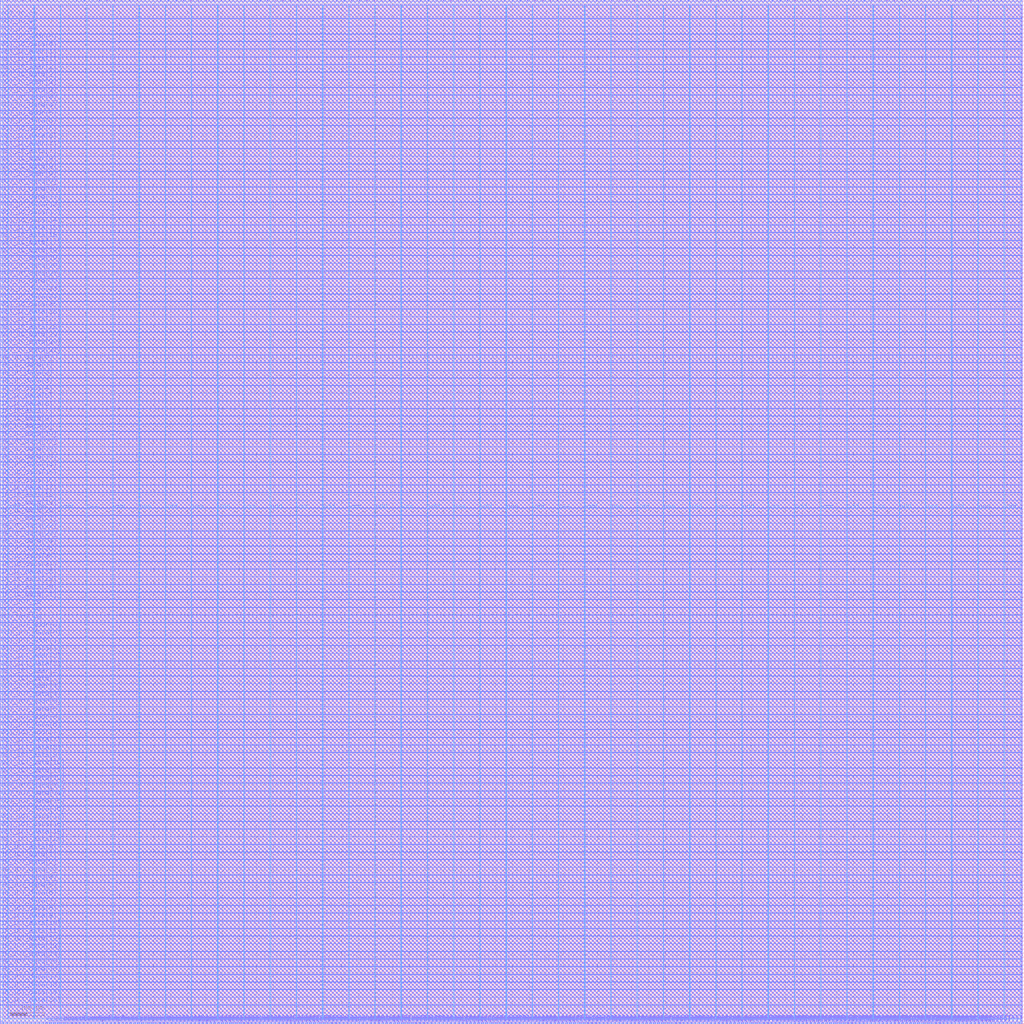
<source format=lef>
VERSION 5.7 ;
  NOWIREEXTENSIONATPIN ON ;
  DIVIDERCHAR "/" ;
  BUSBITCHARS "[]" ;
MACRO SoC
  CLASS BLOCK ;
  FOREIGN SoC ;
  ORIGIN 0.000 0.000 ;
  SIZE 3000.000 BY 3000.000 ;
  PIN IN_DCT_data[0]
    DIRECTION INPUT ;
    USE SIGNAL ;
    ANTENNAGATEAREA 3.399000 ;
    ANTENNADIFFAREA 1.641600 ;
    PORT
      LAYER Metal2 ;
        RECT 469.280 2996.000 469.840 3000.000 ;
    END
  END IN_DCT_data[0]
  PIN IN_DCT_data[10]
    DIRECTION INPUT ;
    USE SIGNAL ;
    ANTENNAGATEAREA 3.096500 ;
    ANTENNADIFFAREA 1.231200 ;
    PORT
      LAYER Metal2 ;
        RECT 245.280 2996.000 245.840 3000.000 ;
    END
  END IN_DCT_data[10]
  PIN IN_DCT_data[11]
    DIRECTION INPUT ;
    USE SIGNAL ;
    ANTENNAGATEAREA 4.692000 ;
    ANTENNADIFFAREA 1.641600 ;
    PORT
      LAYER Metal2 ;
        RECT 222.880 2996.000 223.440 3000.000 ;
    END
  END IN_DCT_data[11]
  PIN IN_DCT_data[12]
    DIRECTION INPUT ;
    USE SIGNAL ;
    ANTENNAGATEAREA 4.694500 ;
    ANTENNADIFFAREA 1.641600 ;
    PORT
      LAYER Metal2 ;
        RECT 200.480 2996.000 201.040 3000.000 ;
    END
  END IN_DCT_data[12]
  PIN IN_DCT_data[13]
    DIRECTION INPUT ;
    USE SIGNAL ;
    ANTENNAGATEAREA 3.445000 ;
    ANTENNADIFFAREA 1.231200 ;
    PORT
      LAYER Metal2 ;
        RECT 178.080 2996.000 178.640 3000.000 ;
    END
  END IN_DCT_data[13]
  PIN IN_DCT_data[14]
    DIRECTION INPUT ;
    USE SIGNAL ;
    ANTENNAGATEAREA 5.955500 ;
    ANTENNADIFFAREA 2.052000 ;
    PORT
      LAYER Metal2 ;
        RECT 155.680 2996.000 156.240 3000.000 ;
    END
  END IN_DCT_data[14]
  PIN IN_DCT_data[15]
    DIRECTION INPUT ;
    USE SIGNAL ;
    ANTENNAGATEAREA 5.643500 ;
    ANTENNADIFFAREA 2.052000 ;
    PORT
      LAYER Metal2 ;
        RECT 133.280 2996.000 133.840 3000.000 ;
    END
  END IN_DCT_data[15]
  PIN IN_DCT_data[16]
    DIRECTION INPUT ;
    USE SIGNAL ;
    ANTENNAGATEAREA 5.794000 ;
    ANTENNADIFFAREA 2.052000 ;
    PORT
      LAYER Metal2 ;
        RECT 110.880 2996.000 111.440 3000.000 ;
    END
  END IN_DCT_data[16]
  PIN IN_DCT_data[17]
    DIRECTION INPUT ;
    USE SIGNAL ;
    ANTENNAGATEAREA 4.694500 ;
    ANTENNADIFFAREA 1.641600 ;
    PORT
      LAYER Metal2 ;
        RECT 88.480 2996.000 89.040 3000.000 ;
    END
  END IN_DCT_data[17]
  PIN IN_DCT_data[18]
    DIRECTION INPUT ;
    USE SIGNAL ;
    ANTENNAGATEAREA 3.598000 ;
    ANTENNADIFFAREA 1.231200 ;
    PORT
      LAYER Metal2 ;
        RECT 66.080 2996.000 66.640 3000.000 ;
    END
  END IN_DCT_data[18]
  PIN IN_DCT_data[19]
    DIRECTION INPUT ;
    USE SIGNAL ;
    ANTENNAGATEAREA 4.694500 ;
    ANTENNADIFFAREA 1.641600 ;
    PORT
      LAYER Metal2 ;
        RECT 43.680 2996.000 44.240 3000.000 ;
    END
  END IN_DCT_data[19]
  PIN IN_DCT_data[1]
    DIRECTION INPUT ;
    USE SIGNAL ;
    ANTENNAGATEAREA 5.796500 ;
    ANTENNADIFFAREA 2.052000 ;
    PORT
      LAYER Metal2 ;
        RECT 446.880 2996.000 447.440 3000.000 ;
    END
  END IN_DCT_data[1]
  PIN IN_DCT_data[20]
    DIRECTION INPUT ;
    USE SIGNAL ;
    ANTENNAGATEAREA 4.697500 ;
    ANTENNADIFFAREA 1.641600 ;
    PORT
      LAYER Metal2 ;
        RECT 21.280 2996.000 21.840 3000.000 ;
    END
  END IN_DCT_data[20]
  PIN IN_DCT_data[2]
    DIRECTION INPUT ;
    USE SIGNAL ;
    ANTENNAGATEAREA 5.796500 ;
    ANTENNADIFFAREA 2.052000 ;
    PORT
      LAYER Metal2 ;
        RECT 424.480 2996.000 425.040 3000.000 ;
    END
  END IN_DCT_data[2]
  PIN IN_DCT_data[3]
    DIRECTION INPUT ;
    USE SIGNAL ;
    ANTENNAGATEAREA 4.000500 ;
    ANTENNADIFFAREA 1.641600 ;
    PORT
      LAYER Metal2 ;
        RECT 402.080 2996.000 402.640 3000.000 ;
    END
  END IN_DCT_data[3]
  PIN IN_DCT_data[4]
    DIRECTION INPUT ;
    USE SIGNAL ;
    ANTENNAGATEAREA 4.196000 ;
    ANTENNADIFFAREA 1.641600 ;
    PORT
      LAYER Metal2 ;
        RECT 379.680 2996.000 380.240 3000.000 ;
    END
  END IN_DCT_data[4]
  PIN IN_DCT_data[5]
    DIRECTION INPUT ;
    USE SIGNAL ;
    ANTENNAGATEAREA 3.592500 ;
    ANTENNADIFFAREA 1.231200 ;
    PORT
      LAYER Metal2 ;
        RECT 357.280 2996.000 357.840 3000.000 ;
    END
  END IN_DCT_data[5]
  PIN IN_DCT_data[6]
    DIRECTION INPUT ;
    USE SIGNAL ;
    ANTENNAGATEAREA 3.553000 ;
    ANTENNADIFFAREA 1.231200 ;
    PORT
      LAYER Metal2 ;
        RECT 334.880 2996.000 335.440 3000.000 ;
    END
  END IN_DCT_data[6]
  PIN IN_DCT_data[7]
    DIRECTION INPUT ;
    USE SIGNAL ;
    ANTENNAGATEAREA 3.595500 ;
    ANTENNADIFFAREA 1.231200 ;
    PORT
      LAYER Metal2 ;
        RECT 312.480 2996.000 313.040 3000.000 ;
    END
  END IN_DCT_data[7]
  PIN IN_DCT_data[8]
    DIRECTION INPUT ;
    USE SIGNAL ;
    ANTENNAGATEAREA 4.700000 ;
    ANTENNADIFFAREA 1.641600 ;
    PORT
      LAYER Metal2 ;
        RECT 290.080 2996.000 290.640 3000.000 ;
    END
  END IN_DCT_data[8]
  PIN IN_DCT_data[9]
    DIRECTION INPUT ;
    USE SIGNAL ;
    ANTENNAGATEAREA 2.000000 ;
    ANTENNADIFFAREA 0.820800 ;
    PORT
      LAYER Metal2 ;
        RECT 267.680 2996.000 268.240 3000.000 ;
    END
  END IN_DCT_data[9]
  PIN IN_DC_data[0]
    DIRECTION INPUT ;
    USE SIGNAL ;
    ANTENNAGATEAREA 0.898000 ;
    ANTENNADIFFAREA 0.410400 ;
    PORT
      LAYER Metal2 ;
        RECT 1902.880 2996.000 1903.440 3000.000 ;
    END
  END IN_DC_data[0]
  PIN IN_DC_data[10]
    DIRECTION INPUT ;
    USE SIGNAL ;
    ANTENNAGATEAREA 0.898000 ;
    ANTENNADIFFAREA 0.410400 ;
    PORT
      LAYER Metal2 ;
        RECT 1678.880 2996.000 1679.440 3000.000 ;
    END
  END IN_DC_data[10]
  PIN IN_DC_data[11]
    DIRECTION INPUT ;
    USE SIGNAL ;
    ANTENNAGATEAREA 2.204000 ;
    ANTENNADIFFAREA 0.820800 ;
    PORT
      LAYER Metal2 ;
        RECT 1656.480 2996.000 1657.040 3000.000 ;
    END
  END IN_DC_data[11]
  PIN IN_DC_data[12]
    DIRECTION INPUT ;
    USE SIGNAL ;
    ANTENNAGATEAREA 0.898000 ;
    ANTENNADIFFAREA 0.410400 ;
    PORT
      LAYER Metal2 ;
        RECT 1634.080 2996.000 1634.640 3000.000 ;
    END
  END IN_DC_data[12]
  PIN IN_DC_data[13]
    DIRECTION INPUT ;
    USE SIGNAL ;
    ANTENNAGATEAREA 0.898000 ;
    ANTENNADIFFAREA 0.410400 ;
    PORT
      LAYER Metal2 ;
        RECT 1611.680 2996.000 1612.240 3000.000 ;
    END
  END IN_DC_data[13]
  PIN IN_DC_data[14]
    DIRECTION INPUT ;
    USE SIGNAL ;
    ANTENNAGATEAREA 0.898000 ;
    ANTENNADIFFAREA 0.410400 ;
    PORT
      LAYER Metal2 ;
        RECT 1589.280 2996.000 1589.840 3000.000 ;
    END
  END IN_DC_data[14]
  PIN IN_DC_data[15]
    DIRECTION INPUT ;
    USE SIGNAL ;
    ANTENNAGATEAREA 0.898000 ;
    ANTENNADIFFAREA 0.410400 ;
    PORT
      LAYER Metal2 ;
        RECT 1566.880 2996.000 1567.440 3000.000 ;
    END
  END IN_DC_data[15]
  PIN IN_DC_data[16]
    DIRECTION INPUT ;
    USE SIGNAL ;
    ANTENNAGATEAREA 2.204000 ;
    ANTENNADIFFAREA 0.820800 ;
    PORT
      LAYER Metal2 ;
        RECT 1544.480 2996.000 1545.040 3000.000 ;
    END
  END IN_DC_data[16]
  PIN IN_DC_data[17]
    DIRECTION INPUT ;
    USE SIGNAL ;
    ANTENNAGATEAREA 0.898000 ;
    ANTENNADIFFAREA 0.410400 ;
    PORT
      LAYER Metal2 ;
        RECT 1522.080 2996.000 1522.640 3000.000 ;
    END
  END IN_DC_data[17]
  PIN IN_DC_data[18]
    DIRECTION INPUT ;
    USE SIGNAL ;
    ANTENNAGATEAREA 0.898000 ;
    ANTENNADIFFAREA 0.410400 ;
    PORT
      LAYER Metal2 ;
        RECT 1499.680 2996.000 1500.240 3000.000 ;
    END
  END IN_DC_data[18]
  PIN IN_DC_data[19]
    DIRECTION INPUT ;
    USE SIGNAL ;
    ANTENNAGATEAREA 0.898000 ;
    ANTENNADIFFAREA 0.410400 ;
    PORT
      LAYER Metal2 ;
        RECT 1477.280 2996.000 1477.840 3000.000 ;
    END
  END IN_DC_data[19]
  PIN IN_DC_data[1]
    DIRECTION INPUT ;
    USE SIGNAL ;
    ANTENNAGATEAREA 0.898000 ;
    ANTENNADIFFAREA 0.410400 ;
    PORT
      LAYER Metal2 ;
        RECT 1880.480 2996.000 1881.040 3000.000 ;
    END
  END IN_DC_data[1]
  PIN IN_DC_data[20]
    DIRECTION INPUT ;
    USE SIGNAL ;
    ANTENNAGATEAREA 0.898000 ;
    ANTENNADIFFAREA 0.410400 ;
    PORT
      LAYER Metal2 ;
        RECT 1454.880 2996.000 1455.440 3000.000 ;
    END
  END IN_DC_data[20]
  PIN IN_DC_data[21]
    DIRECTION INPUT ;
    USE SIGNAL ;
    ANTENNAGATEAREA 0.898000 ;
    ANTENNADIFFAREA 0.410400 ;
    PORT
      LAYER Metal2 ;
        RECT 1432.480 2996.000 1433.040 3000.000 ;
    END
  END IN_DC_data[21]
  PIN IN_DC_data[22]
    DIRECTION INPUT ;
    USE SIGNAL ;
    ANTENNAGATEAREA 0.898000 ;
    ANTENNADIFFAREA 0.410400 ;
    PORT
      LAYER Metal2 ;
        RECT 1410.080 2996.000 1410.640 3000.000 ;
    END
  END IN_DC_data[22]
  PIN IN_DC_data[23]
    DIRECTION INPUT ;
    USE SIGNAL ;
    ANTENNAGATEAREA 0.898000 ;
    ANTENNADIFFAREA 0.410400 ;
    PORT
      LAYER Metal2 ;
        RECT 1387.680 2996.000 1388.240 3000.000 ;
    END
  END IN_DC_data[23]
  PIN IN_DC_data[24]
    DIRECTION INPUT ;
    USE SIGNAL ;
    ANTENNAGATEAREA 2.204000 ;
    ANTENNADIFFAREA 0.820800 ;
    PORT
      LAYER Metal2 ;
        RECT 1365.280 2996.000 1365.840 3000.000 ;
    END
  END IN_DC_data[24]
  PIN IN_DC_data[25]
    DIRECTION INPUT ;
    USE SIGNAL ;
    ANTENNAGATEAREA 0.898000 ;
    ANTENNADIFFAREA 0.410400 ;
    PORT
      LAYER Metal2 ;
        RECT 1342.880 2996.000 1343.440 3000.000 ;
    END
  END IN_DC_data[25]
  PIN IN_DC_data[26]
    DIRECTION INPUT ;
    USE SIGNAL ;
    ANTENNAGATEAREA 0.898000 ;
    ANTENNADIFFAREA 0.410400 ;
    PORT
      LAYER Metal2 ;
        RECT 1320.480 2996.000 1321.040 3000.000 ;
    END
  END IN_DC_data[26]
  PIN IN_DC_data[27]
    DIRECTION INPUT ;
    USE SIGNAL ;
    ANTENNAGATEAREA 0.898000 ;
    ANTENNADIFFAREA 0.410400 ;
    PORT
      LAYER Metal2 ;
        RECT 1298.080 2996.000 1298.640 3000.000 ;
    END
  END IN_DC_data[27]
  PIN IN_DC_data[28]
    DIRECTION INPUT ;
    USE SIGNAL ;
    ANTENNAGATEAREA 0.898000 ;
    ANTENNADIFFAREA 0.410400 ;
    PORT
      LAYER Metal2 ;
        RECT 1275.680 2996.000 1276.240 3000.000 ;
    END
  END IN_DC_data[28]
  PIN IN_DC_data[29]
    DIRECTION INPUT ;
    USE SIGNAL ;
    ANTENNAGATEAREA 0.898000 ;
    ANTENNADIFFAREA 0.410400 ;
    PORT
      LAYER Metal2 ;
        RECT 1253.280 2996.000 1253.840 3000.000 ;
    END
  END IN_DC_data[29]
  PIN IN_DC_data[2]
    DIRECTION INPUT ;
    USE SIGNAL ;
    ANTENNAGATEAREA 0.898000 ;
    ANTENNADIFFAREA 0.410400 ;
    PORT
      LAYER Metal2 ;
        RECT 1858.080 2996.000 1858.640 3000.000 ;
    END
  END IN_DC_data[2]
  PIN IN_DC_data[30]
    DIRECTION INPUT ;
    USE SIGNAL ;
    ANTENNAGATEAREA 0.898000 ;
    ANTENNADIFFAREA 0.410400 ;
    PORT
      LAYER Metal2 ;
        RECT 1230.880 2996.000 1231.440 3000.000 ;
    END
  END IN_DC_data[30]
  PIN IN_DC_data[31]
    DIRECTION INPUT ;
    USE SIGNAL ;
    ANTENNAGATEAREA 0.898000 ;
    ANTENNADIFFAREA 0.410400 ;
    PORT
      LAYER Metal2 ;
        RECT 1208.480 2996.000 1209.040 3000.000 ;
    END
  END IN_DC_data[31]
  PIN IN_DC_data[3]
    DIRECTION INPUT ;
    USE SIGNAL ;
    ANTENNAGATEAREA 0.898000 ;
    ANTENNADIFFAREA 0.410400 ;
    PORT
      LAYER Metal2 ;
        RECT 1835.680 2996.000 1836.240 3000.000 ;
    END
  END IN_DC_data[3]
  PIN IN_DC_data[4]
    DIRECTION INPUT ;
    USE SIGNAL ;
    ANTENNAGATEAREA 0.898000 ;
    ANTENNADIFFAREA 0.410400 ;
    PORT
      LAYER Metal2 ;
        RECT 1813.280 2996.000 1813.840 3000.000 ;
    END
  END IN_DC_data[4]
  PIN IN_DC_data[5]
    DIRECTION INPUT ;
    USE SIGNAL ;
    ANTENNAGATEAREA 0.898000 ;
    ANTENNADIFFAREA 0.410400 ;
    PORT
      LAYER Metal2 ;
        RECT 1790.880 2996.000 1791.440 3000.000 ;
    END
  END IN_DC_data[5]
  PIN IN_DC_data[6]
    DIRECTION INPUT ;
    USE SIGNAL ;
    ANTENNAGATEAREA 0.898000 ;
    ANTENNADIFFAREA 0.410400 ;
    PORT
      LAYER Metal2 ;
        RECT 1768.480 2996.000 1769.040 3000.000 ;
    END
  END IN_DC_data[6]
  PIN IN_DC_data[7]
    DIRECTION INPUT ;
    USE SIGNAL ;
    ANTENNAGATEAREA 0.898000 ;
    ANTENNADIFFAREA 0.410400 ;
    PORT
      LAYER Metal2 ;
        RECT 1746.080 2996.000 1746.640 3000.000 ;
    END
  END IN_DC_data[7]
  PIN IN_DC_data[8]
    DIRECTION INPUT ;
    USE SIGNAL ;
    ANTENNAGATEAREA 0.898000 ;
    ANTENNADIFFAREA 0.410400 ;
    PORT
      LAYER Metal2 ;
        RECT 1723.680 2996.000 1724.240 3000.000 ;
    END
  END IN_DC_data[8]
  PIN IN_DC_data[9]
    DIRECTION INPUT ;
    USE SIGNAL ;
    ANTENNAGATEAREA 0.898000 ;
    ANTENNADIFFAREA 0.410400 ;
    PORT
      LAYER Metal2 ;
        RECT 1701.280 2996.000 1701.840 3000.000 ;
    END
  END IN_DC_data[9]
  PIN IN_ICT_data[0]
    DIRECTION INPUT ;
    USE SIGNAL ;
    ANTENNAGATEAREA 0.898000 ;
    ANTENNADIFFAREA 0.410400 ;
    PORT
      LAYER Metal3 ;
        RECT 0.000 502.880 4.000 503.440 ;
    END
  END IN_ICT_data[0]
  PIN IN_ICT_data[10]
    DIRECTION INPUT ;
    USE SIGNAL ;
    ANTENNAGATEAREA 2.159000 ;
    ANTENNADIFFAREA 0.820800 ;
    PORT
      LAYER Metal3 ;
        RECT 0.000 278.880 4.000 279.440 ;
    END
  END IN_ICT_data[10]
  PIN IN_ICT_data[11]
    DIRECTION INPUT ;
    USE SIGNAL ;
    ANTENNAGATEAREA 1.598000 ;
    ANTENNADIFFAREA 0.410400 ;
    PORT
      LAYER Metal3 ;
        RECT 0.000 256.480 4.000 257.040 ;
    END
  END IN_ICT_data[11]
  PIN IN_ICT_data[12]
    DIRECTION INPUT ;
    USE SIGNAL ;
    ANTENNAGATEAREA 2.135500 ;
    ANTENNADIFFAREA 0.820800 ;
    PORT
      LAYER Metal3 ;
        RECT 0.000 234.080 4.000 234.640 ;
    END
  END IN_ICT_data[12]
  PIN IN_ICT_data[13]
    DIRECTION INPUT ;
    USE SIGNAL ;
    ANTENNAGATEAREA 2.006000 ;
    ANTENNADIFFAREA 0.820800 ;
    PORT
      LAYER Metal3 ;
        RECT 0.000 211.680 4.000 212.240 ;
    END
  END IN_ICT_data[13]
  PIN IN_ICT_data[14]
    DIRECTION INPUT ;
    USE SIGNAL ;
    ANTENNAGATEAREA 1.598000 ;
    ANTENNADIFFAREA 0.410400 ;
    PORT
      LAYER Metal3 ;
        RECT 0.000 189.280 4.000 189.840 ;
    END
  END IN_ICT_data[14]
  PIN IN_ICT_data[15]
    DIRECTION INPUT ;
    USE SIGNAL ;
    ANTENNAGATEAREA 1.598000 ;
    ANTENNADIFFAREA 0.410400 ;
    PORT
      LAYER Metal3 ;
        RECT 0.000 166.880 4.000 167.440 ;
    END
  END IN_ICT_data[15]
  PIN IN_ICT_data[16]
    DIRECTION INPUT ;
    USE SIGNAL ;
    ANTENNAGATEAREA 2.159000 ;
    ANTENNADIFFAREA 0.820800 ;
    PORT
      LAYER Metal3 ;
        RECT 0.000 144.480 4.000 145.040 ;
    END
  END IN_ICT_data[16]
  PIN IN_ICT_data[17]
    DIRECTION INPUT ;
    USE SIGNAL ;
    ANTENNAGATEAREA 2.198500 ;
    ANTENNADIFFAREA 0.820800 ;
    PORT
      LAYER Metal3 ;
        RECT 0.000 122.080 4.000 122.640 ;
    END
  END IN_ICT_data[17]
  PIN IN_ICT_data[18]
    DIRECTION INPUT ;
    USE SIGNAL ;
    ANTENNAGATEAREA 2.159000 ;
    ANTENNADIFFAREA 0.820800 ;
    PORT
      LAYER Metal3 ;
        RECT 0.000 99.680 4.000 100.240 ;
    END
  END IN_ICT_data[18]
  PIN IN_ICT_data[19]
    DIRECTION INPUT ;
    USE SIGNAL ;
    ANTENNAGATEAREA 2.201500 ;
    ANTENNADIFFAREA 0.820800 ;
    PORT
      LAYER Metal3 ;
        RECT 0.000 77.280 4.000 77.840 ;
    END
  END IN_ICT_data[19]
  PIN IN_ICT_data[1]
    DIRECTION INPUT ;
    USE SIGNAL ;
    ANTENNAGATEAREA 2.198500 ;
    ANTENNADIFFAREA 0.820800 ;
    PORT
      LAYER Metal3 ;
        RECT 0.000 480.480 4.000 481.040 ;
    END
  END IN_ICT_data[1]
  PIN IN_ICT_data[20]
    DIRECTION INPUT ;
    USE SIGNAL ;
    ANTENNAGATEAREA 2.198500 ;
    ANTENNADIFFAREA 0.820800 ;
    PORT
      LAYER Metal3 ;
        RECT 0.000 54.880 4.000 55.440 ;
    END
  END IN_ICT_data[20]
  PIN IN_ICT_data[2]
    DIRECTION INPUT ;
    USE SIGNAL ;
    ANTENNAGATEAREA 2.198500 ;
    ANTENNADIFFAREA 0.820800 ;
    PORT
      LAYER Metal3 ;
        RECT 0.000 458.080 4.000 458.640 ;
    END
  END IN_ICT_data[2]
  PIN IN_ICT_data[3]
    DIRECTION INPUT ;
    USE SIGNAL ;
    ANTENNAGATEAREA 1.598000 ;
    ANTENNADIFFAREA 0.410400 ;
    PORT
      LAYER Metal3 ;
        RECT 0.000 435.680 4.000 436.240 ;
    END
  END IN_ICT_data[3]
  PIN IN_ICT_data[4]
    DIRECTION INPUT ;
    USE SIGNAL ;
    ANTENNAGATEAREA 2.201500 ;
    ANTENNADIFFAREA 0.820800 ;
    PORT
      LAYER Metal3 ;
        RECT 0.000 413.280 4.000 413.840 ;
    END
  END IN_ICT_data[4]
  PIN IN_ICT_data[5]
    DIRECTION INPUT ;
    USE SIGNAL ;
    ANTENNAGATEAREA 1.982500 ;
    ANTENNADIFFAREA 0.820800 ;
    PORT
      LAYER Metal3 ;
        RECT 0.000 390.880 4.000 391.440 ;
    END
  END IN_ICT_data[5]
  PIN IN_ICT_data[6]
    DIRECTION INPUT ;
    USE SIGNAL ;
    ANTENNAGATEAREA 2.198500 ;
    ANTENNADIFFAREA 0.820800 ;
    PORT
      LAYER Metal3 ;
        RECT 0.000 368.480 4.000 369.040 ;
    END
  END IN_ICT_data[6]
  PIN IN_ICT_data[7]
    DIRECTION INPUT ;
    USE SIGNAL ;
    ANTENNAGATEAREA 2.159000 ;
    ANTENNADIFFAREA 0.820800 ;
    PORT
      LAYER Metal3 ;
        RECT 0.000 346.080 4.000 346.640 ;
    END
  END IN_ICT_data[7]
  PIN IN_ICT_data[8]
    DIRECTION INPUT ;
    USE SIGNAL ;
    ANTENNAGATEAREA 2.159000 ;
    ANTENNADIFFAREA 0.820800 ;
    PORT
      LAYER Metal3 ;
        RECT 0.000 323.680 4.000 324.240 ;
    END
  END IN_ICT_data[8]
  PIN IN_ICT_data[9]
    DIRECTION INPUT ;
    USE SIGNAL ;
    ANTENNAGATEAREA 2.198500 ;
    ANTENNADIFFAREA 0.820800 ;
    PORT
      LAYER Metal3 ;
        RECT 0.000 301.280 4.000 301.840 ;
    END
  END IN_ICT_data[9]
  PIN IN_IC_data[0]
    DIRECTION INPUT ;
    USE SIGNAL ;
    ANTENNAGATEAREA 1.057000 ;
    ANTENNADIFFAREA 0.410400 ;
    PORT
      LAYER Metal3 ;
        RECT 0.000 1936.480 4.000 1937.040 ;
    END
  END IN_IC_data[0]
  PIN IN_IC_data[10]
    DIRECTION INPUT ;
    USE SIGNAL ;
    ANTENNAGATEAREA 1.057000 ;
    ANTENNADIFFAREA 0.410400 ;
    PORT
      LAYER Metal3 ;
        RECT 0.000 1712.480 4.000 1713.040 ;
    END
  END IN_IC_data[10]
  PIN IN_IC_data[11]
    DIRECTION INPUT ;
    USE SIGNAL ;
    ANTENNAGATEAREA 1.057000 ;
    ANTENNADIFFAREA 0.410400 ;
    PORT
      LAYER Metal3 ;
        RECT 0.000 1690.080 4.000 1690.640 ;
    END
  END IN_IC_data[11]
  PIN IN_IC_data[12]
    DIRECTION INPUT ;
    USE SIGNAL ;
    ANTENNAGATEAREA 1.057000 ;
    ANTENNADIFFAREA 0.410400 ;
    PORT
      LAYER Metal3 ;
        RECT 0.000 1667.680 4.000 1668.240 ;
    END
  END IN_IC_data[12]
  PIN IN_IC_data[13]
    DIRECTION INPUT ;
    USE SIGNAL ;
    ANTENNAGATEAREA 1.057000 ;
    ANTENNADIFFAREA 0.410400 ;
    PORT
      LAYER Metal3 ;
        RECT 0.000 1645.280 4.000 1645.840 ;
    END
  END IN_IC_data[13]
  PIN IN_IC_data[14]
    DIRECTION INPUT ;
    USE SIGNAL ;
    ANTENNAGATEAREA 1.057000 ;
    ANTENNADIFFAREA 0.410400 ;
    PORT
      LAYER Metal3 ;
        RECT 0.000 1622.880 4.000 1623.440 ;
    END
  END IN_IC_data[14]
  PIN IN_IC_data[15]
    DIRECTION INPUT ;
    USE SIGNAL ;
    ANTENNAGATEAREA 1.057000 ;
    ANTENNADIFFAREA 0.410400 ;
    PORT
      LAYER Metal3 ;
        RECT 0.000 1600.480 4.000 1601.040 ;
    END
  END IN_IC_data[15]
  PIN IN_IC_data[16]
    DIRECTION INPUT ;
    USE SIGNAL ;
    ANTENNAGATEAREA 1.057000 ;
    ANTENNADIFFAREA 0.410400 ;
    PORT
      LAYER Metal3 ;
        RECT 0.000 1578.080 4.000 1578.640 ;
    END
  END IN_IC_data[16]
  PIN IN_IC_data[17]
    DIRECTION INPUT ;
    USE SIGNAL ;
    ANTENNAGATEAREA 1.057000 ;
    ANTENNADIFFAREA 0.410400 ;
    PORT
      LAYER Metal3 ;
        RECT 0.000 1555.680 4.000 1556.240 ;
    END
  END IN_IC_data[17]
  PIN IN_IC_data[18]
    DIRECTION INPUT ;
    USE SIGNAL ;
    ANTENNAGATEAREA 1.057000 ;
    ANTENNADIFFAREA 0.410400 ;
    PORT
      LAYER Metal3 ;
        RECT 0.000 1533.280 4.000 1533.840 ;
    END
  END IN_IC_data[18]
  PIN IN_IC_data[19]
    DIRECTION INPUT ;
    USE SIGNAL ;
    ANTENNAGATEAREA 1.057000 ;
    ANTENNADIFFAREA 0.410400 ;
    PORT
      LAYER Metal3 ;
        RECT 0.000 1510.880 4.000 1511.440 ;
    END
  END IN_IC_data[19]
  PIN IN_IC_data[1]
    DIRECTION INPUT ;
    USE SIGNAL ;
    ANTENNAGATEAREA 1.057000 ;
    ANTENNADIFFAREA 0.410400 ;
    PORT
      LAYER Metal3 ;
        RECT 0.000 1914.080 4.000 1914.640 ;
    END
  END IN_IC_data[1]
  PIN IN_IC_data[20]
    DIRECTION INPUT ;
    USE SIGNAL ;
    ANTENNAGATEAREA 1.057000 ;
    ANTENNADIFFAREA 0.410400 ;
    PORT
      LAYER Metal3 ;
        RECT 0.000 1488.480 4.000 1489.040 ;
    END
  END IN_IC_data[20]
  PIN IN_IC_data[21]
    DIRECTION INPUT ;
    USE SIGNAL ;
    ANTENNAGATEAREA 1.057000 ;
    ANTENNADIFFAREA 0.410400 ;
    PORT
      LAYER Metal3 ;
        RECT 0.000 1466.080 4.000 1466.640 ;
    END
  END IN_IC_data[21]
  PIN IN_IC_data[22]
    DIRECTION INPUT ;
    USE SIGNAL ;
    ANTENNAGATEAREA 1.057000 ;
    ANTENNADIFFAREA 0.410400 ;
    PORT
      LAYER Metal3 ;
        RECT 0.000 1443.680 4.000 1444.240 ;
    END
  END IN_IC_data[22]
  PIN IN_IC_data[23]
    DIRECTION INPUT ;
    USE SIGNAL ;
    ANTENNAGATEAREA 1.057000 ;
    ANTENNADIFFAREA 0.410400 ;
    PORT
      LAYER Metal3 ;
        RECT 0.000 1421.280 4.000 1421.840 ;
    END
  END IN_IC_data[23]
  PIN IN_IC_data[24]
    DIRECTION INPUT ;
    USE SIGNAL ;
    ANTENNAGATEAREA 1.057000 ;
    ANTENNADIFFAREA 0.410400 ;
    PORT
      LAYER Metal3 ;
        RECT 0.000 1398.880 4.000 1399.440 ;
    END
  END IN_IC_data[24]
  PIN IN_IC_data[25]
    DIRECTION INPUT ;
    USE SIGNAL ;
    ANTENNAGATEAREA 1.057000 ;
    ANTENNADIFFAREA 0.410400 ;
    PORT
      LAYER Metal3 ;
        RECT 0.000 1376.480 4.000 1377.040 ;
    END
  END IN_IC_data[25]
  PIN IN_IC_data[26]
    DIRECTION INPUT ;
    USE SIGNAL ;
    ANTENNAGATEAREA 1.057000 ;
    ANTENNADIFFAREA 0.410400 ;
    PORT
      LAYER Metal3 ;
        RECT 0.000 1354.080 4.000 1354.640 ;
    END
  END IN_IC_data[26]
  PIN IN_IC_data[27]
    DIRECTION INPUT ;
    USE SIGNAL ;
    ANTENNAGATEAREA 1.057000 ;
    ANTENNADIFFAREA 0.410400 ;
    PORT
      LAYER Metal3 ;
        RECT 0.000 1331.680 4.000 1332.240 ;
    END
  END IN_IC_data[27]
  PIN IN_IC_data[28]
    DIRECTION INPUT ;
    USE SIGNAL ;
    ANTENNAGATEAREA 1.057000 ;
    ANTENNADIFFAREA 0.410400 ;
    PORT
      LAYER Metal3 ;
        RECT 0.000 1309.280 4.000 1309.840 ;
    END
  END IN_IC_data[28]
  PIN IN_IC_data[29]
    DIRECTION INPUT ;
    USE SIGNAL ;
    ANTENNAGATEAREA 1.057000 ;
    ANTENNADIFFAREA 0.410400 ;
    PORT
      LAYER Metal3 ;
        RECT 0.000 1286.880 4.000 1287.440 ;
    END
  END IN_IC_data[29]
  PIN IN_IC_data[2]
    DIRECTION INPUT ;
    USE SIGNAL ;
    ANTENNAGATEAREA 1.057000 ;
    ANTENNADIFFAREA 0.410400 ;
    PORT
      LAYER Metal3 ;
        RECT 0.000 1891.680 4.000 1892.240 ;
    END
  END IN_IC_data[2]
  PIN IN_IC_data[30]
    DIRECTION INPUT ;
    USE SIGNAL ;
    ANTENNAGATEAREA 1.057000 ;
    ANTENNADIFFAREA 0.410400 ;
    PORT
      LAYER Metal3 ;
        RECT 0.000 1264.480 4.000 1265.040 ;
    END
  END IN_IC_data[30]
  PIN IN_IC_data[31]
    DIRECTION INPUT ;
    USE SIGNAL ;
    ANTENNAGATEAREA 1.057000 ;
    ANTENNADIFFAREA 0.410400 ;
    PORT
      LAYER Metal3 ;
        RECT 0.000 1242.080 4.000 1242.640 ;
    END
  END IN_IC_data[31]
  PIN IN_IC_data[3]
    DIRECTION INPUT ;
    USE SIGNAL ;
    ANTENNAGATEAREA 1.057000 ;
    ANTENNADIFFAREA 0.410400 ;
    PORT
      LAYER Metal3 ;
        RECT 0.000 1869.280 4.000 1869.840 ;
    END
  END IN_IC_data[3]
  PIN IN_IC_data[4]
    DIRECTION INPUT ;
    USE SIGNAL ;
    ANTENNAGATEAREA 1.057000 ;
    ANTENNADIFFAREA 0.410400 ;
    PORT
      LAYER Metal3 ;
        RECT 0.000 1846.880 4.000 1847.440 ;
    END
  END IN_IC_data[4]
  PIN IN_IC_data[5]
    DIRECTION INPUT ;
    USE SIGNAL ;
    ANTENNAGATEAREA 1.057000 ;
    ANTENNADIFFAREA 0.410400 ;
    PORT
      LAYER Metal3 ;
        RECT 0.000 1824.480 4.000 1825.040 ;
    END
  END IN_IC_data[5]
  PIN IN_IC_data[6]
    DIRECTION INPUT ;
    USE SIGNAL ;
    ANTENNAGATEAREA 1.057000 ;
    ANTENNADIFFAREA 0.410400 ;
    PORT
      LAYER Metal3 ;
        RECT 0.000 1802.080 4.000 1802.640 ;
    END
  END IN_IC_data[6]
  PIN IN_IC_data[7]
    DIRECTION INPUT ;
    USE SIGNAL ;
    ANTENNAGATEAREA 1.057000 ;
    ANTENNADIFFAREA 0.410400 ;
    PORT
      LAYER Metal3 ;
        RECT 0.000 1779.680 4.000 1780.240 ;
    END
  END IN_IC_data[7]
  PIN IN_IC_data[8]
    DIRECTION INPUT ;
    USE SIGNAL ;
    ANTENNAGATEAREA 1.057000 ;
    ANTENNADIFFAREA 0.410400 ;
    PORT
      LAYER Metal3 ;
        RECT 0.000 1757.280 4.000 1757.840 ;
    END
  END IN_IC_data[8]
  PIN IN_IC_data[9]
    DIRECTION INPUT ;
    USE SIGNAL ;
    ANTENNAGATEAREA 1.057000 ;
    ANTENNADIFFAREA 0.410400 ;
    PORT
      LAYER Metal3 ;
        RECT 0.000 1734.880 4.000 1735.440 ;
    END
  END IN_IC_data[9]
  PIN OUT_DCT_addr[0]
    DIRECTION OUTPUT TRISTATE ;
    USE SIGNAL ;
    ANTENNADIFFAREA 1.055600 ;
    PORT
      LAYER Metal2 ;
        RECT 1118.880 2996.000 1119.440 3000.000 ;
    END
  END OUT_DCT_addr[0]
  PIN OUT_DCT_addr[1]
    DIRECTION OUTPUT TRISTATE ;
    USE SIGNAL ;
    ANTENNADIFFAREA 1.055600 ;
    PORT
      LAYER Metal2 ;
        RECT 1074.080 2996.000 1074.640 3000.000 ;
    END
  END OUT_DCT_addr[1]
  PIN OUT_DCT_addr[2]
    DIRECTION OUTPUT TRISTATE ;
    USE SIGNAL ;
    ANTENNADIFFAREA 1.055600 ;
    PORT
      LAYER Metal2 ;
        RECT 1029.280 2996.000 1029.840 3000.000 ;
    END
  END OUT_DCT_addr[2]
  PIN OUT_DCT_addr[3]
    DIRECTION OUTPUT TRISTATE ;
    USE SIGNAL ;
    ANTENNADIFFAREA 1.055600 ;
    PORT
      LAYER Metal2 ;
        RECT 984.480 2996.000 985.040 3000.000 ;
    END
  END OUT_DCT_addr[3]
  PIN OUT_DCT_addr[4]
    DIRECTION OUTPUT TRISTATE ;
    USE SIGNAL ;
    ANTENNADIFFAREA 1.055600 ;
    PORT
      LAYER Metal2 ;
        RECT 939.680 2996.000 940.240 3000.000 ;
    END
  END OUT_DCT_addr[4]
  PIN OUT_DCT_addr[5]
    DIRECTION OUTPUT TRISTATE ;
    USE SIGNAL ;
    ANTENNADIFFAREA 0.948400 ;
    PORT
      LAYER Metal2 ;
        RECT 894.880 2996.000 895.440 3000.000 ;
    END
  END OUT_DCT_addr[5]
  PIN OUT_DCT_addr[6]
    DIRECTION OUTPUT TRISTATE ;
    USE SIGNAL ;
    ANTENNADIFFAREA 1.055600 ;
    PORT
      LAYER Metal2 ;
        RECT 850.080 2996.000 850.640 3000.000 ;
    END
  END OUT_DCT_addr[6]
  PIN OUT_DCT_addr[7]
    DIRECTION OUTPUT TRISTATE ;
    USE SIGNAL ;
    ANTENNADIFFAREA 1.055600 ;
    PORT
      LAYER Metal2 ;
        RECT 805.280 2996.000 805.840 3000.000 ;
    END
  END OUT_DCT_addr[7]
  PIN OUT_DCT_ce
    DIRECTION OUTPUT TRISTATE ;
    USE SIGNAL ;
    ANTENNADIFFAREA 0.897600 ;
    PORT
      LAYER Metal2 ;
        RECT 1186.080 2996.000 1186.640 3000.000 ;
    END
  END OUT_DCT_ce
  PIN OUT_DCT_data[0]
    DIRECTION OUTPUT TRISTATE ;
    USE SIGNAL ;
    ANTENNADIFFAREA 0.897600 ;
    PORT
      LAYER Metal2 ;
        RECT 1096.480 2996.000 1097.040 3000.000 ;
    END
  END OUT_DCT_data[0]
  PIN OUT_DCT_data[10]
    DIRECTION OUTPUT TRISTATE ;
    USE SIGNAL ;
    ANTENNADIFFAREA 0.830600 ;
    PORT
      LAYER Metal2 ;
        RECT 715.680 2996.000 716.240 3000.000 ;
    END
  END OUT_DCT_data[10]
  PIN OUT_DCT_data[11]
    DIRECTION OUTPUT TRISTATE ;
    USE SIGNAL ;
    ANTENNADIFFAREA 0.830600 ;
    PORT
      LAYER Metal2 ;
        RECT 693.280 2996.000 693.840 3000.000 ;
    END
  END OUT_DCT_data[11]
  PIN OUT_DCT_data[12]
    DIRECTION OUTPUT TRISTATE ;
    USE SIGNAL ;
    ANTENNADIFFAREA 0.830600 ;
    PORT
      LAYER Metal2 ;
        RECT 670.880 2996.000 671.440 3000.000 ;
    END
  END OUT_DCT_data[12]
  PIN OUT_DCT_data[13]
    DIRECTION OUTPUT TRISTATE ;
    USE SIGNAL ;
    ANTENNADIFFAREA 0.830600 ;
    PORT
      LAYER Metal2 ;
        RECT 648.480 2996.000 649.040 3000.000 ;
    END
  END OUT_DCT_data[13]
  PIN OUT_DCT_data[14]
    DIRECTION OUTPUT TRISTATE ;
    USE SIGNAL ;
    ANTENNADIFFAREA 0.830600 ;
    PORT
      LAYER Metal2 ;
        RECT 626.080 2996.000 626.640 3000.000 ;
    END
  END OUT_DCT_data[14]
  PIN OUT_DCT_data[15]
    DIRECTION OUTPUT TRISTATE ;
    USE SIGNAL ;
    ANTENNADIFFAREA 0.830600 ;
    PORT
      LAYER Metal2 ;
        RECT 603.680 2996.000 604.240 3000.000 ;
    END
  END OUT_DCT_data[15]
  PIN OUT_DCT_data[16]
    DIRECTION OUTPUT TRISTATE ;
    USE SIGNAL ;
    ANTENNADIFFAREA 0.830600 ;
    PORT
      LAYER Metal2 ;
        RECT 581.280 2996.000 581.840 3000.000 ;
    END
  END OUT_DCT_data[16]
  PIN OUT_DCT_data[17]
    DIRECTION OUTPUT TRISTATE ;
    USE SIGNAL ;
    ANTENNADIFFAREA 0.830600 ;
    PORT
      LAYER Metal2 ;
        RECT 558.880 2996.000 559.440 3000.000 ;
    END
  END OUT_DCT_data[17]
  PIN OUT_DCT_data[18]
    DIRECTION OUTPUT TRISTATE ;
    USE SIGNAL ;
    ANTENNADIFFAREA 0.830600 ;
    PORT
      LAYER Metal2 ;
        RECT 536.480 2996.000 537.040 3000.000 ;
    END
  END OUT_DCT_data[18]
  PIN OUT_DCT_data[19]
    DIRECTION OUTPUT TRISTATE ;
    USE SIGNAL ;
    ANTENNADIFFAREA 0.830600 ;
    PORT
      LAYER Metal2 ;
        RECT 514.080 2996.000 514.640 3000.000 ;
    END
  END OUT_DCT_data[19]
  PIN OUT_DCT_data[1]
    DIRECTION OUTPUT TRISTATE ;
    USE SIGNAL ;
    ANTENNADIFFAREA 0.830600 ;
    PORT
      LAYER Metal2 ;
        RECT 1051.680 2996.000 1052.240 3000.000 ;
    END
  END OUT_DCT_data[1]
  PIN OUT_DCT_data[20]
    DIRECTION OUTPUT TRISTATE ;
    USE SIGNAL ;
    ANTENNADIFFAREA 0.830600 ;
    PORT
      LAYER Metal2 ;
        RECT 491.680 2996.000 492.240 3000.000 ;
    END
  END OUT_DCT_data[20]
  PIN OUT_DCT_data[2]
    DIRECTION OUTPUT TRISTATE ;
    USE SIGNAL ;
    ANTENNADIFFAREA 0.830600 ;
    PORT
      LAYER Metal2 ;
        RECT 1006.880 2996.000 1007.440 3000.000 ;
    END
  END OUT_DCT_data[2]
  PIN OUT_DCT_data[3]
    DIRECTION OUTPUT TRISTATE ;
    USE SIGNAL ;
    ANTENNADIFFAREA 0.830600 ;
    PORT
      LAYER Metal2 ;
        RECT 962.080 2996.000 962.640 3000.000 ;
    END
  END OUT_DCT_data[3]
  PIN OUT_DCT_data[4]
    DIRECTION OUTPUT TRISTATE ;
    USE SIGNAL ;
    ANTENNADIFFAREA 0.830600 ;
    PORT
      LAYER Metal2 ;
        RECT 917.280 2996.000 917.840 3000.000 ;
    END
  END OUT_DCT_data[4]
  PIN OUT_DCT_data[5]
    DIRECTION OUTPUT TRISTATE ;
    USE SIGNAL ;
    ANTENNADIFFAREA 0.830600 ;
    PORT
      LAYER Metal2 ;
        RECT 872.480 2996.000 873.040 3000.000 ;
    END
  END OUT_DCT_data[5]
  PIN OUT_DCT_data[6]
    DIRECTION OUTPUT TRISTATE ;
    USE SIGNAL ;
    ANTENNADIFFAREA 0.830600 ;
    PORT
      LAYER Metal2 ;
        RECT 827.680 2996.000 828.240 3000.000 ;
    END
  END OUT_DCT_data[6]
  PIN OUT_DCT_data[7]
    DIRECTION OUTPUT TRISTATE ;
    USE SIGNAL ;
    ANTENNADIFFAREA 0.830600 ;
    PORT
      LAYER Metal2 ;
        RECT 782.880 2996.000 783.440 3000.000 ;
    END
  END OUT_DCT_data[7]
  PIN OUT_DCT_data[8]
    DIRECTION OUTPUT TRISTATE ;
    USE SIGNAL ;
    ANTENNADIFFAREA 0.830600 ;
    PORT
      LAYER Metal2 ;
        RECT 760.480 2996.000 761.040 3000.000 ;
    END
  END OUT_DCT_data[8]
  PIN OUT_DCT_data[9]
    DIRECTION OUTPUT TRISTATE ;
    USE SIGNAL ;
    ANTENNADIFFAREA 0.830600 ;
    PORT
      LAYER Metal2 ;
        RECT 738.080 2996.000 738.640 3000.000 ;
    END
  END OUT_DCT_data[9]
  PIN OUT_DCT_we
    DIRECTION OUTPUT TRISTATE ;
    USE SIGNAL ;
    ANTENNAGATEAREA 2.593500 ;
    ANTENNADIFFAREA 0.897600 ;
    PORT
      LAYER Metal2 ;
        RECT 1163.680 2996.000 1164.240 3000.000 ;
    END
  END OUT_DCT_we
  PIN OUT_DCT_wm
    DIRECTION OUTPUT TRISTATE ;
    USE SIGNAL ;
    ANTENNADIFFAREA 0.536800 ;
    PORT
      LAYER Metal2 ;
        RECT 1141.280 2996.000 1141.840 3000.000 ;
    END
  END OUT_DCT_wm
  PIN OUT_DC_addr[0]
    DIRECTION OUTPUT TRISTATE ;
    USE SIGNAL ;
    ANTENNADIFFAREA 1.276000 ;
    PORT
      LAYER Metal2 ;
        RECT 2933.280 2996.000 2933.840 3000.000 ;
    END
  END OUT_DC_addr[0]
  PIN OUT_DC_addr[1]
    DIRECTION OUTPUT TRISTATE ;
    USE SIGNAL ;
    ANTENNADIFFAREA 1.276000 ;
    PORT
      LAYER Metal2 ;
        RECT 2866.080 2996.000 2866.640 3000.000 ;
    END
  END OUT_DC_addr[1]
  PIN OUT_DC_addr[2]
    DIRECTION OUTPUT TRISTATE ;
    USE SIGNAL ;
    ANTENNADIFFAREA 0.897600 ;
    PORT
      LAYER Metal2 ;
        RECT 2798.880 2996.000 2799.440 3000.000 ;
    END
  END OUT_DC_addr[2]
  PIN OUT_DC_addr[3]
    DIRECTION OUTPUT TRISTATE ;
    USE SIGNAL ;
    ANTENNADIFFAREA 0.897600 ;
    PORT
      LAYER Metal2 ;
        RECT 2731.680 2996.000 2732.240 3000.000 ;
    END
  END OUT_DC_addr[3]
  PIN OUT_DC_addr[4]
    DIRECTION OUTPUT TRISTATE ;
    USE SIGNAL ;
    ANTENNADIFFAREA 0.897600 ;
    PORT
      LAYER Metal2 ;
        RECT 2664.480 2996.000 2665.040 3000.000 ;
    END
  END OUT_DC_addr[4]
  PIN OUT_DC_addr[5]
    DIRECTION OUTPUT TRISTATE ;
    USE SIGNAL ;
    ANTENNADIFFAREA 0.897600 ;
    PORT
      LAYER Metal2 ;
        RECT 2619.680 2996.000 2620.240 3000.000 ;
    END
  END OUT_DC_addr[5]
  PIN OUT_DC_addr[6]
    DIRECTION OUTPUT TRISTATE ;
    USE SIGNAL ;
    ANTENNADIFFAREA 0.897600 ;
    PORT
      LAYER Metal2 ;
        RECT 2574.880 2996.000 2575.440 3000.000 ;
    END
  END OUT_DC_addr[6]
  PIN OUT_DC_addr[7]
    DIRECTION OUTPUT TRISTATE ;
    USE SIGNAL ;
    ANTENNADIFFAREA 0.897600 ;
    PORT
      LAYER Metal2 ;
        RECT 2530.080 2996.000 2530.640 3000.000 ;
    END
  END OUT_DC_addr[7]
  PIN OUT_DC_addr[8]
    DIRECTION OUTPUT TRISTATE ;
    USE SIGNAL ;
    ANTENNADIFFAREA 0.897600 ;
    PORT
      LAYER Metal2 ;
        RECT 2485.280 2996.000 2485.840 3000.000 ;
    END
  END OUT_DC_addr[8]
  PIN OUT_DC_addr[9]
    DIRECTION OUTPUT TRISTATE ;
    USE SIGNAL ;
    ANTENNADIFFAREA 1.145600 ;
    PORT
      LAYER Metal2 ;
        RECT 2440.480 2996.000 2441.040 3000.000 ;
    END
  END OUT_DC_addr[9]
  PIN OUT_DC_ce
    DIRECTION OUTPUT TRISTATE ;
    USE SIGNAL ;
    ANTENNADIFFAREA 0.897600 ;
    PORT
      LAYER Metal2 ;
        RECT 2978.080 2996.000 2978.640 3000.000 ;
    END
  END OUT_DC_ce
  PIN OUT_DC_data[0]
    DIRECTION OUTPUT TRISTATE ;
    USE SIGNAL ;
    ANTENNADIFFAREA 1.259900 ;
    PORT
      LAYER Metal2 ;
        RECT 2910.880 2996.000 2911.440 3000.000 ;
    END
  END OUT_DC_data[0]
  PIN OUT_DC_data[10]
    DIRECTION OUTPUT TRISTATE ;
    USE SIGNAL ;
    ANTENNADIFFAREA 0.897600 ;
    PORT
      LAYER Metal2 ;
        RECT 2395.680 2996.000 2396.240 3000.000 ;
    END
  END OUT_DC_data[10]
  PIN OUT_DC_data[11]
    DIRECTION OUTPUT TRISTATE ;
    USE SIGNAL ;
    ANTENNADIFFAREA 0.897600 ;
    PORT
      LAYER Metal2 ;
        RECT 2373.280 2996.000 2373.840 3000.000 ;
    END
  END OUT_DC_data[11]
  PIN OUT_DC_data[12]
    DIRECTION OUTPUT TRISTATE ;
    USE SIGNAL ;
    ANTENNADIFFAREA 0.897600 ;
    PORT
      LAYER Metal2 ;
        RECT 2350.880 2996.000 2351.440 3000.000 ;
    END
  END OUT_DC_data[12]
  PIN OUT_DC_data[13]
    DIRECTION OUTPUT TRISTATE ;
    USE SIGNAL ;
    ANTENNADIFFAREA 0.897600 ;
    PORT
      LAYER Metal2 ;
        RECT 2328.480 2996.000 2329.040 3000.000 ;
    END
  END OUT_DC_data[13]
  PIN OUT_DC_data[14]
    DIRECTION OUTPUT TRISTATE ;
    USE SIGNAL ;
    ANTENNADIFFAREA 0.897600 ;
    PORT
      LAYER Metal2 ;
        RECT 2306.080 2996.000 2306.640 3000.000 ;
    END
  END OUT_DC_data[14]
  PIN OUT_DC_data[15]
    DIRECTION OUTPUT TRISTATE ;
    USE SIGNAL ;
    ANTENNADIFFAREA 0.897600 ;
    PORT
      LAYER Metal2 ;
        RECT 2283.680 2996.000 2284.240 3000.000 ;
    END
  END OUT_DC_data[15]
  PIN OUT_DC_data[16]
    DIRECTION OUTPUT TRISTATE ;
    USE SIGNAL ;
    ANTENNADIFFAREA 0.897600 ;
    PORT
      LAYER Metal2 ;
        RECT 2261.280 2996.000 2261.840 3000.000 ;
    END
  END OUT_DC_data[16]
  PIN OUT_DC_data[17]
    DIRECTION OUTPUT TRISTATE ;
    USE SIGNAL ;
    ANTENNADIFFAREA 0.897600 ;
    PORT
      LAYER Metal2 ;
        RECT 2238.880 2996.000 2239.440 3000.000 ;
    END
  END OUT_DC_data[17]
  PIN OUT_DC_data[18]
    DIRECTION OUTPUT TRISTATE ;
    USE SIGNAL ;
    ANTENNADIFFAREA 0.897600 ;
    PORT
      LAYER Metal2 ;
        RECT 2216.480 2996.000 2217.040 3000.000 ;
    END
  END OUT_DC_data[18]
  PIN OUT_DC_data[19]
    DIRECTION OUTPUT TRISTATE ;
    USE SIGNAL ;
    ANTENNADIFFAREA 0.897600 ;
    PORT
      LAYER Metal2 ;
        RECT 2194.080 2996.000 2194.640 3000.000 ;
    END
  END OUT_DC_data[19]
  PIN OUT_DC_data[1]
    DIRECTION OUTPUT TRISTATE ;
    USE SIGNAL ;
    ANTENNADIFFAREA 1.259900 ;
    PORT
      LAYER Metal2 ;
        RECT 2843.680 2996.000 2844.240 3000.000 ;
    END
  END OUT_DC_data[1]
  PIN OUT_DC_data[20]
    DIRECTION OUTPUT TRISTATE ;
    USE SIGNAL ;
    ANTENNADIFFAREA 0.897600 ;
    PORT
      LAYER Metal2 ;
        RECT 2171.680 2996.000 2172.240 3000.000 ;
    END
  END OUT_DC_data[20]
  PIN OUT_DC_data[21]
    DIRECTION OUTPUT TRISTATE ;
    USE SIGNAL ;
    ANTENNADIFFAREA 0.897600 ;
    PORT
      LAYER Metal2 ;
        RECT 2149.280 2996.000 2149.840 3000.000 ;
    END
  END OUT_DC_data[21]
  PIN OUT_DC_data[22]
    DIRECTION OUTPUT TRISTATE ;
    USE SIGNAL ;
    ANTENNADIFFAREA 0.897600 ;
    PORT
      LAYER Metal2 ;
        RECT 2126.880 2996.000 2127.440 3000.000 ;
    END
  END OUT_DC_data[22]
  PIN OUT_DC_data[23]
    DIRECTION OUTPUT TRISTATE ;
    USE SIGNAL ;
    ANTENNADIFFAREA 0.897600 ;
    PORT
      LAYER Metal2 ;
        RECT 2104.480 2996.000 2105.040 3000.000 ;
    END
  END OUT_DC_data[23]
  PIN OUT_DC_data[24]
    DIRECTION OUTPUT TRISTATE ;
    USE SIGNAL ;
    ANTENNADIFFAREA 0.897600 ;
    PORT
      LAYER Metal2 ;
        RECT 2082.080 2996.000 2082.640 3000.000 ;
    END
  END OUT_DC_data[24]
  PIN OUT_DC_data[25]
    DIRECTION OUTPUT TRISTATE ;
    USE SIGNAL ;
    ANTENNADIFFAREA 0.897600 ;
    PORT
      LAYER Metal2 ;
        RECT 2059.680 2996.000 2060.240 3000.000 ;
    END
  END OUT_DC_data[25]
  PIN OUT_DC_data[26]
    DIRECTION OUTPUT TRISTATE ;
    USE SIGNAL ;
    ANTENNADIFFAREA 0.897600 ;
    PORT
      LAYER Metal2 ;
        RECT 2037.280 2996.000 2037.840 3000.000 ;
    END
  END OUT_DC_data[26]
  PIN OUT_DC_data[27]
    DIRECTION OUTPUT TRISTATE ;
    USE SIGNAL ;
    ANTENNADIFFAREA 0.897600 ;
    PORT
      LAYER Metal2 ;
        RECT 2014.880 2996.000 2015.440 3000.000 ;
    END
  END OUT_DC_data[27]
  PIN OUT_DC_data[28]
    DIRECTION OUTPUT TRISTATE ;
    USE SIGNAL ;
    ANTENNADIFFAREA 0.897600 ;
    PORT
      LAYER Metal2 ;
        RECT 1992.480 2996.000 1993.040 3000.000 ;
    END
  END OUT_DC_data[28]
  PIN OUT_DC_data[29]
    DIRECTION OUTPUT TRISTATE ;
    USE SIGNAL ;
    ANTENNADIFFAREA 0.897600 ;
    PORT
      LAYER Metal2 ;
        RECT 1970.080 2996.000 1970.640 3000.000 ;
    END
  END OUT_DC_data[29]
  PIN OUT_DC_data[2]
    DIRECTION OUTPUT TRISTATE ;
    USE SIGNAL ;
    ANTENNADIFFAREA 1.259900 ;
    PORT
      LAYER Metal2 ;
        RECT 2776.480 2996.000 2777.040 3000.000 ;
    END
  END OUT_DC_data[2]
  PIN OUT_DC_data[30]
    DIRECTION OUTPUT TRISTATE ;
    USE SIGNAL ;
    ANTENNADIFFAREA 0.897600 ;
    PORT
      LAYER Metal2 ;
        RECT 1947.680 2996.000 1948.240 3000.000 ;
    END
  END OUT_DC_data[30]
  PIN OUT_DC_data[31]
    DIRECTION OUTPUT TRISTATE ;
    USE SIGNAL ;
    ANTENNADIFFAREA 0.897600 ;
    PORT
      LAYER Metal2 ;
        RECT 1925.280 2996.000 1925.840 3000.000 ;
    END
  END OUT_DC_data[31]
  PIN OUT_DC_data[3]
    DIRECTION OUTPUT TRISTATE ;
    USE SIGNAL ;
    ANTENNADIFFAREA 1.259900 ;
    PORT
      LAYER Metal2 ;
        RECT 2709.280 2996.000 2709.840 3000.000 ;
    END
  END OUT_DC_data[3]
  PIN OUT_DC_data[4]
    DIRECTION OUTPUT TRISTATE ;
    USE SIGNAL ;
    ANTENNADIFFAREA 1.259900 ;
    PORT
      LAYER Metal2 ;
        RECT 2642.080 2996.000 2642.640 3000.000 ;
    END
  END OUT_DC_data[4]
  PIN OUT_DC_data[5]
    DIRECTION OUTPUT TRISTATE ;
    USE SIGNAL ;
    ANTENNADIFFAREA 1.259900 ;
    PORT
      LAYER Metal2 ;
        RECT 2597.280 2996.000 2597.840 3000.000 ;
    END
  END OUT_DC_data[5]
  PIN OUT_DC_data[6]
    DIRECTION OUTPUT TRISTATE ;
    USE SIGNAL ;
    ANTENNADIFFAREA 1.259900 ;
    PORT
      LAYER Metal2 ;
        RECT 2552.480 2996.000 2553.040 3000.000 ;
    END
  END OUT_DC_data[6]
  PIN OUT_DC_data[7]
    DIRECTION OUTPUT TRISTATE ;
    USE SIGNAL ;
    ANTENNADIFFAREA 1.259900 ;
    PORT
      LAYER Metal2 ;
        RECT 2507.680 2996.000 2508.240 3000.000 ;
    END
  END OUT_DC_data[7]
  PIN OUT_DC_data[8]
    DIRECTION OUTPUT TRISTATE ;
    USE SIGNAL ;
    ANTENNADIFFAREA 1.259900 ;
    PORT
      LAYER Metal2 ;
        RECT 2462.880 2996.000 2463.440 3000.000 ;
    END
  END OUT_DC_data[8]
  PIN OUT_DC_data[9]
    DIRECTION OUTPUT TRISTATE ;
    USE SIGNAL ;
    ANTENNADIFFAREA 0.897600 ;
    PORT
      LAYER Metal2 ;
        RECT 2418.080 2996.000 2418.640 3000.000 ;
    END
  END OUT_DC_data[9]
  PIN OUT_DC_we
    DIRECTION OUTPUT TRISTATE ;
    USE SIGNAL ;
    ANTENNAGATEAREA 4.291500 ;
    ANTENNADIFFAREA 0.897600 ;
    PORT
      LAYER Metal2 ;
        RECT 2955.680 2996.000 2956.240 3000.000 ;
    END
  END OUT_DC_we
  PIN OUT_DC_wm[0]
    DIRECTION OUTPUT TRISTATE ;
    USE SIGNAL ;
    ANTENNADIFFAREA 0.830600 ;
    PORT
      LAYER Metal2 ;
        RECT 2888.480 2996.000 2889.040 3000.000 ;
    END
  END OUT_DC_wm[0]
  PIN OUT_DC_wm[1]
    DIRECTION OUTPUT TRISTATE ;
    USE SIGNAL ;
    ANTENNADIFFAREA 0.830600 ;
    PORT
      LAYER Metal2 ;
        RECT 2821.280 2996.000 2821.840 3000.000 ;
    END
  END OUT_DC_wm[1]
  PIN OUT_DC_wm[2]
    DIRECTION OUTPUT TRISTATE ;
    USE SIGNAL ;
    ANTENNADIFFAREA 0.830600 ;
    PORT
      LAYER Metal2 ;
        RECT 2754.080 2996.000 2754.640 3000.000 ;
    END
  END OUT_DC_wm[2]
  PIN OUT_DC_wm[3]
    DIRECTION OUTPUT TRISTATE ;
    USE SIGNAL ;
    ANTENNADIFFAREA 0.830600 ;
    PORT
      LAYER Metal2 ;
        RECT 2686.880 2996.000 2687.440 3000.000 ;
    END
  END OUT_DC_wm[3]
  PIN OUT_ICT_addr[0]
    DIRECTION OUTPUT TRISTATE ;
    USE SIGNAL ;
    ANTENNADIFFAREA 1.489200 ;
    PORT
      LAYER Metal3 ;
        RECT 0.000 1152.480 4.000 1153.040 ;
    END
  END OUT_ICT_addr[0]
  PIN OUT_ICT_addr[1]
    DIRECTION OUTPUT TRISTATE ;
    USE SIGNAL ;
    ANTENNADIFFAREA 1.145600 ;
    PORT
      LAYER Metal3 ;
        RECT 0.000 1107.680 4.000 1108.240 ;
    END
  END OUT_ICT_addr[1]
  PIN OUT_ICT_addr[2]
    DIRECTION OUTPUT TRISTATE ;
    USE SIGNAL ;
    ANTENNADIFFAREA 1.145600 ;
    PORT
      LAYER Metal3 ;
        RECT 0.000 1062.880 4.000 1063.440 ;
    END
  END OUT_ICT_addr[2]
  PIN OUT_ICT_addr[3]
    DIRECTION OUTPUT TRISTATE ;
    USE SIGNAL ;
    ANTENNADIFFAREA 1.145600 ;
    PORT
      LAYER Metal3 ;
        RECT 0.000 1018.080 4.000 1018.640 ;
    END
  END OUT_ICT_addr[3]
  PIN OUT_ICT_addr[4]
    DIRECTION OUTPUT TRISTATE ;
    USE SIGNAL ;
    ANTENNADIFFAREA 1.988400 ;
    PORT
      LAYER Metal3 ;
        RECT 0.000 973.280 4.000 973.840 ;
    END
  END OUT_ICT_addr[4]
  PIN OUT_ICT_addr[5]
    DIRECTION OUTPUT TRISTATE ;
    USE SIGNAL ;
    ANTENNADIFFAREA 1.145600 ;
    PORT
      LAYER Metal3 ;
        RECT 0.000 928.480 4.000 929.040 ;
    END
  END OUT_ICT_addr[5]
  PIN OUT_ICT_addr[6]
    DIRECTION OUTPUT TRISTATE ;
    USE SIGNAL ;
    ANTENNADIFFAREA 1.988400 ;
    PORT
      LAYER Metal3 ;
        RECT 0.000 883.680 4.000 884.240 ;
    END
  END OUT_ICT_addr[6]
  PIN OUT_ICT_addr[7]
    DIRECTION OUTPUT TRISTATE ;
    USE SIGNAL ;
    ANTENNADIFFAREA 1.145600 ;
    PORT
      LAYER Metal3 ;
        RECT 0.000 838.880 4.000 839.440 ;
    END
  END OUT_ICT_addr[7]
  PIN OUT_ICT_ce
    DIRECTION OUTPUT TRISTATE ;
    USE SIGNAL ;
    ANTENNADIFFAREA 0.983200 ;
    PORT
      LAYER Metal3 ;
        RECT 0.000 1219.680 4.000 1220.240 ;
    END
  END OUT_ICT_ce
  PIN OUT_ICT_data[0]
    DIRECTION OUTPUT TRISTATE ;
    USE SIGNAL ;
    ANTENNAGATEAREA 4.914000 ;
    ANTENNADIFFAREA 0.897600 ;
    PORT
      LAYER Metal3 ;
        RECT 0.000 1130.080 4.000 1130.640 ;
    END
  END OUT_ICT_data[0]
  PIN OUT_ICT_data[10]
    DIRECTION OUTPUT TRISTATE ;
    USE SIGNAL ;
    ANTENNADIFFAREA 0.830600 ;
    PORT
      LAYER Metal3 ;
        RECT 0.000 749.280 4.000 749.840 ;
    END
  END OUT_ICT_data[10]
  PIN OUT_ICT_data[11]
    DIRECTION OUTPUT TRISTATE ;
    USE SIGNAL ;
    ANTENNADIFFAREA 0.830600 ;
    PORT
      LAYER Metal3 ;
        RECT 0.000 726.880 4.000 727.440 ;
    END
  END OUT_ICT_data[11]
  PIN OUT_ICT_data[12]
    DIRECTION OUTPUT TRISTATE ;
    USE SIGNAL ;
    ANTENNADIFFAREA 0.830600 ;
    PORT
      LAYER Metal3 ;
        RECT 0.000 704.480 4.000 705.040 ;
    END
  END OUT_ICT_data[12]
  PIN OUT_ICT_data[13]
    DIRECTION OUTPUT TRISTATE ;
    USE SIGNAL ;
    ANTENNADIFFAREA 0.830600 ;
    PORT
      LAYER Metal3 ;
        RECT 0.000 682.080 4.000 682.640 ;
    END
  END OUT_ICT_data[13]
  PIN OUT_ICT_data[14]
    DIRECTION OUTPUT TRISTATE ;
    USE SIGNAL ;
    ANTENNADIFFAREA 0.830600 ;
    PORT
      LAYER Metal3 ;
        RECT 0.000 659.680 4.000 660.240 ;
    END
  END OUT_ICT_data[14]
  PIN OUT_ICT_data[15]
    DIRECTION OUTPUT TRISTATE ;
    USE SIGNAL ;
    ANTENNADIFFAREA 0.830600 ;
    PORT
      LAYER Metal3 ;
        RECT 0.000 637.280 4.000 637.840 ;
    END
  END OUT_ICT_data[15]
  PIN OUT_ICT_data[16]
    DIRECTION OUTPUT TRISTATE ;
    USE SIGNAL ;
    ANTENNADIFFAREA 0.830600 ;
    PORT
      LAYER Metal3 ;
        RECT 0.000 614.880 4.000 615.440 ;
    END
  END OUT_ICT_data[16]
  PIN OUT_ICT_data[17]
    DIRECTION OUTPUT TRISTATE ;
    USE SIGNAL ;
    ANTENNADIFFAREA 0.830600 ;
    PORT
      LAYER Metal3 ;
        RECT 0.000 592.480 4.000 593.040 ;
    END
  END OUT_ICT_data[17]
  PIN OUT_ICT_data[18]
    DIRECTION OUTPUT TRISTATE ;
    USE SIGNAL ;
    ANTENNADIFFAREA 0.830600 ;
    PORT
      LAYER Metal3 ;
        RECT 0.000 570.080 4.000 570.640 ;
    END
  END OUT_ICT_data[18]
  PIN OUT_ICT_data[19]
    DIRECTION OUTPUT TRISTATE ;
    USE SIGNAL ;
    ANTENNADIFFAREA 0.830600 ;
    PORT
      LAYER Metal3 ;
        RECT 0.000 547.680 4.000 548.240 ;
    END
  END OUT_ICT_data[19]
  PIN OUT_ICT_data[1]
    DIRECTION OUTPUT TRISTATE ;
    USE SIGNAL ;
    ANTENNADIFFAREA 0.830600 ;
    PORT
      LAYER Metal3 ;
        RECT 0.000 1085.280 4.000 1085.840 ;
    END
  END OUT_ICT_data[1]
  PIN OUT_ICT_data[20]
    DIRECTION OUTPUT TRISTATE ;
    USE SIGNAL ;
    ANTENNADIFFAREA 0.830600 ;
    PORT
      LAYER Metal3 ;
        RECT 0.000 525.280 4.000 525.840 ;
    END
  END OUT_ICT_data[20]
  PIN OUT_ICT_data[2]
    DIRECTION OUTPUT TRISTATE ;
    USE SIGNAL ;
    ANTENNADIFFAREA 0.830600 ;
    PORT
      LAYER Metal3 ;
        RECT 0.000 1040.480 4.000 1041.040 ;
    END
  END OUT_ICT_data[2]
  PIN OUT_ICT_data[3]
    DIRECTION OUTPUT TRISTATE ;
    USE SIGNAL ;
    ANTENNADIFFAREA 0.830600 ;
    PORT
      LAYER Metal3 ;
        RECT 0.000 995.680 4.000 996.240 ;
    END
  END OUT_ICT_data[3]
  PIN OUT_ICT_data[4]
    DIRECTION OUTPUT TRISTATE ;
    USE SIGNAL ;
    ANTENNADIFFAREA 0.830600 ;
    PORT
      LAYER Metal3 ;
        RECT 0.000 950.880 4.000 951.440 ;
    END
  END OUT_ICT_data[4]
  PIN OUT_ICT_data[5]
    DIRECTION OUTPUT TRISTATE ;
    USE SIGNAL ;
    ANTENNADIFFAREA 0.830600 ;
    PORT
      LAYER Metal3 ;
        RECT 0.000 906.080 4.000 906.640 ;
    END
  END OUT_ICT_data[5]
  PIN OUT_ICT_data[6]
    DIRECTION OUTPUT TRISTATE ;
    USE SIGNAL ;
    ANTENNADIFFAREA 0.830600 ;
    PORT
      LAYER Metal3 ;
        RECT 0.000 861.280 4.000 861.840 ;
    END
  END OUT_ICT_data[6]
  PIN OUT_ICT_data[7]
    DIRECTION OUTPUT TRISTATE ;
    USE SIGNAL ;
    ANTENNADIFFAREA 0.830600 ;
    PORT
      LAYER Metal3 ;
        RECT 0.000 816.480 4.000 817.040 ;
    END
  END OUT_ICT_data[7]
  PIN OUT_ICT_data[8]
    DIRECTION OUTPUT TRISTATE ;
    USE SIGNAL ;
    ANTENNADIFFAREA 0.830600 ;
    PORT
      LAYER Metal3 ;
        RECT 0.000 794.080 4.000 794.640 ;
    END
  END OUT_ICT_data[8]
  PIN OUT_ICT_data[9]
    DIRECTION OUTPUT TRISTATE ;
    USE SIGNAL ;
    ANTENNADIFFAREA 0.830600 ;
    PORT
      LAYER Metal3 ;
        RECT 0.000 771.680 4.000 772.240 ;
    END
  END OUT_ICT_data[9]
  PIN OUT_ICT_we
    DIRECTION OUTPUT TRISTATE ;
    USE SIGNAL ;
    ANTENNAGATEAREA 5.497500 ;
    ANTENNADIFFAREA 0.897600 ;
    PORT
      LAYER Metal3 ;
        RECT 0.000 1197.280 4.000 1197.840 ;
    END
  END OUT_ICT_we
  PIN OUT_ICT_wm
    DIRECTION OUTPUT TRISTATE ;
    USE SIGNAL ;
    ANTENNADIFFAREA 0.536800 ;
    PORT
      LAYER Metal3 ;
        RECT 0.000 1174.880 4.000 1175.440 ;
    END
  END OUT_ICT_wm
  PIN OUT_IC_addr[0]
    DIRECTION OUTPUT TRISTATE ;
    USE SIGNAL ;
    ANTENNADIFFAREA 1.276000 ;
    PORT
      LAYER Metal3 ;
        RECT 0.000 2877.280 4.000 2877.840 ;
    END
  END OUT_IC_addr[0]
  PIN OUT_IC_addr[1]
    DIRECTION OUTPUT TRISTATE ;
    USE SIGNAL ;
    ANTENNADIFFAREA 1.182800 ;
    PORT
      LAYER Metal3 ;
        RECT 0.000 2832.480 4.000 2833.040 ;
    END
  END OUT_IC_addr[1]
  PIN OUT_IC_addr[2]
    DIRECTION OUTPUT TRISTATE ;
    USE SIGNAL ;
    ANTENNADIFFAREA 1.276000 ;
    PORT
      LAYER Metal3 ;
        RECT 0.000 2787.680 4.000 2788.240 ;
    END
  END OUT_IC_addr[2]
  PIN OUT_IC_addr[3]
    DIRECTION OUTPUT TRISTATE ;
    USE SIGNAL ;
    ANTENNADIFFAREA 1.276000 ;
    PORT
      LAYER Metal3 ;
        RECT 0.000 2742.880 4.000 2743.440 ;
    END
  END OUT_IC_addr[3]
  PIN OUT_IC_addr[4]
    DIRECTION OUTPUT TRISTATE ;
    USE SIGNAL ;
    ANTENNADIFFAREA 1.276000 ;
    PORT
      LAYER Metal3 ;
        RECT 0.000 2698.080 4.000 2698.640 ;
    END
  END OUT_IC_addr[4]
  PIN OUT_IC_addr[5]
    DIRECTION OUTPUT TRISTATE ;
    USE SIGNAL ;
    ANTENNADIFFAREA 1.988400 ;
    PORT
      LAYER Metal3 ;
        RECT 0.000 2653.280 4.000 2653.840 ;
    END
  END OUT_IC_addr[5]
  PIN OUT_IC_addr[6]
    DIRECTION OUTPUT TRISTATE ;
    USE SIGNAL ;
    ANTENNADIFFAREA 1.988400 ;
    PORT
      LAYER Metal3 ;
        RECT 0.000 2608.480 4.000 2609.040 ;
    END
  END OUT_IC_addr[6]
  PIN OUT_IC_addr[7]
    DIRECTION OUTPUT TRISTATE ;
    USE SIGNAL ;
    ANTENNADIFFAREA 1.182800 ;
    PORT
      LAYER Metal3 ;
        RECT 0.000 2563.680 4.000 2564.240 ;
    END
  END OUT_IC_addr[7]
  PIN OUT_IC_addr[8]
    DIRECTION OUTPUT TRISTATE ;
    USE SIGNAL ;
    ANTENNADIFFAREA 1.276000 ;
    PORT
      LAYER Metal3 ;
        RECT 0.000 2518.880 4.000 2519.440 ;
    END
  END OUT_IC_addr[8]
  PIN OUT_IC_addr[9]
    DIRECTION OUTPUT TRISTATE ;
    USE SIGNAL ;
    ANTENNADIFFAREA 1.276000 ;
    PORT
      LAYER Metal3 ;
        RECT 0.000 2474.080 4.000 2474.640 ;
    END
  END OUT_IC_addr[9]
  PIN OUT_IC_ce
    DIRECTION OUTPUT TRISTATE ;
    USE SIGNAL ;
    ANTENNADIFFAREA 0.830600 ;
    PORT
      LAYER Metal3 ;
        RECT 0.000 2944.480 4.000 2945.040 ;
    END
  END OUT_IC_ce
  PIN OUT_IC_data[0]
    DIRECTION OUTPUT TRISTATE ;
    USE SIGNAL ;
    ANTENNADIFFAREA 0.897600 ;
    PORT
      LAYER Metal3 ;
        RECT 0.000 2854.880 4.000 2855.440 ;
    END
  END OUT_IC_data[0]
  PIN OUT_IC_data[10]
    DIRECTION OUTPUT TRISTATE ;
    USE SIGNAL ;
    ANTENNADIFFAREA 0.897600 ;
    PORT
      LAYER Metal3 ;
        RECT 0.000 2429.280 4.000 2429.840 ;
    END
  END OUT_IC_data[10]
  PIN OUT_IC_data[11]
    DIRECTION OUTPUT TRISTATE ;
    USE SIGNAL ;
    ANTENNADIFFAREA 0.897600 ;
    PORT
      LAYER Metal3 ;
        RECT 0.000 2406.880 4.000 2407.440 ;
    END
  END OUT_IC_data[11]
  PIN OUT_IC_data[12]
    DIRECTION OUTPUT TRISTATE ;
    USE SIGNAL ;
    ANTENNADIFFAREA 0.897600 ;
    PORT
      LAYER Metal3 ;
        RECT 0.000 2384.480 4.000 2385.040 ;
    END
  END OUT_IC_data[12]
  PIN OUT_IC_data[13]
    DIRECTION OUTPUT TRISTATE ;
    USE SIGNAL ;
    ANTENNADIFFAREA 0.897600 ;
    PORT
      LAYER Metal3 ;
        RECT 0.000 2362.080 4.000 2362.640 ;
    END
  END OUT_IC_data[13]
  PIN OUT_IC_data[14]
    DIRECTION OUTPUT TRISTATE ;
    USE SIGNAL ;
    ANTENNADIFFAREA 0.897600 ;
    PORT
      LAYER Metal3 ;
        RECT 0.000 2339.680 4.000 2340.240 ;
    END
  END OUT_IC_data[14]
  PIN OUT_IC_data[15]
    DIRECTION OUTPUT TRISTATE ;
    USE SIGNAL ;
    ANTENNADIFFAREA 0.897600 ;
    PORT
      LAYER Metal3 ;
        RECT 0.000 2317.280 4.000 2317.840 ;
    END
  END OUT_IC_data[15]
  PIN OUT_IC_data[16]
    DIRECTION OUTPUT TRISTATE ;
    USE SIGNAL ;
    ANTENNADIFFAREA 0.897600 ;
    PORT
      LAYER Metal3 ;
        RECT 0.000 2294.880 4.000 2295.440 ;
    END
  END OUT_IC_data[16]
  PIN OUT_IC_data[17]
    DIRECTION OUTPUT TRISTATE ;
    USE SIGNAL ;
    ANTENNADIFFAREA 0.897600 ;
    PORT
      LAYER Metal3 ;
        RECT 0.000 2272.480 4.000 2273.040 ;
    END
  END OUT_IC_data[17]
  PIN OUT_IC_data[18]
    DIRECTION OUTPUT TRISTATE ;
    USE SIGNAL ;
    ANTENNADIFFAREA 0.897600 ;
    PORT
      LAYER Metal3 ;
        RECT 0.000 2250.080 4.000 2250.640 ;
    END
  END OUT_IC_data[18]
  PIN OUT_IC_data[19]
    DIRECTION OUTPUT TRISTATE ;
    USE SIGNAL ;
    ANTENNADIFFAREA 0.897600 ;
    PORT
      LAYER Metal3 ;
        RECT 0.000 2227.680 4.000 2228.240 ;
    END
  END OUT_IC_data[19]
  PIN OUT_IC_data[1]
    DIRECTION OUTPUT TRISTATE ;
    USE SIGNAL ;
    ANTENNADIFFAREA 0.897600 ;
    PORT
      LAYER Metal3 ;
        RECT 0.000 2810.080 4.000 2810.640 ;
    END
  END OUT_IC_data[1]
  PIN OUT_IC_data[20]
    DIRECTION OUTPUT TRISTATE ;
    USE SIGNAL ;
    ANTENNADIFFAREA 0.897600 ;
    PORT
      LAYER Metal3 ;
        RECT 0.000 2205.280 4.000 2205.840 ;
    END
  END OUT_IC_data[20]
  PIN OUT_IC_data[21]
    DIRECTION OUTPUT TRISTATE ;
    USE SIGNAL ;
    ANTENNADIFFAREA 0.897600 ;
    PORT
      LAYER Metal3 ;
        RECT 0.000 2182.880 4.000 2183.440 ;
    END
  END OUT_IC_data[21]
  PIN OUT_IC_data[22]
    DIRECTION OUTPUT TRISTATE ;
    USE SIGNAL ;
    ANTENNADIFFAREA 0.897600 ;
    PORT
      LAYER Metal3 ;
        RECT 0.000 2160.480 4.000 2161.040 ;
    END
  END OUT_IC_data[22]
  PIN OUT_IC_data[23]
    DIRECTION OUTPUT TRISTATE ;
    USE SIGNAL ;
    ANTENNADIFFAREA 0.897600 ;
    PORT
      LAYER Metal3 ;
        RECT 0.000 2138.080 4.000 2138.640 ;
    END
  END OUT_IC_data[23]
  PIN OUT_IC_data[24]
    DIRECTION OUTPUT TRISTATE ;
    USE SIGNAL ;
    ANTENNADIFFAREA 0.897600 ;
    PORT
      LAYER Metal3 ;
        RECT 0.000 2115.680 4.000 2116.240 ;
    END
  END OUT_IC_data[24]
  PIN OUT_IC_data[25]
    DIRECTION OUTPUT TRISTATE ;
    USE SIGNAL ;
    ANTENNADIFFAREA 0.897600 ;
    PORT
      LAYER Metal3 ;
        RECT 0.000 2093.280 4.000 2093.840 ;
    END
  END OUT_IC_data[25]
  PIN OUT_IC_data[26]
    DIRECTION OUTPUT TRISTATE ;
    USE SIGNAL ;
    ANTENNADIFFAREA 0.897600 ;
    PORT
      LAYER Metal3 ;
        RECT 0.000 2070.880 4.000 2071.440 ;
    END
  END OUT_IC_data[26]
  PIN OUT_IC_data[27]
    DIRECTION OUTPUT TRISTATE ;
    USE SIGNAL ;
    ANTENNADIFFAREA 0.897600 ;
    PORT
      LAYER Metal3 ;
        RECT 0.000 2048.480 4.000 2049.040 ;
    END
  END OUT_IC_data[27]
  PIN OUT_IC_data[28]
    DIRECTION OUTPUT TRISTATE ;
    USE SIGNAL ;
    ANTENNADIFFAREA 0.897600 ;
    PORT
      LAYER Metal3 ;
        RECT 0.000 2026.080 4.000 2026.640 ;
    END
  END OUT_IC_data[28]
  PIN OUT_IC_data[29]
    DIRECTION OUTPUT TRISTATE ;
    USE SIGNAL ;
    ANTENNADIFFAREA 0.897600 ;
    PORT
      LAYER Metal3 ;
        RECT 0.000 2003.680 4.000 2004.240 ;
    END
  END OUT_IC_data[29]
  PIN OUT_IC_data[2]
    DIRECTION OUTPUT TRISTATE ;
    USE SIGNAL ;
    ANTENNADIFFAREA 0.897600 ;
    PORT
      LAYER Metal3 ;
        RECT 0.000 2765.280 4.000 2765.840 ;
    END
  END OUT_IC_data[2]
  PIN OUT_IC_data[30]
    DIRECTION OUTPUT TRISTATE ;
    USE SIGNAL ;
    ANTENNADIFFAREA 0.897600 ;
    PORT
      LAYER Metal3 ;
        RECT 0.000 1981.280 4.000 1981.840 ;
    END
  END OUT_IC_data[30]
  PIN OUT_IC_data[31]
    DIRECTION OUTPUT TRISTATE ;
    USE SIGNAL ;
    ANTENNADIFFAREA 0.897600 ;
    PORT
      LAYER Metal3 ;
        RECT 0.000 1958.880 4.000 1959.440 ;
    END
  END OUT_IC_data[31]
  PIN OUT_IC_data[3]
    DIRECTION OUTPUT TRISTATE ;
    USE SIGNAL ;
    ANTENNADIFFAREA 0.897600 ;
    PORT
      LAYER Metal3 ;
        RECT 0.000 2720.480 4.000 2721.040 ;
    END
  END OUT_IC_data[3]
  PIN OUT_IC_data[4]
    DIRECTION OUTPUT TRISTATE ;
    USE SIGNAL ;
    ANTENNADIFFAREA 0.897600 ;
    PORT
      LAYER Metal3 ;
        RECT 0.000 2675.680 4.000 2676.240 ;
    END
  END OUT_IC_data[4]
  PIN OUT_IC_data[5]
    DIRECTION OUTPUT TRISTATE ;
    USE SIGNAL ;
    ANTENNADIFFAREA 0.897600 ;
    PORT
      LAYER Metal3 ;
        RECT 0.000 2630.880 4.000 2631.440 ;
    END
  END OUT_IC_data[5]
  PIN OUT_IC_data[6]
    DIRECTION OUTPUT TRISTATE ;
    USE SIGNAL ;
    ANTENNADIFFAREA 0.897600 ;
    PORT
      LAYER Metal3 ;
        RECT 0.000 2586.080 4.000 2586.640 ;
    END
  END OUT_IC_data[6]
  PIN OUT_IC_data[7]
    DIRECTION OUTPUT TRISTATE ;
    USE SIGNAL ;
    ANTENNADIFFAREA 0.897600 ;
    PORT
      LAYER Metal3 ;
        RECT 0.000 2541.280 4.000 2541.840 ;
    END
  END OUT_IC_data[7]
  PIN OUT_IC_data[8]
    DIRECTION OUTPUT TRISTATE ;
    USE SIGNAL ;
    ANTENNADIFFAREA 0.897600 ;
    PORT
      LAYER Metal3 ;
        RECT 0.000 2496.480 4.000 2497.040 ;
    END
  END OUT_IC_data[8]
  PIN OUT_IC_data[9]
    DIRECTION OUTPUT TRISTATE ;
    USE SIGNAL ;
    ANTENNADIFFAREA 0.897600 ;
    PORT
      LAYER Metal3 ;
        RECT 0.000 2451.680 4.000 2452.240 ;
    END
  END OUT_IC_data[9]
  PIN OUT_IC_we
    DIRECTION OUTPUT TRISTATE ;
    USE SIGNAL ;
    ANTENNAGATEAREA 4.953000 ;
    ANTENNADIFFAREA 0.897600 ;
    PORT
      LAYER Metal3 ;
        RECT 0.000 2922.080 4.000 2922.640 ;
    END
  END OUT_IC_we
  PIN OUT_IC_wm
    DIRECTION OUTPUT TRISTATE ;
    USE SIGNAL ;
    ANTENNADIFFAREA 0.536800 ;
    PORT
      LAYER Metal3 ;
        RECT 0.000 2899.680 4.000 2900.240 ;
    END
  END OUT_IC_wm
  PIN OUT_dbgMemC[0]
    DIRECTION OUTPUT TRISTATE ;
    USE SIGNAL ;
    ANTENNAGATEAREA 1.057000 ;
    ANTENNADIFFAREA 0.897600 ;
    PORT
      LAYER Metal2 ;
        RECT 2261.280 0.000 2261.840 4.000 ;
    END
  END OUT_dbgMemC[0]
  PIN OUT_dbgMemC[10]
    DIRECTION OUTPUT TRISTATE ;
    USE SIGNAL ;
    ANTENNADIFFAREA 0.360800 ;
    PORT
      LAYER Metal2 ;
        RECT 2485.280 0.000 2485.840 4.000 ;
    END
  END OUT_dbgMemC[10]
  PIN OUT_dbgMemC[11]
    DIRECTION OUTPUT TRISTATE ;
    USE SIGNAL ;
    ANTENNADIFFAREA 0.360800 ;
    PORT
      LAYER Metal2 ;
        RECT 2507.680 0.000 2508.240 4.000 ;
    END
  END OUT_dbgMemC[11]
  PIN OUT_dbgMemC[12]
    DIRECTION OUTPUT TRISTATE ;
    USE SIGNAL ;
    ANTENNAGATEAREA 2.855000 ;
    ANTENNADIFFAREA 0.897600 ;
    PORT
      LAYER Metal2 ;
        RECT 2530.080 0.000 2530.640 4.000 ;
    END
  END OUT_dbgMemC[12]
  PIN OUT_dbgMemC[13]
    DIRECTION OUTPUT TRISTATE ;
    USE SIGNAL ;
    ANTENNAGATEAREA 1.555500 ;
    ANTENNADIFFAREA 0.897600 ;
    PORT
      LAYER Metal2 ;
        RECT 2552.480 0.000 2553.040 4.000 ;
    END
  END OUT_dbgMemC[13]
  PIN OUT_dbgMemC[14]
    DIRECTION OUTPUT TRISTATE ;
    USE SIGNAL ;
    ANTENNADIFFAREA 0.360800 ;
    PORT
      LAYER Metal2 ;
        RECT 2574.880 0.000 2575.440 4.000 ;
    END
  END OUT_dbgMemC[14]
  PIN OUT_dbgMemC[15]
    DIRECTION OUTPUT TRISTATE ;
    USE SIGNAL ;
    ANTENNADIFFAREA 0.360800 ;
    PORT
      LAYER Metal2 ;
        RECT 2597.280 0.000 2597.840 4.000 ;
    END
  END OUT_dbgMemC[15]
  PIN OUT_dbgMemC[1]
    DIRECTION OUTPUT TRISTATE ;
    USE SIGNAL ;
    ANTENNAGATEAREA 1.057000 ;
    ANTENNADIFFAREA 0.897600 ;
    PORT
      LAYER Metal2 ;
        RECT 2283.680 0.000 2284.240 4.000 ;
    END
  END OUT_dbgMemC[1]
  PIN OUT_dbgMemC[2]
    DIRECTION OUTPUT TRISTATE ;
    USE SIGNAL ;
    ANTENNADIFFAREA 0.360800 ;
    PORT
      LAYER Metal2 ;
        RECT 2306.080 0.000 2306.640 4.000 ;
    END
  END OUT_dbgMemC[2]
  PIN OUT_dbgMemC[3]
    DIRECTION OUTPUT TRISTATE ;
    USE SIGNAL ;
    ANTENNADIFFAREA 0.360800 ;
    PORT
      LAYER Metal2 ;
        RECT 2328.480 0.000 2329.040 4.000 ;
    END
  END OUT_dbgMemC[3]
  PIN OUT_dbgMemC[4]
    DIRECTION OUTPUT TRISTATE ;
    USE SIGNAL ;
    ANTENNAGATEAREA 3.261000 ;
    ANTENNADIFFAREA 0.897600 ;
    PORT
      LAYER Metal2 ;
        RECT 2350.880 0.000 2351.440 4.000 ;
    END
  END OUT_dbgMemC[4]
  PIN OUT_dbgMemC[5]
    DIRECTION OUTPUT TRISTATE ;
    USE SIGNAL ;
    ANTENNAGATEAREA 3.261000 ;
    ANTENNADIFFAREA 0.897600 ;
    PORT
      LAYER Metal2 ;
        RECT 2373.280 0.000 2373.840 4.000 ;
    END
  END OUT_dbgMemC[5]
  PIN OUT_dbgMemC[6]
    DIRECTION OUTPUT TRISTATE ;
    USE SIGNAL ;
    ANTENNADIFFAREA 0.360800 ;
    PORT
      LAYER Metal2 ;
        RECT 2395.680 0.000 2396.240 4.000 ;
    END
  END OUT_dbgMemC[6]
  PIN OUT_dbgMemC[7]
    DIRECTION OUTPUT TRISTATE ;
    USE SIGNAL ;
    ANTENNADIFFAREA 0.360800 ;
    PORT
      LAYER Metal2 ;
        RECT 2418.080 0.000 2418.640 4.000 ;
    END
  END OUT_dbgMemC[7]
  PIN OUT_dbgMemC[8]
    DIRECTION OUTPUT TRISTATE ;
    USE SIGNAL ;
    ANTENNAGATEAREA 3.804000 ;
    ANTENNADIFFAREA 0.897600 ;
    PORT
      LAYER Metal2 ;
        RECT 2440.480 0.000 2441.040 4.000 ;
    END
  END OUT_dbgMemC[8]
  PIN OUT_dbgMemC[9]
    DIRECTION OUTPUT TRISTATE ;
    USE SIGNAL ;
    ANTENNAGATEAREA 4.002000 ;
    ANTENNADIFFAREA 0.897600 ;
    PORT
      LAYER Metal2 ;
        RECT 2462.880 0.000 2463.440 4.000 ;
    END
  END OUT_dbgMemC[9]
  PIN OUT_dbg[0]
    DIRECTION OUTPUT TRISTATE ;
    USE SIGNAL ;
    ANTENNADIFFAREA 0.360800 ;
    PORT
      LAYER Metal2 ;
        RECT 2250.080 0.000 2250.640 4.000 ;
    END
  END OUT_dbg[0]
  PIN OUT_dbg[10]
    DIRECTION OUTPUT TRISTATE ;
    USE SIGNAL ;
    ANTENNAGATEAREA 1.102000 ;
    ANTENNADIFFAREA 0.897600 ;
    PORT
      LAYER Metal2 ;
        RECT 2474.080 0.000 2474.640 4.000 ;
    END
  END OUT_dbg[10]
  PIN OUT_dbg[11]
    DIRECTION OUTPUT TRISTATE ;
    USE SIGNAL ;
    ANTENNAGATEAREA 1.102000 ;
    ANTENNADIFFAREA 0.897600 ;
    PORT
      LAYER Metal2 ;
        RECT 2496.480 0.000 2497.040 4.000 ;
    END
  END OUT_dbg[11]
  PIN OUT_dbg[12]
    DIRECTION OUTPUT TRISTATE ;
    USE SIGNAL ;
    ANTENNAGATEAREA 1.057000 ;
    ANTENNADIFFAREA 0.897600 ;
    PORT
      LAYER Metal2 ;
        RECT 2518.880 0.000 2519.440 4.000 ;
    END
  END OUT_dbg[12]
  PIN OUT_dbg[13]
    DIRECTION OUTPUT TRISTATE ;
    USE SIGNAL ;
    ANTENNAGATEAREA 1.057000 ;
    ANTENNADIFFAREA 0.897600 ;
    PORT
      LAYER Metal2 ;
        RECT 2541.280 0.000 2541.840 4.000 ;
    END
  END OUT_dbg[13]
  PIN OUT_dbg[14]
    DIRECTION OUTPUT TRISTATE ;
    USE SIGNAL ;
    ANTENNAGATEAREA 1.057000 ;
    ANTENNADIFFAREA 0.897600 ;
    PORT
      LAYER Metal2 ;
        RECT 2563.680 0.000 2564.240 4.000 ;
    END
  END OUT_dbg[14]
  PIN OUT_dbg[15]
    DIRECTION OUTPUT TRISTATE ;
    USE SIGNAL ;
    ANTENNAGATEAREA 1.102000 ;
    ANTENNADIFFAREA 0.897600 ;
    PORT
      LAYER Metal2 ;
        RECT 2586.080 0.000 2586.640 4.000 ;
    END
  END OUT_dbg[15]
  PIN OUT_dbg[16]
    DIRECTION OUTPUT TRISTATE ;
    USE SIGNAL ;
    ANTENNAGATEAREA 1.057000 ;
    ANTENNADIFFAREA 0.897600 ;
    PORT
      LAYER Metal2 ;
        RECT 2608.480 0.000 2609.040 4.000 ;
    END
  END OUT_dbg[16]
  PIN OUT_dbg[17]
    DIRECTION OUTPUT TRISTATE ;
    USE SIGNAL ;
    ANTENNAGATEAREA 1.057000 ;
    ANTENNADIFFAREA 0.897600 ;
    PORT
      LAYER Metal2 ;
        RECT 2619.680 0.000 2620.240 4.000 ;
    END
  END OUT_dbg[17]
  PIN OUT_dbg[18]
    DIRECTION OUTPUT TRISTATE ;
    USE SIGNAL ;
    ANTENNAGATEAREA 1.057000 ;
    ANTENNADIFFAREA 0.897600 ;
    PORT
      LAYER Metal2 ;
        RECT 2630.880 0.000 2631.440 4.000 ;
    END
  END OUT_dbg[18]
  PIN OUT_dbg[19]
    DIRECTION OUTPUT TRISTATE ;
    USE SIGNAL ;
    ANTENNAGATEAREA 1.057000 ;
    ANTENNADIFFAREA 0.897600 ;
    PORT
      LAYER Metal2 ;
        RECT 2642.080 0.000 2642.640 4.000 ;
    END
  END OUT_dbg[19]
  PIN OUT_dbg[1]
    DIRECTION OUTPUT TRISTATE ;
    USE SIGNAL ;
    ANTENNADIFFAREA 0.360800 ;
    PORT
      LAYER Metal2 ;
        RECT 2272.480 0.000 2273.040 4.000 ;
    END
  END OUT_dbg[1]
  PIN OUT_dbg[20]
    DIRECTION OUTPUT TRISTATE ;
    USE SIGNAL ;
    ANTENNAGATEAREA 1.057000 ;
    ANTENNADIFFAREA 0.897600 ;
    PORT
      LAYER Metal2 ;
        RECT 2653.280 0.000 2653.840 4.000 ;
    END
  END OUT_dbg[20]
  PIN OUT_dbg[21]
    DIRECTION OUTPUT TRISTATE ;
    USE SIGNAL ;
    ANTENNAGATEAREA 1.057000 ;
    ANTENNADIFFAREA 0.897600 ;
    PORT
      LAYER Metal2 ;
        RECT 2664.480 0.000 2665.040 4.000 ;
    END
  END OUT_dbg[21]
  PIN OUT_dbg[22]
    DIRECTION OUTPUT TRISTATE ;
    USE SIGNAL ;
    ANTENNAGATEAREA 1.057000 ;
    ANTENNADIFFAREA 0.897600 ;
    PORT
      LAYER Metal2 ;
        RECT 2675.680 0.000 2676.240 4.000 ;
    END
  END OUT_dbg[22]
  PIN OUT_dbg[23]
    DIRECTION OUTPUT TRISTATE ;
    USE SIGNAL ;
    ANTENNAGATEAREA 1.057000 ;
    ANTENNADIFFAREA 0.897600 ;
    PORT
      LAYER Metal2 ;
        RECT 2686.880 0.000 2687.440 4.000 ;
    END
  END OUT_dbg[23]
  PIN OUT_dbg[24]
    DIRECTION OUTPUT TRISTATE ;
    USE SIGNAL ;
    ANTENNAGATEAREA 1.057000 ;
    ANTENNADIFFAREA 0.897600 ;
    PORT
      LAYER Metal2 ;
        RECT 2698.080 0.000 2698.640 4.000 ;
    END
  END OUT_dbg[24]
  PIN OUT_dbg[25]
    DIRECTION OUTPUT TRISTATE ;
    USE SIGNAL ;
    ANTENNAGATEAREA 1.057000 ;
    ANTENNADIFFAREA 0.897600 ;
    PORT
      LAYER Metal2 ;
        RECT 2709.280 0.000 2709.840 4.000 ;
    END
  END OUT_dbg[25]
  PIN OUT_dbg[26]
    DIRECTION OUTPUT TRISTATE ;
    USE SIGNAL ;
    ANTENNAGATEAREA 1.057000 ;
    ANTENNADIFFAREA 0.897600 ;
    PORT
      LAYER Metal2 ;
        RECT 2720.480 0.000 2721.040 4.000 ;
    END
  END OUT_dbg[26]
  PIN OUT_dbg[27]
    DIRECTION OUTPUT TRISTATE ;
    USE SIGNAL ;
    ANTENNAGATEAREA 1.057000 ;
    ANTENNADIFFAREA 0.897600 ;
    PORT
      LAYER Metal2 ;
        RECT 2731.680 0.000 2732.240 4.000 ;
    END
  END OUT_dbg[27]
  PIN OUT_dbg[28]
    DIRECTION OUTPUT TRISTATE ;
    USE SIGNAL ;
    ANTENNAGATEAREA 1.057000 ;
    ANTENNADIFFAREA 0.897600 ;
    PORT
      LAYER Metal2 ;
        RECT 2742.880 0.000 2743.440 4.000 ;
    END
  END OUT_dbg[28]
  PIN OUT_dbg[29]
    DIRECTION OUTPUT TRISTATE ;
    USE SIGNAL ;
    ANTENNAGATEAREA 1.057000 ;
    ANTENNADIFFAREA 0.897600 ;
    PORT
      LAYER Metal2 ;
        RECT 2754.080 0.000 2754.640 4.000 ;
    END
  END OUT_dbg[29]
  PIN OUT_dbg[2]
    DIRECTION OUTPUT TRISTATE ;
    USE SIGNAL ;
    ANTENNADIFFAREA 0.360800 ;
    PORT
      LAYER Metal2 ;
        RECT 2294.880 0.000 2295.440 4.000 ;
    END
  END OUT_dbg[2]
  PIN OUT_dbg[30]
    DIRECTION OUTPUT TRISTATE ;
    USE SIGNAL ;
    ANTENNAGATEAREA 1.057000 ;
    ANTENNADIFFAREA 0.897600 ;
    PORT
      LAYER Metal2 ;
        RECT 2765.280 0.000 2765.840 4.000 ;
    END
  END OUT_dbg[30]
  PIN OUT_dbg[31]
    DIRECTION OUTPUT TRISTATE ;
    USE SIGNAL ;
    ANTENNAGATEAREA 1.057000 ;
    ANTENNADIFFAREA 0.897600 ;
    PORT
      LAYER Metal2 ;
        RECT 2776.480 0.000 2777.040 4.000 ;
    END
  END OUT_dbg[31]
  PIN OUT_dbg[32]
    DIRECTION OUTPUT TRISTATE ;
    USE SIGNAL ;
    ANTENNAGATEAREA 1.057000 ;
    ANTENNADIFFAREA 0.897600 ;
    PORT
      LAYER Metal2 ;
        RECT 2787.680 0.000 2788.240 4.000 ;
    END
  END OUT_dbg[32]
  PIN OUT_dbg[33]
    DIRECTION OUTPUT TRISTATE ;
    USE SIGNAL ;
    ANTENNAGATEAREA 1.057000 ;
    ANTENNADIFFAREA 0.897600 ;
    PORT
      LAYER Metal2 ;
        RECT 2798.880 0.000 2799.440 4.000 ;
    END
  END OUT_dbg[33]
  PIN OUT_dbg[34]
    DIRECTION OUTPUT TRISTATE ;
    USE SIGNAL ;
    ANTENNAGATEAREA 1.057000 ;
    ANTENNADIFFAREA 0.897600 ;
    PORT
      LAYER Metal2 ;
        RECT 2810.080 0.000 2810.640 4.000 ;
    END
  END OUT_dbg[34]
  PIN OUT_dbg[35]
    DIRECTION OUTPUT TRISTATE ;
    USE SIGNAL ;
    ANTENNAGATEAREA 1.057000 ;
    ANTENNADIFFAREA 0.897600 ;
    PORT
      LAYER Metal2 ;
        RECT 2821.280 0.000 2821.840 4.000 ;
    END
  END OUT_dbg[35]
  PIN OUT_dbg[36]
    DIRECTION OUTPUT TRISTATE ;
    USE SIGNAL ;
    ANTENNAGATEAREA 1.057000 ;
    ANTENNADIFFAREA 0.897600 ;
    PORT
      LAYER Metal2 ;
        RECT 2832.480 0.000 2833.040 4.000 ;
    END
  END OUT_dbg[36]
  PIN OUT_dbg[37]
    DIRECTION OUTPUT TRISTATE ;
    USE SIGNAL ;
    ANTENNAGATEAREA 1.057000 ;
    ANTENNADIFFAREA 0.897600 ;
    PORT
      LAYER Metal2 ;
        RECT 2843.680 0.000 2844.240 4.000 ;
    END
  END OUT_dbg[37]
  PIN OUT_dbg[38]
    DIRECTION OUTPUT TRISTATE ;
    USE SIGNAL ;
    ANTENNAGATEAREA 1.057000 ;
    ANTENNADIFFAREA 0.897600 ;
    PORT
      LAYER Metal2 ;
        RECT 2854.880 0.000 2855.440 4.000 ;
    END
  END OUT_dbg[38]
  PIN OUT_dbg[39]
    DIRECTION OUTPUT TRISTATE ;
    USE SIGNAL ;
    ANTENNAGATEAREA 1.102000 ;
    ANTENNADIFFAREA 0.897600 ;
    PORT
      LAYER Metal2 ;
        RECT 2866.080 0.000 2866.640 4.000 ;
    END
  END OUT_dbg[39]
  PIN OUT_dbg[3]
    DIRECTION OUTPUT TRISTATE ;
    USE SIGNAL ;
    ANTENNAGATEAREA 0.826000 ;
    ANTENNADIFFAREA 0.948400 ;
    PORT
      LAYER Metal2 ;
        RECT 2317.280 0.000 2317.840 4.000 ;
    END
  END OUT_dbg[3]
  PIN OUT_dbg[4]
    DIRECTION OUTPUT TRISTATE ;
    USE SIGNAL ;
    ANTENNAGATEAREA 3.255500 ;
    ANTENNADIFFAREA 0.897600 ;
    PORT
      LAYER Metal2 ;
        RECT 2339.680 0.000 2340.240 4.000 ;
    END
  END OUT_dbg[4]
  PIN OUT_dbg[5]
    DIRECTION OUTPUT TRISTATE ;
    USE SIGNAL ;
    ANTENNAGATEAREA 0.498500 ;
    ANTENNADIFFAREA 1.672850 ;
    PORT
      LAYER Metal2 ;
        RECT 2362.080 0.000 2362.640 4.000 ;
    END
  END OUT_dbg[5]
  PIN OUT_dbg[6]
    DIRECTION OUTPUT TRISTATE ;
    USE SIGNAL ;
    ANTENNADIFFAREA 0.897600 ;
    PORT
      LAYER Metal2 ;
        RECT 2384.480 0.000 2385.040 4.000 ;
    END
  END OUT_dbg[6]
  PIN OUT_dbg[7]
    DIRECTION OUTPUT TRISTATE ;
    USE SIGNAL ;
    ANTENNADIFFAREA 0.897600 ;
    PORT
      LAYER Metal2 ;
        RECT 2406.880 0.000 2407.440 4.000 ;
    END
  END OUT_dbg[7]
  PIN OUT_dbg[8]
    DIRECTION OUTPUT TRISTATE ;
    USE SIGNAL ;
    ANTENNADIFFAREA 0.360800 ;
    PORT
      LAYER Metal2 ;
        RECT 2429.280 0.000 2429.840 4.000 ;
    END
  END OUT_dbg[8]
  PIN OUT_dbg[9]
    DIRECTION OUTPUT TRISTATE ;
    USE SIGNAL ;
    ANTENNAGATEAREA 1.057000 ;
    ANTENNADIFFAREA 0.897600 ;
    PORT
      LAYER Metal2 ;
        RECT 2451.680 0.000 2452.240 4.000 ;
    END
  END OUT_dbg[9]
  PIN OUT_powerOff
    DIRECTION OUTPUT TRISTATE ;
    USE SIGNAL ;
    ANTENNADIFFAREA 0.897600 ;
    PORT
      LAYER Metal2 ;
        RECT 2227.680 0.000 2228.240 4.000 ;
    END
  END OUT_powerOff
  PIN OUT_reboot
    DIRECTION OUTPUT TRISTATE ;
    USE SIGNAL ;
    ANTENNADIFFAREA 0.897600 ;
    PORT
      LAYER Metal2 ;
        RECT 2238.880 0.000 2239.440 4.000 ;
    END
  END OUT_reboot
  PIN clk
    DIRECTION INPUT ;
    USE SIGNAL ;
    ANTENNAGATEAREA 4.738000 ;
    ANTENNADIFFAREA 0.410400 ;
    PORT
      LAYER Metal2 ;
        RECT 2194.080 0.000 2194.640 4.000 ;
    END
  END clk
  PIN en
    DIRECTION INPUT ;
    USE SIGNAL ;
    ANTENNAGATEAREA 0.914500 ;
    ANTENNADIFFAREA 0.410400 ;
    PORT
      LAYER Metal2 ;
        RECT 2216.480 0.000 2217.040 4.000 ;
    END
  END en
  PIN rst
    DIRECTION INPUT ;
    USE SIGNAL ;
    ANTENNAGATEAREA 2.345500 ;
    ANTENNADIFFAREA 1.231200 ;
    PORT
      LAYER Metal2 ;
        RECT 2205.280 0.000 2205.840 4.000 ;
    END
  END rst
  PIN s_axi_araddr[0]
    DIRECTION OUTPUT TRISTATE ;
    USE SIGNAL ;
    ANTENNADIFFAREA 1.276000 ;
    PORT
      LAYER Metal2 ;
        RECT 334.880 0.000 335.440 4.000 ;
    END
  END s_axi_araddr[0]
  PIN s_axi_araddr[10]
    DIRECTION OUTPUT TRISTATE ;
    USE SIGNAL ;
    ANTENNADIFFAREA 1.276000 ;
    PORT
      LAYER Metal2 ;
        RECT 1208.480 0.000 1209.040 4.000 ;
    END
  END s_axi_araddr[10]
  PIN s_axi_araddr[11]
    DIRECTION OUTPUT TRISTATE ;
    USE SIGNAL ;
    ANTENNADIFFAREA 1.276000 ;
    PORT
      LAYER Metal2 ;
        RECT 1253.280 0.000 1253.840 4.000 ;
    END
  END s_axi_araddr[11]
  PIN s_axi_araddr[12]
    DIRECTION OUTPUT TRISTATE ;
    USE SIGNAL ;
    ANTENNADIFFAREA 1.276000 ;
    PORT
      LAYER Metal2 ;
        RECT 1298.080 0.000 1298.640 4.000 ;
    END
  END s_axi_araddr[12]
  PIN s_axi_araddr[13]
    DIRECTION OUTPUT TRISTATE ;
    USE SIGNAL ;
    ANTENNADIFFAREA 1.276000 ;
    PORT
      LAYER Metal2 ;
        RECT 1342.880 0.000 1343.440 4.000 ;
    END
  END s_axi_araddr[13]
  PIN s_axi_araddr[14]
    DIRECTION OUTPUT TRISTATE ;
    USE SIGNAL ;
    ANTENNADIFFAREA 1.276000 ;
    PORT
      LAYER Metal2 ;
        RECT 1387.680 0.000 1388.240 4.000 ;
    END
  END s_axi_araddr[14]
  PIN s_axi_araddr[15]
    DIRECTION OUTPUT TRISTATE ;
    USE SIGNAL ;
    ANTENNADIFFAREA 1.276000 ;
    PORT
      LAYER Metal2 ;
        RECT 1432.480 0.000 1433.040 4.000 ;
    END
  END s_axi_araddr[15]
  PIN s_axi_araddr[16]
    DIRECTION OUTPUT TRISTATE ;
    USE SIGNAL ;
    ANTENNADIFFAREA 1.276000 ;
    PORT
      LAYER Metal2 ;
        RECT 1477.280 0.000 1477.840 4.000 ;
    END
  END s_axi_araddr[16]
  PIN s_axi_araddr[17]
    DIRECTION OUTPUT TRISTATE ;
    USE SIGNAL ;
    ANTENNADIFFAREA 1.276000 ;
    PORT
      LAYER Metal2 ;
        RECT 1522.080 0.000 1522.640 4.000 ;
    END
  END s_axi_araddr[17]
  PIN s_axi_araddr[18]
    DIRECTION OUTPUT TRISTATE ;
    USE SIGNAL ;
    ANTENNADIFFAREA 1.276000 ;
    PORT
      LAYER Metal2 ;
        RECT 1566.880 0.000 1567.440 4.000 ;
    END
  END s_axi_araddr[18]
  PIN s_axi_araddr[19]
    DIRECTION OUTPUT TRISTATE ;
    USE SIGNAL ;
    ANTENNADIFFAREA 1.276000 ;
    PORT
      LAYER Metal2 ;
        RECT 1611.680 0.000 1612.240 4.000 ;
    END
  END s_axi_araddr[19]
  PIN s_axi_araddr[1]
    DIRECTION OUTPUT TRISTATE ;
    USE SIGNAL ;
    ANTENNADIFFAREA 1.276000 ;
    PORT
      LAYER Metal2 ;
        RECT 480.480 0.000 481.040 4.000 ;
    END
  END s_axi_araddr[1]
  PIN s_axi_araddr[20]
    DIRECTION OUTPUT TRISTATE ;
    USE SIGNAL ;
    ANTENNADIFFAREA 1.276000 ;
    PORT
      LAYER Metal2 ;
        RECT 1656.480 0.000 1657.040 4.000 ;
    END
  END s_axi_araddr[20]
  PIN s_axi_araddr[21]
    DIRECTION OUTPUT TRISTATE ;
    USE SIGNAL ;
    ANTENNADIFFAREA 1.276000 ;
    PORT
      LAYER Metal2 ;
        RECT 1701.280 0.000 1701.840 4.000 ;
    END
  END s_axi_araddr[21]
  PIN s_axi_araddr[22]
    DIRECTION OUTPUT TRISTATE ;
    USE SIGNAL ;
    ANTENNADIFFAREA 1.276000 ;
    PORT
      LAYER Metal2 ;
        RECT 1746.080 0.000 1746.640 4.000 ;
    END
  END s_axi_araddr[22]
  PIN s_axi_araddr[23]
    DIRECTION OUTPUT TRISTATE ;
    USE SIGNAL ;
    ANTENNADIFFAREA 1.276000 ;
    PORT
      LAYER Metal2 ;
        RECT 1790.880 0.000 1791.440 4.000 ;
    END
  END s_axi_araddr[23]
  PIN s_axi_araddr[24]
    DIRECTION OUTPUT TRISTATE ;
    USE SIGNAL ;
    ANTENNADIFFAREA 1.276000 ;
    PORT
      LAYER Metal2 ;
        RECT 1835.680 0.000 1836.240 4.000 ;
    END
  END s_axi_araddr[24]
  PIN s_axi_araddr[25]
    DIRECTION OUTPUT TRISTATE ;
    USE SIGNAL ;
    ANTENNADIFFAREA 1.276000 ;
    PORT
      LAYER Metal2 ;
        RECT 1880.480 0.000 1881.040 4.000 ;
    END
  END s_axi_araddr[25]
  PIN s_axi_araddr[26]
    DIRECTION OUTPUT TRISTATE ;
    USE SIGNAL ;
    ANTENNADIFFAREA 1.276000 ;
    PORT
      LAYER Metal2 ;
        RECT 1925.280 0.000 1925.840 4.000 ;
    END
  END s_axi_araddr[26]
  PIN s_axi_araddr[27]
    DIRECTION OUTPUT TRISTATE ;
    USE SIGNAL ;
    ANTENNADIFFAREA 1.276000 ;
    PORT
      LAYER Metal2 ;
        RECT 1970.080 0.000 1970.640 4.000 ;
    END
  END s_axi_araddr[27]
  PIN s_axi_araddr[28]
    DIRECTION OUTPUT TRISTATE ;
    USE SIGNAL ;
    ANTENNADIFFAREA 1.276000 ;
    PORT
      LAYER Metal2 ;
        RECT 2014.880 0.000 2015.440 4.000 ;
    END
  END s_axi_araddr[28]
  PIN s_axi_araddr[29]
    DIRECTION OUTPUT TRISTATE ;
    USE SIGNAL ;
    ANTENNADIFFAREA 1.276000 ;
    PORT
      LAYER Metal2 ;
        RECT 2059.680 0.000 2060.240 4.000 ;
    END
  END s_axi_araddr[29]
  PIN s_axi_araddr[2]
    DIRECTION OUTPUT TRISTATE ;
    USE SIGNAL ;
    ANTENNADIFFAREA 1.276000 ;
    PORT
      LAYER Metal2 ;
        RECT 626.080 0.000 626.640 4.000 ;
    END
  END s_axi_araddr[2]
  PIN s_axi_araddr[30]
    DIRECTION OUTPUT TRISTATE ;
    USE SIGNAL ;
    ANTENNADIFFAREA 1.276000 ;
    PORT
      LAYER Metal2 ;
        RECT 2104.480 0.000 2105.040 4.000 ;
    END
  END s_axi_araddr[30]
  PIN s_axi_araddr[31]
    DIRECTION OUTPUT TRISTATE ;
    USE SIGNAL ;
    ANTENNADIFFAREA 1.276000 ;
    PORT
      LAYER Metal2 ;
        RECT 2149.280 0.000 2149.840 4.000 ;
    END
  END s_axi_araddr[31]
  PIN s_axi_araddr[3]
    DIRECTION OUTPUT TRISTATE ;
    USE SIGNAL ;
    ANTENNADIFFAREA 1.276000 ;
    PORT
      LAYER Metal2 ;
        RECT 749.280 0.000 749.840 4.000 ;
    END
  END s_axi_araddr[3]
  PIN s_axi_araddr[4]
    DIRECTION OUTPUT TRISTATE ;
    USE SIGNAL ;
    ANTENNADIFFAREA 1.276000 ;
    PORT
      LAYER Metal2 ;
        RECT 850.080 0.000 850.640 4.000 ;
    END
  END s_axi_araddr[4]
  PIN s_axi_araddr[5]
    DIRECTION OUTPUT TRISTATE ;
    USE SIGNAL ;
    ANTENNADIFFAREA 1.276000 ;
    PORT
      LAYER Metal2 ;
        RECT 917.280 0.000 917.840 4.000 ;
    END
  END s_axi_araddr[5]
  PIN s_axi_araddr[6]
    DIRECTION OUTPUT TRISTATE ;
    USE SIGNAL ;
    ANTENNADIFFAREA 1.276000 ;
    PORT
      LAYER Metal2 ;
        RECT 984.480 0.000 985.040 4.000 ;
    END
  END s_axi_araddr[6]
  PIN s_axi_araddr[7]
    DIRECTION OUTPUT TRISTATE ;
    USE SIGNAL ;
    ANTENNADIFFAREA 1.276000 ;
    PORT
      LAYER Metal2 ;
        RECT 1051.680 0.000 1052.240 4.000 ;
    END
  END s_axi_araddr[7]
  PIN s_axi_araddr[8]
    DIRECTION OUTPUT TRISTATE ;
    USE SIGNAL ;
    ANTENNADIFFAREA 1.276000 ;
    PORT
      LAYER Metal2 ;
        RECT 1118.880 0.000 1119.440 4.000 ;
    END
  END s_axi_araddr[8]
  PIN s_axi_araddr[9]
    DIRECTION OUTPUT TRISTATE ;
    USE SIGNAL ;
    ANTENNADIFFAREA 1.276000 ;
    PORT
      LAYER Metal2 ;
        RECT 1163.680 0.000 1164.240 4.000 ;
    END
  END s_axi_araddr[9]
  PIN s_axi_arburst[0]
    DIRECTION OUTPUT TRISTATE ;
    USE SIGNAL ;
    ANTENNADIFFAREA 0.360800 ;
    PORT
      LAYER Metal2 ;
        RECT 346.080 0.000 346.640 4.000 ;
    END
  END s_axi_arburst[0]
  PIN s_axi_arburst[1]
    DIRECTION OUTPUT TRISTATE ;
    USE SIGNAL ;
    ANTENNAGATEAREA 0.997000 ;
    ANTENNADIFFAREA 1.276000 ;
    PORT
      LAYER Metal2 ;
        RECT 491.680 0.000 492.240 4.000 ;
    END
  END s_axi_arburst[1]
  PIN s_axi_arcache[0]
    DIRECTION OUTPUT TRISTATE ;
    USE SIGNAL ;
    ANTENNADIFFAREA 0.360800 ;
    PORT
      LAYER Metal2 ;
        RECT 357.280 0.000 357.840 4.000 ;
    END
  END s_axi_arcache[0]
  PIN s_axi_arcache[1]
    DIRECTION OUTPUT TRISTATE ;
    USE SIGNAL ;
    ANTENNADIFFAREA 0.360800 ;
    PORT
      LAYER Metal2 ;
        RECT 502.880 0.000 503.440 4.000 ;
    END
  END s_axi_arcache[1]
  PIN s_axi_arcache[2]
    DIRECTION OUTPUT TRISTATE ;
    USE SIGNAL ;
    ANTENNADIFFAREA 0.360800 ;
    PORT
      LAYER Metal2 ;
        RECT 637.280 0.000 637.840 4.000 ;
    END
  END s_axi_arcache[2]
  PIN s_axi_arcache[3]
    DIRECTION OUTPUT TRISTATE ;
    USE SIGNAL ;
    ANTENNADIFFAREA 0.360800 ;
    PORT
      LAYER Metal2 ;
        RECT 760.480 0.000 761.040 4.000 ;
    END
  END s_axi_arcache[3]
  PIN s_axi_arid
    DIRECTION OUTPUT TRISTATE ;
    USE SIGNAL ;
    ANTENNADIFFAREA 1.276000 ;
    PORT
      LAYER Metal2 ;
        RECT 133.280 0.000 133.840 4.000 ;
    END
  END s_axi_arid
  PIN s_axi_arlen[0]
    DIRECTION OUTPUT TRISTATE ;
    USE SIGNAL ;
    ANTENNADIFFAREA 0.897600 ;
    PORT
      LAYER Metal2 ;
        RECT 368.480 0.000 369.040 4.000 ;
    END
  END s_axi_arlen[0]
  PIN s_axi_arlen[1]
    DIRECTION OUTPUT TRISTATE ;
    USE SIGNAL ;
    ANTENNADIFFAREA 0.897600 ;
    PORT
      LAYER Metal2 ;
        RECT 514.080 0.000 514.640 4.000 ;
    END
  END s_axi_arlen[1]
  PIN s_axi_arlen[2]
    DIRECTION OUTPUT TRISTATE ;
    USE SIGNAL ;
    ANTENNADIFFAREA 0.360800 ;
    PORT
      LAYER Metal2 ;
        RECT 648.480 0.000 649.040 4.000 ;
    END
  END s_axi_arlen[2]
  PIN s_axi_arlen[3]
    DIRECTION OUTPUT TRISTATE ;
    USE SIGNAL ;
    ANTENNADIFFAREA 0.360800 ;
    PORT
      LAYER Metal2 ;
        RECT 771.680 0.000 772.240 4.000 ;
    END
  END s_axi_arlen[3]
  PIN s_axi_arlen[4]
    DIRECTION OUTPUT TRISTATE ;
    USE SIGNAL ;
    ANTENNADIFFAREA 0.360800 ;
    PORT
      LAYER Metal2 ;
        RECT 861.280 0.000 861.840 4.000 ;
    END
  END s_axi_arlen[4]
  PIN s_axi_arlen[5]
    DIRECTION OUTPUT TRISTATE ;
    USE SIGNAL ;
    ANTENNADIFFAREA 0.360800 ;
    PORT
      LAYER Metal2 ;
        RECT 928.480 0.000 929.040 4.000 ;
    END
  END s_axi_arlen[5]
  PIN s_axi_arlen[6]
    DIRECTION OUTPUT TRISTATE ;
    USE SIGNAL ;
    ANTENNADIFFAREA 0.360800 ;
    PORT
      LAYER Metal2 ;
        RECT 995.680 0.000 996.240 4.000 ;
    END
  END s_axi_arlen[6]
  PIN s_axi_arlen[7]
    DIRECTION OUTPUT TRISTATE ;
    USE SIGNAL ;
    ANTENNADIFFAREA 0.360800 ;
    PORT
      LAYER Metal2 ;
        RECT 1062.880 0.000 1063.440 4.000 ;
    END
  END s_axi_arlen[7]
  PIN s_axi_arlock
    DIRECTION OUTPUT TRISTATE ;
    USE SIGNAL ;
    ANTENNADIFFAREA 0.360800 ;
    PORT
      LAYER Metal2 ;
        RECT 144.480 0.000 145.040 4.000 ;
    END
  END s_axi_arlock
  PIN s_axi_arready
    DIRECTION INPUT ;
    USE SIGNAL ;
    ANTENNAGATEAREA 1.994500 ;
    ANTENNADIFFAREA 0.820800 ;
    PORT
      LAYER Metal2 ;
        RECT 155.680 0.000 156.240 4.000 ;
    END
  END s_axi_arready
  PIN s_axi_arsize[0]
    DIRECTION OUTPUT TRISTATE ;
    USE SIGNAL ;
    ANTENNADIFFAREA 1.276000 ;
    PORT
      LAYER Metal2 ;
        RECT 379.680 0.000 380.240 4.000 ;
    END
  END s_axi_arsize[0]
  PIN s_axi_arsize[1]
    DIRECTION OUTPUT TRISTATE ;
    USE SIGNAL ;
    ANTENNADIFFAREA 1.276000 ;
    PORT
      LAYER Metal2 ;
        RECT 525.280 0.000 525.840 4.000 ;
    END
  END s_axi_arsize[1]
  PIN s_axi_arsize[2]
    DIRECTION OUTPUT TRISTATE ;
    USE SIGNAL ;
    ANTENNADIFFAREA 0.360800 ;
    PORT
      LAYER Metal2 ;
        RECT 659.680 0.000 660.240 4.000 ;
    END
  END s_axi_arsize[2]
  PIN s_axi_arvalid
    DIRECTION OUTPUT TRISTATE ;
    USE SIGNAL ;
    ANTENNADIFFAREA 0.897600 ;
    PORT
      LAYER Metal2 ;
        RECT 166.880 0.000 167.440 4.000 ;
    END
  END s_axi_arvalid
  PIN s_axi_awaddr[0]
    DIRECTION OUTPUT TRISTATE ;
    USE SIGNAL ;
    ANTENNADIFFAREA 1.276000 ;
    PORT
      LAYER Metal2 ;
        RECT 390.880 0.000 391.440 4.000 ;
    END
  END s_axi_awaddr[0]
  PIN s_axi_awaddr[10]
    DIRECTION OUTPUT TRISTATE ;
    USE SIGNAL ;
    ANTENNADIFFAREA 1.276000 ;
    PORT
      LAYER Metal2 ;
        RECT 1219.680 0.000 1220.240 4.000 ;
    END
  END s_axi_awaddr[10]
  PIN s_axi_awaddr[11]
    DIRECTION OUTPUT TRISTATE ;
    USE SIGNAL ;
    ANTENNADIFFAREA 1.276000 ;
    PORT
      LAYER Metal2 ;
        RECT 1264.480 0.000 1265.040 4.000 ;
    END
  END s_axi_awaddr[11]
  PIN s_axi_awaddr[12]
    DIRECTION OUTPUT TRISTATE ;
    USE SIGNAL ;
    ANTENNADIFFAREA 1.276000 ;
    PORT
      LAYER Metal2 ;
        RECT 1309.280 0.000 1309.840 4.000 ;
    END
  END s_axi_awaddr[12]
  PIN s_axi_awaddr[13]
    DIRECTION OUTPUT TRISTATE ;
    USE SIGNAL ;
    ANTENNADIFFAREA 1.276000 ;
    PORT
      LAYER Metal2 ;
        RECT 1354.080 0.000 1354.640 4.000 ;
    END
  END s_axi_awaddr[13]
  PIN s_axi_awaddr[14]
    DIRECTION OUTPUT TRISTATE ;
    USE SIGNAL ;
    ANTENNADIFFAREA 1.276000 ;
    PORT
      LAYER Metal2 ;
        RECT 1398.880 0.000 1399.440 4.000 ;
    END
  END s_axi_awaddr[14]
  PIN s_axi_awaddr[15]
    DIRECTION OUTPUT TRISTATE ;
    USE SIGNAL ;
    ANTENNADIFFAREA 1.276000 ;
    PORT
      LAYER Metal2 ;
        RECT 1443.680 0.000 1444.240 4.000 ;
    END
  END s_axi_awaddr[15]
  PIN s_axi_awaddr[16]
    DIRECTION OUTPUT TRISTATE ;
    USE SIGNAL ;
    ANTENNADIFFAREA 1.276000 ;
    PORT
      LAYER Metal2 ;
        RECT 1488.480 0.000 1489.040 4.000 ;
    END
  END s_axi_awaddr[16]
  PIN s_axi_awaddr[17]
    DIRECTION OUTPUT TRISTATE ;
    USE SIGNAL ;
    ANTENNADIFFAREA 1.276000 ;
    PORT
      LAYER Metal2 ;
        RECT 1533.280 0.000 1533.840 4.000 ;
    END
  END s_axi_awaddr[17]
  PIN s_axi_awaddr[18]
    DIRECTION OUTPUT TRISTATE ;
    USE SIGNAL ;
    ANTENNADIFFAREA 1.276000 ;
    PORT
      LAYER Metal2 ;
        RECT 1578.080 0.000 1578.640 4.000 ;
    END
  END s_axi_awaddr[18]
  PIN s_axi_awaddr[19]
    DIRECTION OUTPUT TRISTATE ;
    USE SIGNAL ;
    ANTENNADIFFAREA 1.276000 ;
    PORT
      LAYER Metal2 ;
        RECT 1622.880 0.000 1623.440 4.000 ;
    END
  END s_axi_awaddr[19]
  PIN s_axi_awaddr[1]
    DIRECTION OUTPUT TRISTATE ;
    USE SIGNAL ;
    ANTENNADIFFAREA 1.276000 ;
    PORT
      LAYER Metal2 ;
        RECT 536.480 0.000 537.040 4.000 ;
    END
  END s_axi_awaddr[1]
  PIN s_axi_awaddr[20]
    DIRECTION OUTPUT TRISTATE ;
    USE SIGNAL ;
    ANTENNADIFFAREA 1.276000 ;
    PORT
      LAYER Metal2 ;
        RECT 1667.680 0.000 1668.240 4.000 ;
    END
  END s_axi_awaddr[20]
  PIN s_axi_awaddr[21]
    DIRECTION OUTPUT TRISTATE ;
    USE SIGNAL ;
    ANTENNADIFFAREA 1.276000 ;
    PORT
      LAYER Metal2 ;
        RECT 1712.480 0.000 1713.040 4.000 ;
    END
  END s_axi_awaddr[21]
  PIN s_axi_awaddr[22]
    DIRECTION OUTPUT TRISTATE ;
    USE SIGNAL ;
    ANTENNADIFFAREA 1.276000 ;
    PORT
      LAYER Metal2 ;
        RECT 1757.280 0.000 1757.840 4.000 ;
    END
  END s_axi_awaddr[22]
  PIN s_axi_awaddr[23]
    DIRECTION OUTPUT TRISTATE ;
    USE SIGNAL ;
    ANTENNADIFFAREA 1.276000 ;
    PORT
      LAYER Metal2 ;
        RECT 1802.080 0.000 1802.640 4.000 ;
    END
  END s_axi_awaddr[23]
  PIN s_axi_awaddr[24]
    DIRECTION OUTPUT TRISTATE ;
    USE SIGNAL ;
    ANTENNADIFFAREA 1.276000 ;
    PORT
      LAYER Metal2 ;
        RECT 1846.880 0.000 1847.440 4.000 ;
    END
  END s_axi_awaddr[24]
  PIN s_axi_awaddr[25]
    DIRECTION OUTPUT TRISTATE ;
    USE SIGNAL ;
    ANTENNADIFFAREA 1.276000 ;
    PORT
      LAYER Metal2 ;
        RECT 1891.680 0.000 1892.240 4.000 ;
    END
  END s_axi_awaddr[25]
  PIN s_axi_awaddr[26]
    DIRECTION OUTPUT TRISTATE ;
    USE SIGNAL ;
    ANTENNADIFFAREA 1.276000 ;
    PORT
      LAYER Metal2 ;
        RECT 1936.480 0.000 1937.040 4.000 ;
    END
  END s_axi_awaddr[26]
  PIN s_axi_awaddr[27]
    DIRECTION OUTPUT TRISTATE ;
    USE SIGNAL ;
    ANTENNADIFFAREA 1.276000 ;
    PORT
      LAYER Metal2 ;
        RECT 1981.280 0.000 1981.840 4.000 ;
    END
  END s_axi_awaddr[27]
  PIN s_axi_awaddr[28]
    DIRECTION OUTPUT TRISTATE ;
    USE SIGNAL ;
    ANTENNADIFFAREA 1.276000 ;
    PORT
      LAYER Metal2 ;
        RECT 2026.080 0.000 2026.640 4.000 ;
    END
  END s_axi_awaddr[28]
  PIN s_axi_awaddr[29]
    DIRECTION OUTPUT TRISTATE ;
    USE SIGNAL ;
    ANTENNADIFFAREA 1.276000 ;
    PORT
      LAYER Metal2 ;
        RECT 2070.880 0.000 2071.440 4.000 ;
    END
  END s_axi_awaddr[29]
  PIN s_axi_awaddr[2]
    DIRECTION OUTPUT TRISTATE ;
    USE SIGNAL ;
    ANTENNADIFFAREA 1.276000 ;
    PORT
      LAYER Metal2 ;
        RECT 670.880 0.000 671.440 4.000 ;
    END
  END s_axi_awaddr[2]
  PIN s_axi_awaddr[30]
    DIRECTION OUTPUT TRISTATE ;
    USE SIGNAL ;
    ANTENNADIFFAREA 1.276000 ;
    PORT
      LAYER Metal2 ;
        RECT 2115.680 0.000 2116.240 4.000 ;
    END
  END s_axi_awaddr[30]
  PIN s_axi_awaddr[31]
    DIRECTION OUTPUT TRISTATE ;
    USE SIGNAL ;
    ANTENNADIFFAREA 1.276000 ;
    PORT
      LAYER Metal2 ;
        RECT 2160.480 0.000 2161.040 4.000 ;
    END
  END s_axi_awaddr[31]
  PIN s_axi_awaddr[3]
    DIRECTION OUTPUT TRISTATE ;
    USE SIGNAL ;
    ANTENNADIFFAREA 1.276000 ;
    PORT
      LAYER Metal2 ;
        RECT 782.880 0.000 783.440 4.000 ;
    END
  END s_axi_awaddr[3]
  PIN s_axi_awaddr[4]
    DIRECTION OUTPUT TRISTATE ;
    USE SIGNAL ;
    ANTENNADIFFAREA 1.276000 ;
    PORT
      LAYER Metal2 ;
        RECT 872.480 0.000 873.040 4.000 ;
    END
  END s_axi_awaddr[4]
  PIN s_axi_awaddr[5]
    DIRECTION OUTPUT TRISTATE ;
    USE SIGNAL ;
    ANTENNADIFFAREA 1.276000 ;
    PORT
      LAYER Metal2 ;
        RECT 939.680 0.000 940.240 4.000 ;
    END
  END s_axi_awaddr[5]
  PIN s_axi_awaddr[6]
    DIRECTION OUTPUT TRISTATE ;
    USE SIGNAL ;
    ANTENNADIFFAREA 1.276000 ;
    PORT
      LAYER Metal2 ;
        RECT 1006.880 0.000 1007.440 4.000 ;
    END
  END s_axi_awaddr[6]
  PIN s_axi_awaddr[7]
    DIRECTION OUTPUT TRISTATE ;
    USE SIGNAL ;
    ANTENNADIFFAREA 1.276000 ;
    PORT
      LAYER Metal2 ;
        RECT 1074.080 0.000 1074.640 4.000 ;
    END
  END s_axi_awaddr[7]
  PIN s_axi_awaddr[8]
    DIRECTION OUTPUT TRISTATE ;
    USE SIGNAL ;
    ANTENNADIFFAREA 1.276000 ;
    PORT
      LAYER Metal2 ;
        RECT 1130.080 0.000 1130.640 4.000 ;
    END
  END s_axi_awaddr[8]
  PIN s_axi_awaddr[9]
    DIRECTION OUTPUT TRISTATE ;
    USE SIGNAL ;
    ANTENNADIFFAREA 1.276000 ;
    PORT
      LAYER Metal2 ;
        RECT 1174.880 0.000 1175.440 4.000 ;
    END
  END s_axi_awaddr[9]
  PIN s_axi_awburst[0]
    DIRECTION OUTPUT TRISTATE ;
    USE SIGNAL ;
    ANTENNADIFFAREA 0.360800 ;
    PORT
      LAYER Metal2 ;
        RECT 402.080 0.000 402.640 4.000 ;
    END
  END s_axi_awburst[0]
  PIN s_axi_awburst[1]
    DIRECTION OUTPUT TRISTATE ;
    USE SIGNAL ;
    ANTENNAGATEAREA 0.997000 ;
    ANTENNADIFFAREA 1.276000 ;
    PORT
      LAYER Metal2 ;
        RECT 547.680 0.000 548.240 4.000 ;
    END
  END s_axi_awburst[1]
  PIN s_axi_awcache[0]
    DIRECTION OUTPUT TRISTATE ;
    USE SIGNAL ;
    ANTENNADIFFAREA 0.360800 ;
    PORT
      LAYER Metal2 ;
        RECT 413.280 0.000 413.840 4.000 ;
    END
  END s_axi_awcache[0]
  PIN s_axi_awcache[1]
    DIRECTION OUTPUT TRISTATE ;
    USE SIGNAL ;
    ANTENNADIFFAREA 0.360800 ;
    PORT
      LAYER Metal2 ;
        RECT 558.880 0.000 559.440 4.000 ;
    END
  END s_axi_awcache[1]
  PIN s_axi_awcache[2]
    DIRECTION OUTPUT TRISTATE ;
    USE SIGNAL ;
    ANTENNADIFFAREA 0.360800 ;
    PORT
      LAYER Metal2 ;
        RECT 682.080 0.000 682.640 4.000 ;
    END
  END s_axi_awcache[2]
  PIN s_axi_awcache[3]
    DIRECTION OUTPUT TRISTATE ;
    USE SIGNAL ;
    ANTENNADIFFAREA 0.360800 ;
    PORT
      LAYER Metal2 ;
        RECT 794.080 0.000 794.640 4.000 ;
    END
  END s_axi_awcache[3]
  PIN s_axi_awid
    DIRECTION OUTPUT TRISTATE ;
    USE SIGNAL ;
    ANTENNADIFFAREA 1.276000 ;
    PORT
      LAYER Metal2 ;
        RECT 178.080 0.000 178.640 4.000 ;
    END
  END s_axi_awid
  PIN s_axi_awlen[0]
    DIRECTION OUTPUT TRISTATE ;
    USE SIGNAL ;
    ANTENNADIFFAREA 0.897600 ;
    PORT
      LAYER Metal2 ;
        RECT 424.480 0.000 425.040 4.000 ;
    END
  END s_axi_awlen[0]
  PIN s_axi_awlen[1]
    DIRECTION OUTPUT TRISTATE ;
    USE SIGNAL ;
    ANTENNADIFFAREA 0.897600 ;
    PORT
      LAYER Metal2 ;
        RECT 570.080 0.000 570.640 4.000 ;
    END
  END s_axi_awlen[1]
  PIN s_axi_awlen[2]
    DIRECTION OUTPUT TRISTATE ;
    USE SIGNAL ;
    ANTENNADIFFAREA 0.360800 ;
    PORT
      LAYER Metal2 ;
        RECT 693.280 0.000 693.840 4.000 ;
    END
  END s_axi_awlen[2]
  PIN s_axi_awlen[3]
    DIRECTION OUTPUT TRISTATE ;
    USE SIGNAL ;
    ANTENNADIFFAREA 0.360800 ;
    PORT
      LAYER Metal2 ;
        RECT 805.280 0.000 805.840 4.000 ;
    END
  END s_axi_awlen[3]
  PIN s_axi_awlen[4]
    DIRECTION OUTPUT TRISTATE ;
    USE SIGNAL ;
    ANTENNADIFFAREA 0.360800 ;
    PORT
      LAYER Metal2 ;
        RECT 883.680 0.000 884.240 4.000 ;
    END
  END s_axi_awlen[4]
  PIN s_axi_awlen[5]
    DIRECTION OUTPUT TRISTATE ;
    USE SIGNAL ;
    ANTENNADIFFAREA 0.360800 ;
    PORT
      LAYER Metal2 ;
        RECT 950.880 0.000 951.440 4.000 ;
    END
  END s_axi_awlen[5]
  PIN s_axi_awlen[6]
    DIRECTION OUTPUT TRISTATE ;
    USE SIGNAL ;
    ANTENNADIFFAREA 0.360800 ;
    PORT
      LAYER Metal2 ;
        RECT 1018.080 0.000 1018.640 4.000 ;
    END
  END s_axi_awlen[6]
  PIN s_axi_awlen[7]
    DIRECTION OUTPUT TRISTATE ;
    USE SIGNAL ;
    ANTENNADIFFAREA 0.360800 ;
    PORT
      LAYER Metal2 ;
        RECT 1085.280 0.000 1085.840 4.000 ;
    END
  END s_axi_awlen[7]
  PIN s_axi_awlock
    DIRECTION OUTPUT TRISTATE ;
    USE SIGNAL ;
    ANTENNADIFFAREA 0.360800 ;
    PORT
      LAYER Metal2 ;
        RECT 189.280 0.000 189.840 4.000 ;
    END
  END s_axi_awlock
  PIN s_axi_awready
    DIRECTION INPUT ;
    USE SIGNAL ;
    ANTENNAGATEAREA 1.994500 ;
    ANTENNADIFFAREA 0.820800 ;
    PORT
      LAYER Metal2 ;
        RECT 200.480 0.000 201.040 4.000 ;
    END
  END s_axi_awready
  PIN s_axi_awsize[0]
    DIRECTION OUTPUT TRISTATE ;
    USE SIGNAL ;
    ANTENNADIFFAREA 1.276000 ;
    PORT
      LAYER Metal2 ;
        RECT 435.680 0.000 436.240 4.000 ;
    END
  END s_axi_awsize[0]
  PIN s_axi_awsize[1]
    DIRECTION OUTPUT TRISTATE ;
    USE SIGNAL ;
    ANTENNADIFFAREA 1.276000 ;
    PORT
      LAYER Metal2 ;
        RECT 581.280 0.000 581.840 4.000 ;
    END
  END s_axi_awsize[1]
  PIN s_axi_awsize[2]
    DIRECTION OUTPUT TRISTATE ;
    USE SIGNAL ;
    ANTENNADIFFAREA 0.360800 ;
    PORT
      LAYER Metal2 ;
        RECT 704.480 0.000 705.040 4.000 ;
    END
  END s_axi_awsize[2]
  PIN s_axi_awvalid
    DIRECTION OUTPUT TRISTATE ;
    USE SIGNAL ;
    ANTENNADIFFAREA 0.897600 ;
    PORT
      LAYER Metal2 ;
        RECT 211.680 0.000 212.240 4.000 ;
    END
  END s_axi_awvalid
  PIN s_axi_bid
    DIRECTION INPUT ;
    USE SIGNAL ;
    ANTENNAGATEAREA 4.092500 ;
    ANTENNADIFFAREA 1.641600 ;
    PORT
      LAYER Metal2 ;
        RECT 222.880 0.000 223.440 4.000 ;
    END
  END s_axi_bid
  PIN s_axi_bready
    DIRECTION OUTPUT TRISTATE ;
    USE SIGNAL ;
    ANTENNADIFFAREA 0.536800 ;
    PORT
      LAYER Metal2 ;
        RECT 234.080 0.000 234.640 4.000 ;
    END
  END s_axi_bready
  PIN s_axi_bvalid
    DIRECTION INPUT ;
    USE SIGNAL ;
    ANTENNAGATEAREA 1.576000 ;
    ANTENNADIFFAREA 0.820800 ;
    PORT
      LAYER Metal2 ;
        RECT 245.280 0.000 245.840 4.000 ;
    END
  END s_axi_bvalid
  PIN s_axi_rdata[0]
    DIRECTION INPUT ;
    USE SIGNAL ;
    ANTENNAGATEAREA 5.146500 ;
    ANTENNADIFFAREA 2.052000 ;
    PORT
      LAYER Metal2 ;
        RECT 446.880 0.000 447.440 4.000 ;
    END
  END s_axi_rdata[0]
  PIN s_axi_rdata[10]
    DIRECTION INPUT ;
    USE SIGNAL ;
    ANTENNAGATEAREA 5.146500 ;
    ANTENNADIFFAREA 2.052000 ;
    PORT
      LAYER Metal2 ;
        RECT 1230.880 0.000 1231.440 4.000 ;
    END
  END s_axi_rdata[10]
  PIN s_axi_rdata[11]
    DIRECTION INPUT ;
    USE SIGNAL ;
    ANTENNAGATEAREA 5.146500 ;
    ANTENNADIFFAREA 2.052000 ;
    PORT
      LAYER Metal2 ;
        RECT 1275.680 0.000 1276.240 4.000 ;
    END
  END s_axi_rdata[11]
  PIN s_axi_rdata[12]
    DIRECTION INPUT ;
    USE SIGNAL ;
    ANTENNAGATEAREA 5.146500 ;
    ANTENNADIFFAREA 2.052000 ;
    PORT
      LAYER Metal2 ;
        RECT 1320.480 0.000 1321.040 4.000 ;
    END
  END s_axi_rdata[12]
  PIN s_axi_rdata[13]
    DIRECTION INPUT ;
    USE SIGNAL ;
    ANTENNAGATEAREA 5.146500 ;
    ANTENNADIFFAREA 2.052000 ;
    PORT
      LAYER Metal2 ;
        RECT 1365.280 0.000 1365.840 4.000 ;
    END
  END s_axi_rdata[13]
  PIN s_axi_rdata[14]
    DIRECTION INPUT ;
    USE SIGNAL ;
    ANTENNAGATEAREA 5.146500 ;
    ANTENNADIFFAREA 2.052000 ;
    PORT
      LAYER Metal2 ;
        RECT 1410.080 0.000 1410.640 4.000 ;
    END
  END s_axi_rdata[14]
  PIN s_axi_rdata[15]
    DIRECTION INPUT ;
    USE SIGNAL ;
    ANTENNAGATEAREA 5.146500 ;
    ANTENNADIFFAREA 2.052000 ;
    PORT
      LAYER Metal2 ;
        RECT 1454.880 0.000 1455.440 4.000 ;
    END
  END s_axi_rdata[15]
  PIN s_axi_rdata[16]
    DIRECTION INPUT ;
    USE SIGNAL ;
    ANTENNAGATEAREA 5.146500 ;
    ANTENNADIFFAREA 2.052000 ;
    PORT
      LAYER Metal2 ;
        RECT 1499.680 0.000 1500.240 4.000 ;
    END
  END s_axi_rdata[16]
  PIN s_axi_rdata[17]
    DIRECTION INPUT ;
    USE SIGNAL ;
    ANTENNAGATEAREA 5.146500 ;
    ANTENNADIFFAREA 2.052000 ;
    PORT
      LAYER Metal2 ;
        RECT 1544.480 0.000 1545.040 4.000 ;
    END
  END s_axi_rdata[17]
  PIN s_axi_rdata[18]
    DIRECTION INPUT ;
    USE SIGNAL ;
    ANTENNAGATEAREA 5.146500 ;
    ANTENNADIFFAREA 2.052000 ;
    PORT
      LAYER Metal2 ;
        RECT 1589.280 0.000 1589.840 4.000 ;
    END
  END s_axi_rdata[18]
  PIN s_axi_rdata[19]
    DIRECTION INPUT ;
    USE SIGNAL ;
    ANTENNAGATEAREA 5.146500 ;
    ANTENNADIFFAREA 2.052000 ;
    PORT
      LAYER Metal2 ;
        RECT 1634.080 0.000 1634.640 4.000 ;
    END
  END s_axi_rdata[19]
  PIN s_axi_rdata[1]
    DIRECTION INPUT ;
    USE SIGNAL ;
    ANTENNAGATEAREA 5.146500 ;
    ANTENNADIFFAREA 2.052000 ;
    PORT
      LAYER Metal2 ;
        RECT 592.480 0.000 593.040 4.000 ;
    END
  END s_axi_rdata[1]
  PIN s_axi_rdata[20]
    DIRECTION INPUT ;
    USE SIGNAL ;
    ANTENNAGATEAREA 5.146500 ;
    ANTENNADIFFAREA 2.052000 ;
    PORT
      LAYER Metal2 ;
        RECT 1678.880 0.000 1679.440 4.000 ;
    END
  END s_axi_rdata[20]
  PIN s_axi_rdata[21]
    DIRECTION INPUT ;
    USE SIGNAL ;
    ANTENNAGATEAREA 5.146500 ;
    ANTENNADIFFAREA 2.052000 ;
    PORT
      LAYER Metal2 ;
        RECT 1723.680 0.000 1724.240 4.000 ;
    END
  END s_axi_rdata[21]
  PIN s_axi_rdata[22]
    DIRECTION INPUT ;
    USE SIGNAL ;
    ANTENNAGATEAREA 5.146500 ;
    ANTENNADIFFAREA 2.052000 ;
    PORT
      LAYER Metal2 ;
        RECT 1768.480 0.000 1769.040 4.000 ;
    END
  END s_axi_rdata[22]
  PIN s_axi_rdata[23]
    DIRECTION INPUT ;
    USE SIGNAL ;
    ANTENNAGATEAREA 5.146500 ;
    ANTENNADIFFAREA 2.052000 ;
    PORT
      LAYER Metal2 ;
        RECT 1813.280 0.000 1813.840 4.000 ;
    END
  END s_axi_rdata[23]
  PIN s_axi_rdata[24]
    DIRECTION INPUT ;
    USE SIGNAL ;
    ANTENNAGATEAREA 5.146500 ;
    ANTENNADIFFAREA 2.052000 ;
    PORT
      LAYER Metal2 ;
        RECT 1858.080 0.000 1858.640 4.000 ;
    END
  END s_axi_rdata[24]
  PIN s_axi_rdata[25]
    DIRECTION INPUT ;
    USE SIGNAL ;
    ANTENNAGATEAREA 5.146500 ;
    ANTENNADIFFAREA 2.052000 ;
    PORT
      LAYER Metal2 ;
        RECT 1902.880 0.000 1903.440 4.000 ;
    END
  END s_axi_rdata[25]
  PIN s_axi_rdata[26]
    DIRECTION INPUT ;
    USE SIGNAL ;
    ANTENNAGATEAREA 5.146500 ;
    ANTENNADIFFAREA 2.052000 ;
    PORT
      LAYER Metal2 ;
        RECT 1947.680 0.000 1948.240 4.000 ;
    END
  END s_axi_rdata[26]
  PIN s_axi_rdata[27]
    DIRECTION INPUT ;
    USE SIGNAL ;
    ANTENNAGATEAREA 5.146500 ;
    ANTENNADIFFAREA 2.052000 ;
    PORT
      LAYER Metal2 ;
        RECT 1992.480 0.000 1993.040 4.000 ;
    END
  END s_axi_rdata[27]
  PIN s_axi_rdata[28]
    DIRECTION INPUT ;
    USE SIGNAL ;
    ANTENNAGATEAREA 5.146500 ;
    ANTENNADIFFAREA 2.052000 ;
    PORT
      LAYER Metal2 ;
        RECT 2037.280 0.000 2037.840 4.000 ;
    END
  END s_axi_rdata[28]
  PIN s_axi_rdata[29]
    DIRECTION INPUT ;
    USE SIGNAL ;
    ANTENNAGATEAREA 5.146500 ;
    ANTENNADIFFAREA 2.052000 ;
    PORT
      LAYER Metal2 ;
        RECT 2082.080 0.000 2082.640 4.000 ;
    END
  END s_axi_rdata[29]
  PIN s_axi_rdata[2]
    DIRECTION INPUT ;
    USE SIGNAL ;
    ANTENNAGATEAREA 5.146500 ;
    ANTENNADIFFAREA 2.052000 ;
    PORT
      LAYER Metal2 ;
        RECT 715.680 0.000 716.240 4.000 ;
    END
  END s_axi_rdata[2]
  PIN s_axi_rdata[30]
    DIRECTION INPUT ;
    USE SIGNAL ;
    ANTENNAGATEAREA 5.146500 ;
    ANTENNADIFFAREA 2.052000 ;
    PORT
      LAYER Metal2 ;
        RECT 2126.880 0.000 2127.440 4.000 ;
    END
  END s_axi_rdata[30]
  PIN s_axi_rdata[31]
    DIRECTION INPUT ;
    USE SIGNAL ;
    ANTENNAGATEAREA 5.146500 ;
    ANTENNADIFFAREA 2.052000 ;
    PORT
      LAYER Metal2 ;
        RECT 2171.680 0.000 2172.240 4.000 ;
    END
  END s_axi_rdata[31]
  PIN s_axi_rdata[3]
    DIRECTION INPUT ;
    USE SIGNAL ;
    ANTENNAGATEAREA 5.146500 ;
    ANTENNADIFFAREA 2.052000 ;
    PORT
      LAYER Metal2 ;
        RECT 816.480 0.000 817.040 4.000 ;
    END
  END s_axi_rdata[3]
  PIN s_axi_rdata[4]
    DIRECTION INPUT ;
    USE SIGNAL ;
    ANTENNAGATEAREA 5.146500 ;
    ANTENNADIFFAREA 2.052000 ;
    PORT
      LAYER Metal2 ;
        RECT 894.880 0.000 895.440 4.000 ;
    END
  END s_axi_rdata[4]
  PIN s_axi_rdata[5]
    DIRECTION INPUT ;
    USE SIGNAL ;
    ANTENNAGATEAREA 5.146500 ;
    ANTENNADIFFAREA 2.052000 ;
    PORT
      LAYER Metal2 ;
        RECT 962.080 0.000 962.640 4.000 ;
    END
  END s_axi_rdata[5]
  PIN s_axi_rdata[6]
    DIRECTION INPUT ;
    USE SIGNAL ;
    ANTENNAGATEAREA 5.146500 ;
    ANTENNADIFFAREA 2.052000 ;
    PORT
      LAYER Metal2 ;
        RECT 1029.280 0.000 1029.840 4.000 ;
    END
  END s_axi_rdata[6]
  PIN s_axi_rdata[7]
    DIRECTION INPUT ;
    USE SIGNAL ;
    ANTENNAGATEAREA 5.146500 ;
    ANTENNADIFFAREA 2.052000 ;
    PORT
      LAYER Metal2 ;
        RECT 1096.480 0.000 1097.040 4.000 ;
    END
  END s_axi_rdata[7]
  PIN s_axi_rdata[8]
    DIRECTION INPUT ;
    USE SIGNAL ;
    ANTENNAGATEAREA 5.146500 ;
    ANTENNADIFFAREA 2.052000 ;
    PORT
      LAYER Metal2 ;
        RECT 1141.280 0.000 1141.840 4.000 ;
    END
  END s_axi_rdata[8]
  PIN s_axi_rdata[9]
    DIRECTION INPUT ;
    USE SIGNAL ;
    ANTENNAGATEAREA 5.146500 ;
    ANTENNADIFFAREA 2.052000 ;
    PORT
      LAYER Metal2 ;
        RECT 1186.080 0.000 1186.640 4.000 ;
    END
  END s_axi_rdata[9]
  PIN s_axi_rid
    DIRECTION INPUT ;
    USE SIGNAL ;
    ANTENNAGATEAREA 1.997500 ;
    ANTENNADIFFAREA 0.820800 ;
    PORT
      LAYER Metal2 ;
        RECT 256.480 0.000 257.040 4.000 ;
    END
  END s_axi_rid
  PIN s_axi_rlast
    DIRECTION INPUT ;
    USE SIGNAL ;
    PORT
      LAYER Metal2 ;
        RECT 267.680 0.000 268.240 4.000 ;
    END
  END s_axi_rlast
  PIN s_axi_rready
    DIRECTION OUTPUT TRISTATE ;
    USE SIGNAL ;
    ANTENNAGATEAREA 0.984500 ;
    ANTENNADIFFAREA 1.306400 ;
    PORT
      LAYER Metal2 ;
        RECT 278.880 0.000 279.440 4.000 ;
    END
  END s_axi_rready
  PIN s_axi_rvalid
    DIRECTION INPUT ;
    USE SIGNAL ;
    ANTENNAGATEAREA 4.041500 ;
    ANTENNADIFFAREA 1.641600 ;
    PORT
      LAYER Metal2 ;
        RECT 290.080 0.000 290.640 4.000 ;
    END
  END s_axi_rvalid
  PIN s_axi_wdata[0]
    DIRECTION OUTPUT TRISTATE ;
    USE SIGNAL ;
    ANTENNAGATEAREA 1.057000 ;
    ANTENNADIFFAREA 0.897600 ;
    PORT
      LAYER Metal2 ;
        RECT 458.080 0.000 458.640 4.000 ;
    END
  END s_axi_wdata[0]
  PIN s_axi_wdata[10]
    DIRECTION OUTPUT TRISTATE ;
    USE SIGNAL ;
    ANTENNAGATEAREA 1.057000 ;
    ANTENNADIFFAREA 0.897600 ;
    PORT
      LAYER Metal2 ;
        RECT 1242.080 0.000 1242.640 4.000 ;
    END
  END s_axi_wdata[10]
  PIN s_axi_wdata[11]
    DIRECTION OUTPUT TRISTATE ;
    USE SIGNAL ;
    ANTENNAGATEAREA 1.057000 ;
    ANTENNADIFFAREA 0.897600 ;
    PORT
      LAYER Metal2 ;
        RECT 1286.880 0.000 1287.440 4.000 ;
    END
  END s_axi_wdata[11]
  PIN s_axi_wdata[12]
    DIRECTION OUTPUT TRISTATE ;
    USE SIGNAL ;
    ANTENNAGATEAREA 1.057000 ;
    ANTENNADIFFAREA 0.897600 ;
    PORT
      LAYER Metal2 ;
        RECT 1331.680 0.000 1332.240 4.000 ;
    END
  END s_axi_wdata[12]
  PIN s_axi_wdata[13]
    DIRECTION OUTPUT TRISTATE ;
    USE SIGNAL ;
    ANTENNAGATEAREA 1.057000 ;
    ANTENNADIFFAREA 0.897600 ;
    PORT
      LAYER Metal2 ;
        RECT 1376.480 0.000 1377.040 4.000 ;
    END
  END s_axi_wdata[13]
  PIN s_axi_wdata[14]
    DIRECTION OUTPUT TRISTATE ;
    USE SIGNAL ;
    ANTENNAGATEAREA 1.057000 ;
    ANTENNADIFFAREA 0.897600 ;
    PORT
      LAYER Metal2 ;
        RECT 1421.280 0.000 1421.840 4.000 ;
    END
  END s_axi_wdata[14]
  PIN s_axi_wdata[15]
    DIRECTION OUTPUT TRISTATE ;
    USE SIGNAL ;
    ANTENNAGATEAREA 1.057000 ;
    ANTENNADIFFAREA 0.897600 ;
    PORT
      LAYER Metal2 ;
        RECT 1466.080 0.000 1466.640 4.000 ;
    END
  END s_axi_wdata[15]
  PIN s_axi_wdata[16]
    DIRECTION OUTPUT TRISTATE ;
    USE SIGNAL ;
    ANTENNAGATEAREA 1.057000 ;
    ANTENNADIFFAREA 0.897600 ;
    PORT
      LAYER Metal2 ;
        RECT 1510.880 0.000 1511.440 4.000 ;
    END
  END s_axi_wdata[16]
  PIN s_axi_wdata[17]
    DIRECTION OUTPUT TRISTATE ;
    USE SIGNAL ;
    ANTENNAGATEAREA 1.057000 ;
    ANTENNADIFFAREA 0.897600 ;
    PORT
      LAYER Metal2 ;
        RECT 1555.680 0.000 1556.240 4.000 ;
    END
  END s_axi_wdata[17]
  PIN s_axi_wdata[18]
    DIRECTION OUTPUT TRISTATE ;
    USE SIGNAL ;
    ANTENNAGATEAREA 1.057000 ;
    ANTENNADIFFAREA 0.897600 ;
    PORT
      LAYER Metal2 ;
        RECT 1600.480 0.000 1601.040 4.000 ;
    END
  END s_axi_wdata[18]
  PIN s_axi_wdata[19]
    DIRECTION OUTPUT TRISTATE ;
    USE SIGNAL ;
    ANTENNAGATEAREA 1.057000 ;
    ANTENNADIFFAREA 0.897600 ;
    PORT
      LAYER Metal2 ;
        RECT 1645.280 0.000 1645.840 4.000 ;
    END
  END s_axi_wdata[19]
  PIN s_axi_wdata[1]
    DIRECTION OUTPUT TRISTATE ;
    USE SIGNAL ;
    ANTENNAGATEAREA 1.057000 ;
    ANTENNADIFFAREA 0.897600 ;
    PORT
      LAYER Metal2 ;
        RECT 603.680 0.000 604.240 4.000 ;
    END
  END s_axi_wdata[1]
  PIN s_axi_wdata[20]
    DIRECTION OUTPUT TRISTATE ;
    USE SIGNAL ;
    ANTENNAGATEAREA 1.057000 ;
    ANTENNADIFFAREA 0.897600 ;
    PORT
      LAYER Metal2 ;
        RECT 1690.080 0.000 1690.640 4.000 ;
    END
  END s_axi_wdata[20]
  PIN s_axi_wdata[21]
    DIRECTION OUTPUT TRISTATE ;
    USE SIGNAL ;
    ANTENNAGATEAREA 1.057000 ;
    ANTENNADIFFAREA 0.897600 ;
    PORT
      LAYER Metal2 ;
        RECT 1734.880 0.000 1735.440 4.000 ;
    END
  END s_axi_wdata[21]
  PIN s_axi_wdata[22]
    DIRECTION OUTPUT TRISTATE ;
    USE SIGNAL ;
    ANTENNAGATEAREA 1.057000 ;
    ANTENNADIFFAREA 0.897600 ;
    PORT
      LAYER Metal2 ;
        RECT 1779.680 0.000 1780.240 4.000 ;
    END
  END s_axi_wdata[22]
  PIN s_axi_wdata[23]
    DIRECTION OUTPUT TRISTATE ;
    USE SIGNAL ;
    ANTENNAGATEAREA 1.057000 ;
    ANTENNADIFFAREA 0.897600 ;
    PORT
      LAYER Metal2 ;
        RECT 1824.480 0.000 1825.040 4.000 ;
    END
  END s_axi_wdata[23]
  PIN s_axi_wdata[24]
    DIRECTION OUTPUT TRISTATE ;
    USE SIGNAL ;
    ANTENNAGATEAREA 1.057000 ;
    ANTENNADIFFAREA 0.897600 ;
    PORT
      LAYER Metal2 ;
        RECT 1869.280 0.000 1869.840 4.000 ;
    END
  END s_axi_wdata[24]
  PIN s_axi_wdata[25]
    DIRECTION OUTPUT TRISTATE ;
    USE SIGNAL ;
    ANTENNAGATEAREA 1.057000 ;
    ANTENNADIFFAREA 0.897600 ;
    PORT
      LAYER Metal2 ;
        RECT 1914.080 0.000 1914.640 4.000 ;
    END
  END s_axi_wdata[25]
  PIN s_axi_wdata[26]
    DIRECTION OUTPUT TRISTATE ;
    USE SIGNAL ;
    ANTENNAGATEAREA 1.057000 ;
    ANTENNADIFFAREA 0.897600 ;
    PORT
      LAYER Metal2 ;
        RECT 1958.880 0.000 1959.440 4.000 ;
    END
  END s_axi_wdata[26]
  PIN s_axi_wdata[27]
    DIRECTION OUTPUT TRISTATE ;
    USE SIGNAL ;
    ANTENNAGATEAREA 1.057000 ;
    ANTENNADIFFAREA 0.897600 ;
    PORT
      LAYER Metal2 ;
        RECT 2003.680 0.000 2004.240 4.000 ;
    END
  END s_axi_wdata[27]
  PIN s_axi_wdata[28]
    DIRECTION OUTPUT TRISTATE ;
    USE SIGNAL ;
    ANTENNAGATEAREA 1.057000 ;
    ANTENNADIFFAREA 0.897600 ;
    PORT
      LAYER Metal2 ;
        RECT 2048.480 0.000 2049.040 4.000 ;
    END
  END s_axi_wdata[28]
  PIN s_axi_wdata[29]
    DIRECTION OUTPUT TRISTATE ;
    USE SIGNAL ;
    ANTENNAGATEAREA 1.057000 ;
    ANTENNADIFFAREA 0.897600 ;
    PORT
      LAYER Metal2 ;
        RECT 2093.280 0.000 2093.840 4.000 ;
    END
  END s_axi_wdata[29]
  PIN s_axi_wdata[2]
    DIRECTION OUTPUT TRISTATE ;
    USE SIGNAL ;
    ANTENNAGATEAREA 1.057000 ;
    ANTENNADIFFAREA 0.897600 ;
    PORT
      LAYER Metal2 ;
        RECT 726.880 0.000 727.440 4.000 ;
    END
  END s_axi_wdata[2]
  PIN s_axi_wdata[30]
    DIRECTION OUTPUT TRISTATE ;
    USE SIGNAL ;
    ANTENNAGATEAREA 1.057000 ;
    ANTENNADIFFAREA 0.897600 ;
    PORT
      LAYER Metal2 ;
        RECT 2138.080 0.000 2138.640 4.000 ;
    END
  END s_axi_wdata[30]
  PIN s_axi_wdata[31]
    DIRECTION OUTPUT TRISTATE ;
    USE SIGNAL ;
    ANTENNAGATEAREA 1.057000 ;
    ANTENNADIFFAREA 0.897600 ;
    PORT
      LAYER Metal2 ;
        RECT 2182.880 0.000 2183.440 4.000 ;
    END
  END s_axi_wdata[31]
  PIN s_axi_wdata[3]
    DIRECTION OUTPUT TRISTATE ;
    USE SIGNAL ;
    ANTENNAGATEAREA 1.057000 ;
    ANTENNADIFFAREA 0.897600 ;
    PORT
      LAYER Metal2 ;
        RECT 827.680 0.000 828.240 4.000 ;
    END
  END s_axi_wdata[3]
  PIN s_axi_wdata[4]
    DIRECTION OUTPUT TRISTATE ;
    USE SIGNAL ;
    ANTENNAGATEAREA 1.057000 ;
    ANTENNADIFFAREA 0.897600 ;
    PORT
      LAYER Metal2 ;
        RECT 906.080 0.000 906.640 4.000 ;
    END
  END s_axi_wdata[4]
  PIN s_axi_wdata[5]
    DIRECTION OUTPUT TRISTATE ;
    USE SIGNAL ;
    ANTENNAGATEAREA 1.057000 ;
    ANTENNADIFFAREA 0.897600 ;
    PORT
      LAYER Metal2 ;
        RECT 973.280 0.000 973.840 4.000 ;
    END
  END s_axi_wdata[5]
  PIN s_axi_wdata[6]
    DIRECTION OUTPUT TRISTATE ;
    USE SIGNAL ;
    ANTENNAGATEAREA 1.057000 ;
    ANTENNADIFFAREA 0.897600 ;
    PORT
      LAYER Metal2 ;
        RECT 1040.480 0.000 1041.040 4.000 ;
    END
  END s_axi_wdata[6]
  PIN s_axi_wdata[7]
    DIRECTION OUTPUT TRISTATE ;
    USE SIGNAL ;
    ANTENNAGATEAREA 1.057000 ;
    ANTENNADIFFAREA 0.897600 ;
    PORT
      LAYER Metal2 ;
        RECT 1107.680 0.000 1108.240 4.000 ;
    END
  END s_axi_wdata[7]
  PIN s_axi_wdata[8]
    DIRECTION OUTPUT TRISTATE ;
    USE SIGNAL ;
    ANTENNAGATEAREA 1.057000 ;
    ANTENNADIFFAREA 0.897600 ;
    PORT
      LAYER Metal2 ;
        RECT 1152.480 0.000 1153.040 4.000 ;
    END
  END s_axi_wdata[8]
  PIN s_axi_wdata[9]
    DIRECTION OUTPUT TRISTATE ;
    USE SIGNAL ;
    ANTENNAGATEAREA 1.057000 ;
    ANTENNADIFFAREA 0.897600 ;
    PORT
      LAYER Metal2 ;
        RECT 1197.280 0.000 1197.840 4.000 ;
    END
  END s_axi_wdata[9]
  PIN s_axi_wlast
    DIRECTION OUTPUT TRISTATE ;
    USE SIGNAL ;
    ANTENNAGATEAREA 1.057000 ;
    ANTENNADIFFAREA 0.897600 ;
    PORT
      LAYER Metal2 ;
        RECT 301.280 0.000 301.840 4.000 ;
    END
  END s_axi_wlast
  PIN s_axi_wready
    DIRECTION INPUT ;
    USE SIGNAL ;
    ANTENNAGATEAREA 0.949000 ;
    ANTENNADIFFAREA 0.410400 ;
    PORT
      LAYER Metal2 ;
        RECT 312.480 0.000 313.040 4.000 ;
    END
  END s_axi_wready
  PIN s_axi_wstrb[0]
    DIRECTION OUTPUT TRISTATE ;
    USE SIGNAL ;
    ANTENNADIFFAREA 0.536800 ;
    PORT
      LAYER Metal2 ;
        RECT 469.280 0.000 469.840 4.000 ;
    END
  END s_axi_wstrb[0]
  PIN s_axi_wstrb[1]
    DIRECTION OUTPUT TRISTATE ;
    USE SIGNAL ;
    ANTENNADIFFAREA 0.536800 ;
    PORT
      LAYER Metal2 ;
        RECT 614.880 0.000 615.440 4.000 ;
    END
  END s_axi_wstrb[1]
  PIN s_axi_wstrb[2]
    DIRECTION OUTPUT TRISTATE ;
    USE SIGNAL ;
    ANTENNADIFFAREA 0.536800 ;
    PORT
      LAYER Metal2 ;
        RECT 738.080 0.000 738.640 4.000 ;
    END
  END s_axi_wstrb[2]
  PIN s_axi_wstrb[3]
    DIRECTION OUTPUT TRISTATE ;
    USE SIGNAL ;
    ANTENNADIFFAREA 0.536800 ;
    PORT
      LAYER Metal2 ;
        RECT 838.880 0.000 839.440 4.000 ;
    END
  END s_axi_wstrb[3]
  PIN s_axi_wvalid
    DIRECTION OUTPUT TRISTATE ;
    USE SIGNAL ;
    ANTENNAGATEAREA 0.898000 ;
    ANTENNADIFFAREA 0.897600 ;
    PORT
      LAYER Metal2 ;
        RECT 323.680 0.000 324.240 4.000 ;
    END
  END s_axi_wvalid
  PIN vdd
    DIRECTION INOUT ;
    USE POWER ;
    PORT
      LAYER Metal4 ;
        RECT 22.240 15.380 23.840 2983.420 ;
    END
    PORT
      LAYER Metal4 ;
        RECT 175.840 15.380 177.440 2983.420 ;
    END
    PORT
      LAYER Metal4 ;
        RECT 329.440 15.380 331.040 2983.420 ;
    END
    PORT
      LAYER Metal4 ;
        RECT 483.040 15.380 484.640 2983.420 ;
    END
    PORT
      LAYER Metal4 ;
        RECT 636.640 15.380 638.240 2983.420 ;
    END
    PORT
      LAYER Metal4 ;
        RECT 790.240 15.380 791.840 2983.420 ;
    END
    PORT
      LAYER Metal4 ;
        RECT 943.840 15.380 945.440 2983.420 ;
    END
    PORT
      LAYER Metal4 ;
        RECT 1097.440 15.380 1099.040 2983.420 ;
    END
    PORT
      LAYER Metal4 ;
        RECT 1251.040 15.380 1252.640 2983.420 ;
    END
    PORT
      LAYER Metal4 ;
        RECT 1404.640 15.380 1406.240 2983.420 ;
    END
    PORT
      LAYER Metal4 ;
        RECT 1558.240 15.380 1559.840 2983.420 ;
    END
    PORT
      LAYER Metal4 ;
        RECT 1711.840 15.380 1713.440 2983.420 ;
    END
    PORT
      LAYER Metal4 ;
        RECT 1865.440 15.380 1867.040 2983.420 ;
    END
    PORT
      LAYER Metal4 ;
        RECT 2019.040 15.380 2020.640 2983.420 ;
    END
    PORT
      LAYER Metal4 ;
        RECT 2172.640 15.380 2174.240 2983.420 ;
    END
    PORT
      LAYER Metal4 ;
        RECT 2326.240 15.380 2327.840 2983.420 ;
    END
    PORT
      LAYER Metal4 ;
        RECT 2479.840 15.380 2481.440 2983.420 ;
    END
    PORT
      LAYER Metal4 ;
        RECT 2633.440 15.380 2635.040 2983.420 ;
    END
    PORT
      LAYER Metal4 ;
        RECT 2787.040 15.380 2788.640 2983.420 ;
    END
    PORT
      LAYER Metal4 ;
        RECT 2940.640 15.380 2942.240 2983.420 ;
    END
  END vdd
  PIN vss
    DIRECTION INOUT ;
    USE GROUND ;
    PORT
      LAYER Metal4 ;
        RECT 99.040 15.380 100.640 2983.420 ;
    END
    PORT
      LAYER Metal4 ;
        RECT 252.640 15.380 254.240 2983.420 ;
    END
    PORT
      LAYER Metal4 ;
        RECT 406.240 15.380 407.840 2983.420 ;
    END
    PORT
      LAYER Metal4 ;
        RECT 559.840 15.380 561.440 2983.420 ;
    END
    PORT
      LAYER Metal4 ;
        RECT 713.440 15.380 715.040 2983.420 ;
    END
    PORT
      LAYER Metal4 ;
        RECT 867.040 15.380 868.640 2983.420 ;
    END
    PORT
      LAYER Metal4 ;
        RECT 1020.640 15.380 1022.240 2983.420 ;
    END
    PORT
      LAYER Metal4 ;
        RECT 1174.240 15.380 1175.840 2983.420 ;
    END
    PORT
      LAYER Metal4 ;
        RECT 1327.840 15.380 1329.440 2983.420 ;
    END
    PORT
      LAYER Metal4 ;
        RECT 1481.440 15.380 1483.040 2983.420 ;
    END
    PORT
      LAYER Metal4 ;
        RECT 1635.040 15.380 1636.640 2983.420 ;
    END
    PORT
      LAYER Metal4 ;
        RECT 1788.640 15.380 1790.240 2983.420 ;
    END
    PORT
      LAYER Metal4 ;
        RECT 1942.240 15.380 1943.840 2983.420 ;
    END
    PORT
      LAYER Metal4 ;
        RECT 2095.840 15.380 2097.440 2983.420 ;
    END
    PORT
      LAYER Metal4 ;
        RECT 2249.440 15.380 2251.040 2983.420 ;
    END
    PORT
      LAYER Metal4 ;
        RECT 2403.040 15.380 2404.640 2983.420 ;
    END
    PORT
      LAYER Metal4 ;
        RECT 2556.640 15.380 2558.240 2983.420 ;
    END
    PORT
      LAYER Metal4 ;
        RECT 2710.240 15.380 2711.840 2983.420 ;
    END
    PORT
      LAYER Metal4 ;
        RECT 2863.840 15.380 2865.440 2983.420 ;
    END
  END vss
  OBS
      LAYER Metal1 ;
        RECT 6.720 14.710 2993.200 2985.770 ;
      LAYER Metal2 ;
        RECT 0.140 2995.700 20.980 2999.830 ;
        RECT 22.140 2995.700 43.380 2999.830 ;
        RECT 44.540 2995.700 65.780 2999.830 ;
        RECT 66.940 2995.700 88.180 2999.830 ;
        RECT 89.340 2995.700 110.580 2999.830 ;
        RECT 111.740 2995.700 132.980 2999.830 ;
        RECT 134.140 2995.700 155.380 2999.830 ;
        RECT 156.540 2995.700 177.780 2999.830 ;
        RECT 178.940 2995.700 200.180 2999.830 ;
        RECT 201.340 2995.700 222.580 2999.830 ;
        RECT 223.740 2995.700 244.980 2999.830 ;
        RECT 246.140 2995.700 267.380 2999.830 ;
        RECT 268.540 2995.700 289.780 2999.830 ;
        RECT 290.940 2995.700 312.180 2999.830 ;
        RECT 313.340 2995.700 334.580 2999.830 ;
        RECT 335.740 2995.700 356.980 2999.830 ;
        RECT 358.140 2995.700 379.380 2999.830 ;
        RECT 380.540 2995.700 401.780 2999.830 ;
        RECT 402.940 2995.700 424.180 2999.830 ;
        RECT 425.340 2995.700 446.580 2999.830 ;
        RECT 447.740 2995.700 468.980 2999.830 ;
        RECT 470.140 2995.700 491.380 2999.830 ;
        RECT 492.540 2995.700 513.780 2999.830 ;
        RECT 514.940 2995.700 536.180 2999.830 ;
        RECT 537.340 2995.700 558.580 2999.830 ;
        RECT 559.740 2995.700 580.980 2999.830 ;
        RECT 582.140 2995.700 603.380 2999.830 ;
        RECT 604.540 2995.700 625.780 2999.830 ;
        RECT 626.940 2995.700 648.180 2999.830 ;
        RECT 649.340 2995.700 670.580 2999.830 ;
        RECT 671.740 2995.700 692.980 2999.830 ;
        RECT 694.140 2995.700 715.380 2999.830 ;
        RECT 716.540 2995.700 737.780 2999.830 ;
        RECT 738.940 2995.700 760.180 2999.830 ;
        RECT 761.340 2995.700 782.580 2999.830 ;
        RECT 783.740 2995.700 804.980 2999.830 ;
        RECT 806.140 2995.700 827.380 2999.830 ;
        RECT 828.540 2995.700 849.780 2999.830 ;
        RECT 850.940 2995.700 872.180 2999.830 ;
        RECT 873.340 2995.700 894.580 2999.830 ;
        RECT 895.740 2995.700 916.980 2999.830 ;
        RECT 918.140 2995.700 939.380 2999.830 ;
        RECT 940.540 2995.700 961.780 2999.830 ;
        RECT 962.940 2995.700 984.180 2999.830 ;
        RECT 985.340 2995.700 1006.580 2999.830 ;
        RECT 1007.740 2995.700 1028.980 2999.830 ;
        RECT 1030.140 2995.700 1051.380 2999.830 ;
        RECT 1052.540 2995.700 1073.780 2999.830 ;
        RECT 1074.940 2995.700 1096.180 2999.830 ;
        RECT 1097.340 2995.700 1118.580 2999.830 ;
        RECT 1119.740 2995.700 1140.980 2999.830 ;
        RECT 1142.140 2995.700 1163.380 2999.830 ;
        RECT 1164.540 2995.700 1185.780 2999.830 ;
        RECT 1186.940 2995.700 1208.180 2999.830 ;
        RECT 1209.340 2995.700 1230.580 2999.830 ;
        RECT 1231.740 2995.700 1252.980 2999.830 ;
        RECT 1254.140 2995.700 1275.380 2999.830 ;
        RECT 1276.540 2995.700 1297.780 2999.830 ;
        RECT 1298.940 2995.700 1320.180 2999.830 ;
        RECT 1321.340 2995.700 1342.580 2999.830 ;
        RECT 1343.740 2995.700 1364.980 2999.830 ;
        RECT 1366.140 2995.700 1387.380 2999.830 ;
        RECT 1388.540 2995.700 1409.780 2999.830 ;
        RECT 1410.940 2995.700 1432.180 2999.830 ;
        RECT 1433.340 2995.700 1454.580 2999.830 ;
        RECT 1455.740 2995.700 1476.980 2999.830 ;
        RECT 1478.140 2995.700 1499.380 2999.830 ;
        RECT 1500.540 2995.700 1521.780 2999.830 ;
        RECT 1522.940 2995.700 1544.180 2999.830 ;
        RECT 1545.340 2995.700 1566.580 2999.830 ;
        RECT 1567.740 2995.700 1588.980 2999.830 ;
        RECT 1590.140 2995.700 1611.380 2999.830 ;
        RECT 1612.540 2995.700 1633.780 2999.830 ;
        RECT 1634.940 2995.700 1656.180 2999.830 ;
        RECT 1657.340 2995.700 1678.580 2999.830 ;
        RECT 1679.740 2995.700 1700.980 2999.830 ;
        RECT 1702.140 2995.700 1723.380 2999.830 ;
        RECT 1724.540 2995.700 1745.780 2999.830 ;
        RECT 1746.940 2995.700 1768.180 2999.830 ;
        RECT 1769.340 2995.700 1790.580 2999.830 ;
        RECT 1791.740 2995.700 1812.980 2999.830 ;
        RECT 1814.140 2995.700 1835.380 2999.830 ;
        RECT 1836.540 2995.700 1857.780 2999.830 ;
        RECT 1858.940 2995.700 1880.180 2999.830 ;
        RECT 1881.340 2995.700 1902.580 2999.830 ;
        RECT 1903.740 2995.700 1924.980 2999.830 ;
        RECT 1926.140 2995.700 1947.380 2999.830 ;
        RECT 1948.540 2995.700 1969.780 2999.830 ;
        RECT 1970.940 2995.700 1992.180 2999.830 ;
        RECT 1993.340 2995.700 2014.580 2999.830 ;
        RECT 2015.740 2995.700 2036.980 2999.830 ;
        RECT 2038.140 2995.700 2059.380 2999.830 ;
        RECT 2060.540 2995.700 2081.780 2999.830 ;
        RECT 2082.940 2995.700 2104.180 2999.830 ;
        RECT 2105.340 2995.700 2126.580 2999.830 ;
        RECT 2127.740 2995.700 2148.980 2999.830 ;
        RECT 2150.140 2995.700 2171.380 2999.830 ;
        RECT 2172.540 2995.700 2193.780 2999.830 ;
        RECT 2194.940 2995.700 2216.180 2999.830 ;
        RECT 2217.340 2995.700 2238.580 2999.830 ;
        RECT 2239.740 2995.700 2260.980 2999.830 ;
        RECT 2262.140 2995.700 2283.380 2999.830 ;
        RECT 2284.540 2995.700 2305.780 2999.830 ;
        RECT 2306.940 2995.700 2328.180 2999.830 ;
        RECT 2329.340 2995.700 2350.580 2999.830 ;
        RECT 2351.740 2995.700 2372.980 2999.830 ;
        RECT 2374.140 2995.700 2395.380 2999.830 ;
        RECT 2396.540 2995.700 2417.780 2999.830 ;
        RECT 2418.940 2995.700 2440.180 2999.830 ;
        RECT 2441.340 2995.700 2462.580 2999.830 ;
        RECT 2463.740 2995.700 2484.980 2999.830 ;
        RECT 2486.140 2995.700 2507.380 2999.830 ;
        RECT 2508.540 2995.700 2529.780 2999.830 ;
        RECT 2530.940 2995.700 2552.180 2999.830 ;
        RECT 2553.340 2995.700 2574.580 2999.830 ;
        RECT 2575.740 2995.700 2596.980 2999.830 ;
        RECT 2598.140 2995.700 2619.380 2999.830 ;
        RECT 2620.540 2995.700 2641.780 2999.830 ;
        RECT 2642.940 2995.700 2664.180 2999.830 ;
        RECT 2665.340 2995.700 2686.580 2999.830 ;
        RECT 2687.740 2995.700 2708.980 2999.830 ;
        RECT 2710.140 2995.700 2731.380 2999.830 ;
        RECT 2732.540 2995.700 2753.780 2999.830 ;
        RECT 2754.940 2995.700 2776.180 2999.830 ;
        RECT 2777.340 2995.700 2798.580 2999.830 ;
        RECT 2799.740 2995.700 2820.980 2999.830 ;
        RECT 2822.140 2995.700 2843.380 2999.830 ;
        RECT 2844.540 2995.700 2865.780 2999.830 ;
        RECT 2866.940 2995.700 2888.180 2999.830 ;
        RECT 2889.340 2995.700 2910.580 2999.830 ;
        RECT 2911.740 2995.700 2932.980 2999.830 ;
        RECT 2934.140 2995.700 2955.380 2999.830 ;
        RECT 2956.540 2995.700 2977.780 2999.830 ;
        RECT 2978.940 2995.700 2993.620 2999.830 ;
        RECT 0.140 4.300 2993.620 2995.700 ;
        RECT 0.140 0.090 132.980 4.300 ;
        RECT 134.140 0.090 144.180 4.300 ;
        RECT 145.340 0.090 155.380 4.300 ;
        RECT 156.540 0.090 166.580 4.300 ;
        RECT 167.740 0.090 177.780 4.300 ;
        RECT 178.940 0.090 188.980 4.300 ;
        RECT 190.140 0.090 200.180 4.300 ;
        RECT 201.340 0.090 211.380 4.300 ;
        RECT 212.540 0.090 222.580 4.300 ;
        RECT 223.740 0.090 233.780 4.300 ;
        RECT 234.940 0.090 244.980 4.300 ;
        RECT 246.140 0.090 256.180 4.300 ;
        RECT 257.340 0.090 267.380 4.300 ;
        RECT 268.540 0.090 278.580 4.300 ;
        RECT 279.740 0.090 289.780 4.300 ;
        RECT 290.940 0.090 300.980 4.300 ;
        RECT 302.140 0.090 312.180 4.300 ;
        RECT 313.340 0.090 323.380 4.300 ;
        RECT 324.540 0.090 334.580 4.300 ;
        RECT 335.740 0.090 345.780 4.300 ;
        RECT 346.940 0.090 356.980 4.300 ;
        RECT 358.140 0.090 368.180 4.300 ;
        RECT 369.340 0.090 379.380 4.300 ;
        RECT 380.540 0.090 390.580 4.300 ;
        RECT 391.740 0.090 401.780 4.300 ;
        RECT 402.940 0.090 412.980 4.300 ;
        RECT 414.140 0.090 424.180 4.300 ;
        RECT 425.340 0.090 435.380 4.300 ;
        RECT 436.540 0.090 446.580 4.300 ;
        RECT 447.740 0.090 457.780 4.300 ;
        RECT 458.940 0.090 468.980 4.300 ;
        RECT 470.140 0.090 480.180 4.300 ;
        RECT 481.340 0.090 491.380 4.300 ;
        RECT 492.540 0.090 502.580 4.300 ;
        RECT 503.740 0.090 513.780 4.300 ;
        RECT 514.940 0.090 524.980 4.300 ;
        RECT 526.140 0.090 536.180 4.300 ;
        RECT 537.340 0.090 547.380 4.300 ;
        RECT 548.540 0.090 558.580 4.300 ;
        RECT 559.740 0.090 569.780 4.300 ;
        RECT 570.940 0.090 580.980 4.300 ;
        RECT 582.140 0.090 592.180 4.300 ;
        RECT 593.340 0.090 603.380 4.300 ;
        RECT 604.540 0.090 614.580 4.300 ;
        RECT 615.740 0.090 625.780 4.300 ;
        RECT 626.940 0.090 636.980 4.300 ;
        RECT 638.140 0.090 648.180 4.300 ;
        RECT 649.340 0.090 659.380 4.300 ;
        RECT 660.540 0.090 670.580 4.300 ;
        RECT 671.740 0.090 681.780 4.300 ;
        RECT 682.940 0.090 692.980 4.300 ;
        RECT 694.140 0.090 704.180 4.300 ;
        RECT 705.340 0.090 715.380 4.300 ;
        RECT 716.540 0.090 726.580 4.300 ;
        RECT 727.740 0.090 737.780 4.300 ;
        RECT 738.940 0.090 748.980 4.300 ;
        RECT 750.140 0.090 760.180 4.300 ;
        RECT 761.340 0.090 771.380 4.300 ;
        RECT 772.540 0.090 782.580 4.300 ;
        RECT 783.740 0.090 793.780 4.300 ;
        RECT 794.940 0.090 804.980 4.300 ;
        RECT 806.140 0.090 816.180 4.300 ;
        RECT 817.340 0.090 827.380 4.300 ;
        RECT 828.540 0.090 838.580 4.300 ;
        RECT 839.740 0.090 849.780 4.300 ;
        RECT 850.940 0.090 860.980 4.300 ;
        RECT 862.140 0.090 872.180 4.300 ;
        RECT 873.340 0.090 883.380 4.300 ;
        RECT 884.540 0.090 894.580 4.300 ;
        RECT 895.740 0.090 905.780 4.300 ;
        RECT 906.940 0.090 916.980 4.300 ;
        RECT 918.140 0.090 928.180 4.300 ;
        RECT 929.340 0.090 939.380 4.300 ;
        RECT 940.540 0.090 950.580 4.300 ;
        RECT 951.740 0.090 961.780 4.300 ;
        RECT 962.940 0.090 972.980 4.300 ;
        RECT 974.140 0.090 984.180 4.300 ;
        RECT 985.340 0.090 995.380 4.300 ;
        RECT 996.540 0.090 1006.580 4.300 ;
        RECT 1007.740 0.090 1017.780 4.300 ;
        RECT 1018.940 0.090 1028.980 4.300 ;
        RECT 1030.140 0.090 1040.180 4.300 ;
        RECT 1041.340 0.090 1051.380 4.300 ;
        RECT 1052.540 0.090 1062.580 4.300 ;
        RECT 1063.740 0.090 1073.780 4.300 ;
        RECT 1074.940 0.090 1084.980 4.300 ;
        RECT 1086.140 0.090 1096.180 4.300 ;
        RECT 1097.340 0.090 1107.380 4.300 ;
        RECT 1108.540 0.090 1118.580 4.300 ;
        RECT 1119.740 0.090 1129.780 4.300 ;
        RECT 1130.940 0.090 1140.980 4.300 ;
        RECT 1142.140 0.090 1152.180 4.300 ;
        RECT 1153.340 0.090 1163.380 4.300 ;
        RECT 1164.540 0.090 1174.580 4.300 ;
        RECT 1175.740 0.090 1185.780 4.300 ;
        RECT 1186.940 0.090 1196.980 4.300 ;
        RECT 1198.140 0.090 1208.180 4.300 ;
        RECT 1209.340 0.090 1219.380 4.300 ;
        RECT 1220.540 0.090 1230.580 4.300 ;
        RECT 1231.740 0.090 1241.780 4.300 ;
        RECT 1242.940 0.090 1252.980 4.300 ;
        RECT 1254.140 0.090 1264.180 4.300 ;
        RECT 1265.340 0.090 1275.380 4.300 ;
        RECT 1276.540 0.090 1286.580 4.300 ;
        RECT 1287.740 0.090 1297.780 4.300 ;
        RECT 1298.940 0.090 1308.980 4.300 ;
        RECT 1310.140 0.090 1320.180 4.300 ;
        RECT 1321.340 0.090 1331.380 4.300 ;
        RECT 1332.540 0.090 1342.580 4.300 ;
        RECT 1343.740 0.090 1353.780 4.300 ;
        RECT 1354.940 0.090 1364.980 4.300 ;
        RECT 1366.140 0.090 1376.180 4.300 ;
        RECT 1377.340 0.090 1387.380 4.300 ;
        RECT 1388.540 0.090 1398.580 4.300 ;
        RECT 1399.740 0.090 1409.780 4.300 ;
        RECT 1410.940 0.090 1420.980 4.300 ;
        RECT 1422.140 0.090 1432.180 4.300 ;
        RECT 1433.340 0.090 1443.380 4.300 ;
        RECT 1444.540 0.090 1454.580 4.300 ;
        RECT 1455.740 0.090 1465.780 4.300 ;
        RECT 1466.940 0.090 1476.980 4.300 ;
        RECT 1478.140 0.090 1488.180 4.300 ;
        RECT 1489.340 0.090 1499.380 4.300 ;
        RECT 1500.540 0.090 1510.580 4.300 ;
        RECT 1511.740 0.090 1521.780 4.300 ;
        RECT 1522.940 0.090 1532.980 4.300 ;
        RECT 1534.140 0.090 1544.180 4.300 ;
        RECT 1545.340 0.090 1555.380 4.300 ;
        RECT 1556.540 0.090 1566.580 4.300 ;
        RECT 1567.740 0.090 1577.780 4.300 ;
        RECT 1578.940 0.090 1588.980 4.300 ;
        RECT 1590.140 0.090 1600.180 4.300 ;
        RECT 1601.340 0.090 1611.380 4.300 ;
        RECT 1612.540 0.090 1622.580 4.300 ;
        RECT 1623.740 0.090 1633.780 4.300 ;
        RECT 1634.940 0.090 1644.980 4.300 ;
        RECT 1646.140 0.090 1656.180 4.300 ;
        RECT 1657.340 0.090 1667.380 4.300 ;
        RECT 1668.540 0.090 1678.580 4.300 ;
        RECT 1679.740 0.090 1689.780 4.300 ;
        RECT 1690.940 0.090 1700.980 4.300 ;
        RECT 1702.140 0.090 1712.180 4.300 ;
        RECT 1713.340 0.090 1723.380 4.300 ;
        RECT 1724.540 0.090 1734.580 4.300 ;
        RECT 1735.740 0.090 1745.780 4.300 ;
        RECT 1746.940 0.090 1756.980 4.300 ;
        RECT 1758.140 0.090 1768.180 4.300 ;
        RECT 1769.340 0.090 1779.380 4.300 ;
        RECT 1780.540 0.090 1790.580 4.300 ;
        RECT 1791.740 0.090 1801.780 4.300 ;
        RECT 1802.940 0.090 1812.980 4.300 ;
        RECT 1814.140 0.090 1824.180 4.300 ;
        RECT 1825.340 0.090 1835.380 4.300 ;
        RECT 1836.540 0.090 1846.580 4.300 ;
        RECT 1847.740 0.090 1857.780 4.300 ;
        RECT 1858.940 0.090 1868.980 4.300 ;
        RECT 1870.140 0.090 1880.180 4.300 ;
        RECT 1881.340 0.090 1891.380 4.300 ;
        RECT 1892.540 0.090 1902.580 4.300 ;
        RECT 1903.740 0.090 1913.780 4.300 ;
        RECT 1914.940 0.090 1924.980 4.300 ;
        RECT 1926.140 0.090 1936.180 4.300 ;
        RECT 1937.340 0.090 1947.380 4.300 ;
        RECT 1948.540 0.090 1958.580 4.300 ;
        RECT 1959.740 0.090 1969.780 4.300 ;
        RECT 1970.940 0.090 1980.980 4.300 ;
        RECT 1982.140 0.090 1992.180 4.300 ;
        RECT 1993.340 0.090 2003.380 4.300 ;
        RECT 2004.540 0.090 2014.580 4.300 ;
        RECT 2015.740 0.090 2025.780 4.300 ;
        RECT 2026.940 0.090 2036.980 4.300 ;
        RECT 2038.140 0.090 2048.180 4.300 ;
        RECT 2049.340 0.090 2059.380 4.300 ;
        RECT 2060.540 0.090 2070.580 4.300 ;
        RECT 2071.740 0.090 2081.780 4.300 ;
        RECT 2082.940 0.090 2092.980 4.300 ;
        RECT 2094.140 0.090 2104.180 4.300 ;
        RECT 2105.340 0.090 2115.380 4.300 ;
        RECT 2116.540 0.090 2126.580 4.300 ;
        RECT 2127.740 0.090 2137.780 4.300 ;
        RECT 2138.940 0.090 2148.980 4.300 ;
        RECT 2150.140 0.090 2160.180 4.300 ;
        RECT 2161.340 0.090 2171.380 4.300 ;
        RECT 2172.540 0.090 2182.580 4.300 ;
        RECT 2183.740 0.090 2193.780 4.300 ;
        RECT 2194.940 0.090 2204.980 4.300 ;
        RECT 2206.140 0.090 2216.180 4.300 ;
        RECT 2217.340 0.090 2227.380 4.300 ;
        RECT 2228.540 0.090 2238.580 4.300 ;
        RECT 2239.740 0.090 2249.780 4.300 ;
        RECT 2250.940 0.090 2260.980 4.300 ;
        RECT 2262.140 0.090 2272.180 4.300 ;
        RECT 2273.340 0.090 2283.380 4.300 ;
        RECT 2284.540 0.090 2294.580 4.300 ;
        RECT 2295.740 0.090 2305.780 4.300 ;
        RECT 2306.940 0.090 2316.980 4.300 ;
        RECT 2318.140 0.090 2328.180 4.300 ;
        RECT 2329.340 0.090 2339.380 4.300 ;
        RECT 2340.540 0.090 2350.580 4.300 ;
        RECT 2351.740 0.090 2361.780 4.300 ;
        RECT 2362.940 0.090 2372.980 4.300 ;
        RECT 2374.140 0.090 2384.180 4.300 ;
        RECT 2385.340 0.090 2395.380 4.300 ;
        RECT 2396.540 0.090 2406.580 4.300 ;
        RECT 2407.740 0.090 2417.780 4.300 ;
        RECT 2418.940 0.090 2428.980 4.300 ;
        RECT 2430.140 0.090 2440.180 4.300 ;
        RECT 2441.340 0.090 2451.380 4.300 ;
        RECT 2452.540 0.090 2462.580 4.300 ;
        RECT 2463.740 0.090 2473.780 4.300 ;
        RECT 2474.940 0.090 2484.980 4.300 ;
        RECT 2486.140 0.090 2496.180 4.300 ;
        RECT 2497.340 0.090 2507.380 4.300 ;
        RECT 2508.540 0.090 2518.580 4.300 ;
        RECT 2519.740 0.090 2529.780 4.300 ;
        RECT 2530.940 0.090 2540.980 4.300 ;
        RECT 2542.140 0.090 2552.180 4.300 ;
        RECT 2553.340 0.090 2563.380 4.300 ;
        RECT 2564.540 0.090 2574.580 4.300 ;
        RECT 2575.740 0.090 2585.780 4.300 ;
        RECT 2586.940 0.090 2596.980 4.300 ;
        RECT 2598.140 0.090 2608.180 4.300 ;
        RECT 2609.340 0.090 2619.380 4.300 ;
        RECT 2620.540 0.090 2630.580 4.300 ;
        RECT 2631.740 0.090 2641.780 4.300 ;
        RECT 2642.940 0.090 2652.980 4.300 ;
        RECT 2654.140 0.090 2664.180 4.300 ;
        RECT 2665.340 0.090 2675.380 4.300 ;
        RECT 2676.540 0.090 2686.580 4.300 ;
        RECT 2687.740 0.090 2697.780 4.300 ;
        RECT 2698.940 0.090 2708.980 4.300 ;
        RECT 2710.140 0.090 2720.180 4.300 ;
        RECT 2721.340 0.090 2731.380 4.300 ;
        RECT 2732.540 0.090 2742.580 4.300 ;
        RECT 2743.740 0.090 2753.780 4.300 ;
        RECT 2754.940 0.090 2764.980 4.300 ;
        RECT 2766.140 0.090 2776.180 4.300 ;
        RECT 2777.340 0.090 2787.380 4.300 ;
        RECT 2788.540 0.090 2798.580 4.300 ;
        RECT 2799.740 0.090 2809.780 4.300 ;
        RECT 2810.940 0.090 2820.980 4.300 ;
        RECT 2822.140 0.090 2832.180 4.300 ;
        RECT 2833.340 0.090 2843.380 4.300 ;
        RECT 2844.540 0.090 2854.580 4.300 ;
        RECT 2855.740 0.090 2865.780 4.300 ;
        RECT 2866.940 0.090 2993.620 4.300 ;
      LAYER Metal3 ;
        RECT 0.090 2945.340 2993.670 2999.780 ;
        RECT 4.300 2944.180 2993.670 2945.340 ;
        RECT 0.090 2922.940 2993.670 2944.180 ;
        RECT 4.300 2921.780 2993.670 2922.940 ;
        RECT 0.090 2900.540 2993.670 2921.780 ;
        RECT 4.300 2899.380 2993.670 2900.540 ;
        RECT 0.090 2878.140 2993.670 2899.380 ;
        RECT 4.300 2876.980 2993.670 2878.140 ;
        RECT 0.090 2855.740 2993.670 2876.980 ;
        RECT 4.300 2854.580 2993.670 2855.740 ;
        RECT 0.090 2833.340 2993.670 2854.580 ;
        RECT 4.300 2832.180 2993.670 2833.340 ;
        RECT 0.090 2810.940 2993.670 2832.180 ;
        RECT 4.300 2809.780 2993.670 2810.940 ;
        RECT 0.090 2788.540 2993.670 2809.780 ;
        RECT 4.300 2787.380 2993.670 2788.540 ;
        RECT 0.090 2766.140 2993.670 2787.380 ;
        RECT 4.300 2764.980 2993.670 2766.140 ;
        RECT 0.090 2743.740 2993.670 2764.980 ;
        RECT 4.300 2742.580 2993.670 2743.740 ;
        RECT 0.090 2721.340 2993.670 2742.580 ;
        RECT 4.300 2720.180 2993.670 2721.340 ;
        RECT 0.090 2698.940 2993.670 2720.180 ;
        RECT 4.300 2697.780 2993.670 2698.940 ;
        RECT 0.090 2676.540 2993.670 2697.780 ;
        RECT 4.300 2675.380 2993.670 2676.540 ;
        RECT 0.090 2654.140 2993.670 2675.380 ;
        RECT 4.300 2652.980 2993.670 2654.140 ;
        RECT 0.090 2631.740 2993.670 2652.980 ;
        RECT 4.300 2630.580 2993.670 2631.740 ;
        RECT 0.090 2609.340 2993.670 2630.580 ;
        RECT 4.300 2608.180 2993.670 2609.340 ;
        RECT 0.090 2586.940 2993.670 2608.180 ;
        RECT 4.300 2585.780 2993.670 2586.940 ;
        RECT 0.090 2564.540 2993.670 2585.780 ;
        RECT 4.300 2563.380 2993.670 2564.540 ;
        RECT 0.090 2542.140 2993.670 2563.380 ;
        RECT 4.300 2540.980 2993.670 2542.140 ;
        RECT 0.090 2519.740 2993.670 2540.980 ;
        RECT 4.300 2518.580 2993.670 2519.740 ;
        RECT 0.090 2497.340 2993.670 2518.580 ;
        RECT 4.300 2496.180 2993.670 2497.340 ;
        RECT 0.090 2474.940 2993.670 2496.180 ;
        RECT 4.300 2473.780 2993.670 2474.940 ;
        RECT 0.090 2452.540 2993.670 2473.780 ;
        RECT 4.300 2451.380 2993.670 2452.540 ;
        RECT 0.090 2430.140 2993.670 2451.380 ;
        RECT 4.300 2428.980 2993.670 2430.140 ;
        RECT 0.090 2407.740 2993.670 2428.980 ;
        RECT 4.300 2406.580 2993.670 2407.740 ;
        RECT 0.090 2385.340 2993.670 2406.580 ;
        RECT 4.300 2384.180 2993.670 2385.340 ;
        RECT 0.090 2362.940 2993.670 2384.180 ;
        RECT 4.300 2361.780 2993.670 2362.940 ;
        RECT 0.090 2340.540 2993.670 2361.780 ;
        RECT 4.300 2339.380 2993.670 2340.540 ;
        RECT 0.090 2318.140 2993.670 2339.380 ;
        RECT 4.300 2316.980 2993.670 2318.140 ;
        RECT 0.090 2295.740 2993.670 2316.980 ;
        RECT 4.300 2294.580 2993.670 2295.740 ;
        RECT 0.090 2273.340 2993.670 2294.580 ;
        RECT 4.300 2272.180 2993.670 2273.340 ;
        RECT 0.090 2250.940 2993.670 2272.180 ;
        RECT 4.300 2249.780 2993.670 2250.940 ;
        RECT 0.090 2228.540 2993.670 2249.780 ;
        RECT 4.300 2227.380 2993.670 2228.540 ;
        RECT 0.090 2206.140 2993.670 2227.380 ;
        RECT 4.300 2204.980 2993.670 2206.140 ;
        RECT 0.090 2183.740 2993.670 2204.980 ;
        RECT 4.300 2182.580 2993.670 2183.740 ;
        RECT 0.090 2161.340 2993.670 2182.580 ;
        RECT 4.300 2160.180 2993.670 2161.340 ;
        RECT 0.090 2138.940 2993.670 2160.180 ;
        RECT 4.300 2137.780 2993.670 2138.940 ;
        RECT 0.090 2116.540 2993.670 2137.780 ;
        RECT 4.300 2115.380 2993.670 2116.540 ;
        RECT 0.090 2094.140 2993.670 2115.380 ;
        RECT 4.300 2092.980 2993.670 2094.140 ;
        RECT 0.090 2071.740 2993.670 2092.980 ;
        RECT 4.300 2070.580 2993.670 2071.740 ;
        RECT 0.090 2049.340 2993.670 2070.580 ;
        RECT 4.300 2048.180 2993.670 2049.340 ;
        RECT 0.090 2026.940 2993.670 2048.180 ;
        RECT 4.300 2025.780 2993.670 2026.940 ;
        RECT 0.090 2004.540 2993.670 2025.780 ;
        RECT 4.300 2003.380 2993.670 2004.540 ;
        RECT 0.090 1982.140 2993.670 2003.380 ;
        RECT 4.300 1980.980 2993.670 1982.140 ;
        RECT 0.090 1959.740 2993.670 1980.980 ;
        RECT 4.300 1958.580 2993.670 1959.740 ;
        RECT 0.090 1937.340 2993.670 1958.580 ;
        RECT 4.300 1936.180 2993.670 1937.340 ;
        RECT 0.090 1914.940 2993.670 1936.180 ;
        RECT 4.300 1913.780 2993.670 1914.940 ;
        RECT 0.090 1892.540 2993.670 1913.780 ;
        RECT 4.300 1891.380 2993.670 1892.540 ;
        RECT 0.090 1870.140 2993.670 1891.380 ;
        RECT 4.300 1868.980 2993.670 1870.140 ;
        RECT 0.090 1847.740 2993.670 1868.980 ;
        RECT 4.300 1846.580 2993.670 1847.740 ;
        RECT 0.090 1825.340 2993.670 1846.580 ;
        RECT 4.300 1824.180 2993.670 1825.340 ;
        RECT 0.090 1802.940 2993.670 1824.180 ;
        RECT 4.300 1801.780 2993.670 1802.940 ;
        RECT 0.090 1780.540 2993.670 1801.780 ;
        RECT 4.300 1779.380 2993.670 1780.540 ;
        RECT 0.090 1758.140 2993.670 1779.380 ;
        RECT 4.300 1756.980 2993.670 1758.140 ;
        RECT 0.090 1735.740 2993.670 1756.980 ;
        RECT 4.300 1734.580 2993.670 1735.740 ;
        RECT 0.090 1713.340 2993.670 1734.580 ;
        RECT 4.300 1712.180 2993.670 1713.340 ;
        RECT 0.090 1690.940 2993.670 1712.180 ;
        RECT 4.300 1689.780 2993.670 1690.940 ;
        RECT 0.090 1668.540 2993.670 1689.780 ;
        RECT 4.300 1667.380 2993.670 1668.540 ;
        RECT 0.090 1646.140 2993.670 1667.380 ;
        RECT 4.300 1644.980 2993.670 1646.140 ;
        RECT 0.090 1623.740 2993.670 1644.980 ;
        RECT 4.300 1622.580 2993.670 1623.740 ;
        RECT 0.090 1601.340 2993.670 1622.580 ;
        RECT 4.300 1600.180 2993.670 1601.340 ;
        RECT 0.090 1578.940 2993.670 1600.180 ;
        RECT 4.300 1577.780 2993.670 1578.940 ;
        RECT 0.090 1556.540 2993.670 1577.780 ;
        RECT 4.300 1555.380 2993.670 1556.540 ;
        RECT 0.090 1534.140 2993.670 1555.380 ;
        RECT 4.300 1532.980 2993.670 1534.140 ;
        RECT 0.090 1511.740 2993.670 1532.980 ;
        RECT 4.300 1510.580 2993.670 1511.740 ;
        RECT 0.090 1489.340 2993.670 1510.580 ;
        RECT 4.300 1488.180 2993.670 1489.340 ;
        RECT 0.090 1466.940 2993.670 1488.180 ;
        RECT 4.300 1465.780 2993.670 1466.940 ;
        RECT 0.090 1444.540 2993.670 1465.780 ;
        RECT 4.300 1443.380 2993.670 1444.540 ;
        RECT 0.090 1422.140 2993.670 1443.380 ;
        RECT 4.300 1420.980 2993.670 1422.140 ;
        RECT 0.090 1399.740 2993.670 1420.980 ;
        RECT 4.300 1398.580 2993.670 1399.740 ;
        RECT 0.090 1377.340 2993.670 1398.580 ;
        RECT 4.300 1376.180 2993.670 1377.340 ;
        RECT 0.090 1354.940 2993.670 1376.180 ;
        RECT 4.300 1353.780 2993.670 1354.940 ;
        RECT 0.090 1332.540 2993.670 1353.780 ;
        RECT 4.300 1331.380 2993.670 1332.540 ;
        RECT 0.090 1310.140 2993.670 1331.380 ;
        RECT 4.300 1308.980 2993.670 1310.140 ;
        RECT 0.090 1287.740 2993.670 1308.980 ;
        RECT 4.300 1286.580 2993.670 1287.740 ;
        RECT 0.090 1265.340 2993.670 1286.580 ;
        RECT 4.300 1264.180 2993.670 1265.340 ;
        RECT 0.090 1242.940 2993.670 1264.180 ;
        RECT 4.300 1241.780 2993.670 1242.940 ;
        RECT 0.090 1220.540 2993.670 1241.780 ;
        RECT 4.300 1219.380 2993.670 1220.540 ;
        RECT 0.090 1198.140 2993.670 1219.380 ;
        RECT 4.300 1196.980 2993.670 1198.140 ;
        RECT 0.090 1175.740 2993.670 1196.980 ;
        RECT 4.300 1174.580 2993.670 1175.740 ;
        RECT 0.090 1153.340 2993.670 1174.580 ;
        RECT 4.300 1152.180 2993.670 1153.340 ;
        RECT 0.090 1130.940 2993.670 1152.180 ;
        RECT 4.300 1129.780 2993.670 1130.940 ;
        RECT 0.090 1108.540 2993.670 1129.780 ;
        RECT 4.300 1107.380 2993.670 1108.540 ;
        RECT 0.090 1086.140 2993.670 1107.380 ;
        RECT 4.300 1084.980 2993.670 1086.140 ;
        RECT 0.090 1063.740 2993.670 1084.980 ;
        RECT 4.300 1062.580 2993.670 1063.740 ;
        RECT 0.090 1041.340 2993.670 1062.580 ;
        RECT 4.300 1040.180 2993.670 1041.340 ;
        RECT 0.090 1018.940 2993.670 1040.180 ;
        RECT 4.300 1017.780 2993.670 1018.940 ;
        RECT 0.090 996.540 2993.670 1017.780 ;
        RECT 4.300 995.380 2993.670 996.540 ;
        RECT 0.090 974.140 2993.670 995.380 ;
        RECT 4.300 972.980 2993.670 974.140 ;
        RECT 0.090 951.740 2993.670 972.980 ;
        RECT 4.300 950.580 2993.670 951.740 ;
        RECT 0.090 929.340 2993.670 950.580 ;
        RECT 4.300 928.180 2993.670 929.340 ;
        RECT 0.090 906.940 2993.670 928.180 ;
        RECT 4.300 905.780 2993.670 906.940 ;
        RECT 0.090 884.540 2993.670 905.780 ;
        RECT 4.300 883.380 2993.670 884.540 ;
        RECT 0.090 862.140 2993.670 883.380 ;
        RECT 4.300 860.980 2993.670 862.140 ;
        RECT 0.090 839.740 2993.670 860.980 ;
        RECT 4.300 838.580 2993.670 839.740 ;
        RECT 0.090 817.340 2993.670 838.580 ;
        RECT 4.300 816.180 2993.670 817.340 ;
        RECT 0.090 794.940 2993.670 816.180 ;
        RECT 4.300 793.780 2993.670 794.940 ;
        RECT 0.090 772.540 2993.670 793.780 ;
        RECT 4.300 771.380 2993.670 772.540 ;
        RECT 0.090 750.140 2993.670 771.380 ;
        RECT 4.300 748.980 2993.670 750.140 ;
        RECT 0.090 727.740 2993.670 748.980 ;
        RECT 4.300 726.580 2993.670 727.740 ;
        RECT 0.090 705.340 2993.670 726.580 ;
        RECT 4.300 704.180 2993.670 705.340 ;
        RECT 0.090 682.940 2993.670 704.180 ;
        RECT 4.300 681.780 2993.670 682.940 ;
        RECT 0.090 660.540 2993.670 681.780 ;
        RECT 4.300 659.380 2993.670 660.540 ;
        RECT 0.090 638.140 2993.670 659.380 ;
        RECT 4.300 636.980 2993.670 638.140 ;
        RECT 0.090 615.740 2993.670 636.980 ;
        RECT 4.300 614.580 2993.670 615.740 ;
        RECT 0.090 593.340 2993.670 614.580 ;
        RECT 4.300 592.180 2993.670 593.340 ;
        RECT 0.090 570.940 2993.670 592.180 ;
        RECT 4.300 569.780 2993.670 570.940 ;
        RECT 0.090 548.540 2993.670 569.780 ;
        RECT 4.300 547.380 2993.670 548.540 ;
        RECT 0.090 526.140 2993.670 547.380 ;
        RECT 4.300 524.980 2993.670 526.140 ;
        RECT 0.090 503.740 2993.670 524.980 ;
        RECT 4.300 502.580 2993.670 503.740 ;
        RECT 0.090 481.340 2993.670 502.580 ;
        RECT 4.300 480.180 2993.670 481.340 ;
        RECT 0.090 458.940 2993.670 480.180 ;
        RECT 4.300 457.780 2993.670 458.940 ;
        RECT 0.090 436.540 2993.670 457.780 ;
        RECT 4.300 435.380 2993.670 436.540 ;
        RECT 0.090 414.140 2993.670 435.380 ;
        RECT 4.300 412.980 2993.670 414.140 ;
        RECT 0.090 391.740 2993.670 412.980 ;
        RECT 4.300 390.580 2993.670 391.740 ;
        RECT 0.090 369.340 2993.670 390.580 ;
        RECT 4.300 368.180 2993.670 369.340 ;
        RECT 0.090 346.940 2993.670 368.180 ;
        RECT 4.300 345.780 2993.670 346.940 ;
        RECT 0.090 324.540 2993.670 345.780 ;
        RECT 4.300 323.380 2993.670 324.540 ;
        RECT 0.090 302.140 2993.670 323.380 ;
        RECT 4.300 300.980 2993.670 302.140 ;
        RECT 0.090 279.740 2993.670 300.980 ;
        RECT 4.300 278.580 2993.670 279.740 ;
        RECT 0.090 257.340 2993.670 278.580 ;
        RECT 4.300 256.180 2993.670 257.340 ;
        RECT 0.090 234.940 2993.670 256.180 ;
        RECT 4.300 233.780 2993.670 234.940 ;
        RECT 0.090 212.540 2993.670 233.780 ;
        RECT 4.300 211.380 2993.670 212.540 ;
        RECT 0.090 190.140 2993.670 211.380 ;
        RECT 4.300 188.980 2993.670 190.140 ;
        RECT 0.090 167.740 2993.670 188.980 ;
        RECT 4.300 166.580 2993.670 167.740 ;
        RECT 0.090 145.340 2993.670 166.580 ;
        RECT 4.300 144.180 2993.670 145.340 ;
        RECT 0.090 122.940 2993.670 144.180 ;
        RECT 4.300 121.780 2993.670 122.940 ;
        RECT 0.090 100.540 2993.670 121.780 ;
        RECT 4.300 99.380 2993.670 100.540 ;
        RECT 0.090 78.140 2993.670 99.380 ;
        RECT 4.300 76.980 2993.670 78.140 ;
        RECT 0.090 55.740 2993.670 76.980 ;
        RECT 4.300 54.580 2993.670 55.740 ;
        RECT 0.090 0.140 2993.670 54.580 ;
      LAYER Metal4 ;
        RECT 7.980 2983.720 2989.700 2999.830 ;
        RECT 7.980 15.080 21.940 2983.720 ;
        RECT 24.140 15.080 98.740 2983.720 ;
        RECT 100.940 15.080 175.540 2983.720 ;
        RECT 177.740 15.080 252.340 2983.720 ;
        RECT 254.540 15.080 329.140 2983.720 ;
        RECT 331.340 15.080 405.940 2983.720 ;
        RECT 408.140 15.080 482.740 2983.720 ;
        RECT 484.940 15.080 559.540 2983.720 ;
        RECT 561.740 15.080 636.340 2983.720 ;
        RECT 638.540 15.080 713.140 2983.720 ;
        RECT 715.340 15.080 789.940 2983.720 ;
        RECT 792.140 15.080 866.740 2983.720 ;
        RECT 868.940 15.080 943.540 2983.720 ;
        RECT 945.740 15.080 1020.340 2983.720 ;
        RECT 1022.540 15.080 1097.140 2983.720 ;
        RECT 1099.340 15.080 1173.940 2983.720 ;
        RECT 1176.140 15.080 1250.740 2983.720 ;
        RECT 1252.940 15.080 1327.540 2983.720 ;
        RECT 1329.740 15.080 1404.340 2983.720 ;
        RECT 1406.540 15.080 1481.140 2983.720 ;
        RECT 1483.340 15.080 1557.940 2983.720 ;
        RECT 1560.140 15.080 1634.740 2983.720 ;
        RECT 1636.940 15.080 1711.540 2983.720 ;
        RECT 1713.740 15.080 1788.340 2983.720 ;
        RECT 1790.540 15.080 1865.140 2983.720 ;
        RECT 1867.340 15.080 1941.940 2983.720 ;
        RECT 1944.140 15.080 2018.740 2983.720 ;
        RECT 2020.940 15.080 2095.540 2983.720 ;
        RECT 2097.740 15.080 2172.340 2983.720 ;
        RECT 2174.540 15.080 2249.140 2983.720 ;
        RECT 2251.340 15.080 2325.940 2983.720 ;
        RECT 2328.140 15.080 2402.740 2983.720 ;
        RECT 2404.940 15.080 2479.540 2983.720 ;
        RECT 2481.740 15.080 2556.340 2983.720 ;
        RECT 2558.540 15.080 2633.140 2983.720 ;
        RECT 2635.340 15.080 2709.940 2983.720 ;
        RECT 2712.140 15.080 2786.740 2983.720 ;
        RECT 2788.940 15.080 2863.540 2983.720 ;
        RECT 2865.740 15.080 2940.340 2983.720 ;
        RECT 2942.540 15.080 2989.700 2983.720 ;
        RECT 7.980 0.090 2989.700 15.080 ;
  END
END SoC
END LIBRARY


</source>
